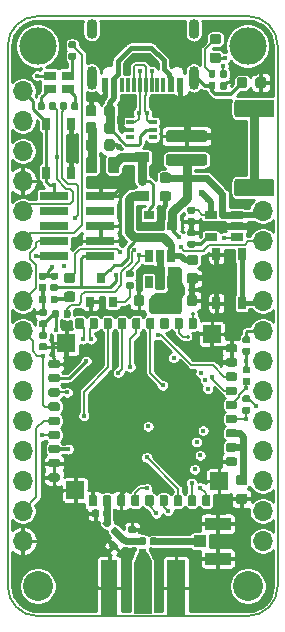
<source format=gtl>
G04 #@! TF.GenerationSoftware,KiCad,Pcbnew,(5.1.5)-2*
G04 #@! TF.CreationDate,2019-12-17T00:31:01+01:00*
G04 #@! TF.ProjectId,Penguino-Feather-4260-v1,50656e67-7569-46e6-9f2d-466561746865,1.1*
G04 #@! TF.SameCoordinates,Original*
G04 #@! TF.FileFunction,Copper,L1,Top*
G04 #@! TF.FilePolarity,Positive*
%FSLAX46Y46*%
G04 Gerber Fmt 4.6, Leading zero omitted, Abs format (unit mm)*
G04 Created by KiCad (PCBNEW (5.1.5)-2) date 2019-12-17 00:31:01*
%MOMM*%
%LPD*%
G04 APERTURE LIST*
%ADD10C,0.150000*%
%ADD11C,0.100000*%
%ADD12R,1.200000X0.900000*%
%ADD13R,2.200000X1.050000*%
%ADD14R,1.050000X1.000000*%
%ADD15R,1.000000X0.800000*%
%ADD16R,2.400000X0.740000*%
%ADD17R,1.350000X4.700000*%
%ADD18R,1.500000X4.700000*%
%ADD19R,1.500000X4.400000*%
%ADD20R,1.060000X0.650000*%
%ADD21R,0.650000X0.400000*%
%ADD22R,0.800000X0.900000*%
%ADD23R,0.650000X1.060000*%
%ADD24C,3.175000*%
%ADD25C,2.540000*%
%ADD26O,1.700000X1.700000*%
%ADD27O,0.900000X2.000000*%
%ADD28O,0.900000X1.700000*%
%ADD29R,0.300000X1.160000*%
%ADD30R,0.600000X1.160000*%
%ADD31R,0.660000X1.050000*%
%ADD32R,0.900000X0.800000*%
%ADD33R,1.500000X1.500000*%
%ADD34C,0.600000*%
%ADD35C,0.450000*%
%ADD36C,0.550000*%
%ADD37C,0.350000*%
%ADD38C,0.600000*%
%ADD39C,0.800000*%
%ADD40C,0.400000*%
%ADD41C,0.300000*%
%ADD42C,0.350000*%
%ADD43C,0.500000*%
%ADD44C,0.250000*%
%ADD45C,0.200000*%
%ADD46C,0.180000*%
%ADD47C,0.609600*%
%ADD48C,0.254000*%
G04 APERTURE END LIST*
D10*
X127000000Y-119380000D02*
G75*
G02X124460000Y-116840000I0J2540000D01*
G01*
X147320000Y-116840000D02*
G75*
G02X144780000Y-119380000I-2540000J0D01*
G01*
X144780000Y-68580000D02*
G75*
G02X147320000Y-71120000I0J-2540000D01*
G01*
X124460000Y-71120000D02*
G75*
G02X127000000Y-68580000I2540000J0D01*
G01*
X124460000Y-116840000D02*
X124460000Y-71120000D01*
X144780000Y-119380000D02*
X127000000Y-119380000D01*
X147320000Y-71120000D02*
X147320000Y-116840000D01*
X127000000Y-68580000D02*
X144780000Y-68580000D01*
G04 #@! TA.AperFunction,SMDPad,CuDef*
D11*
G36*
X127636958Y-93385710D02*
G01*
X127651276Y-93387834D01*
X127665317Y-93391351D01*
X127678946Y-93396228D01*
X127692031Y-93402417D01*
X127704447Y-93409858D01*
X127716073Y-93418481D01*
X127726798Y-93428202D01*
X127736519Y-93438927D01*
X127745142Y-93450553D01*
X127752583Y-93462969D01*
X127758772Y-93476054D01*
X127763649Y-93489683D01*
X127767166Y-93503724D01*
X127769290Y-93518042D01*
X127770000Y-93532500D01*
X127770000Y-93827500D01*
X127769290Y-93841958D01*
X127767166Y-93856276D01*
X127763649Y-93870317D01*
X127758772Y-93883946D01*
X127752583Y-93897031D01*
X127745142Y-93909447D01*
X127736519Y-93921073D01*
X127726798Y-93931798D01*
X127716073Y-93941519D01*
X127704447Y-93950142D01*
X127692031Y-93957583D01*
X127678946Y-93963772D01*
X127665317Y-93968649D01*
X127651276Y-93972166D01*
X127636958Y-93974290D01*
X127622500Y-93975000D01*
X127277500Y-93975000D01*
X127263042Y-93974290D01*
X127248724Y-93972166D01*
X127234683Y-93968649D01*
X127221054Y-93963772D01*
X127207969Y-93957583D01*
X127195553Y-93950142D01*
X127183927Y-93941519D01*
X127173202Y-93931798D01*
X127163481Y-93921073D01*
X127154858Y-93909447D01*
X127147417Y-93897031D01*
X127141228Y-93883946D01*
X127136351Y-93870317D01*
X127132834Y-93856276D01*
X127130710Y-93841958D01*
X127130000Y-93827500D01*
X127130000Y-93532500D01*
X127130710Y-93518042D01*
X127132834Y-93503724D01*
X127136351Y-93489683D01*
X127141228Y-93476054D01*
X127147417Y-93462969D01*
X127154858Y-93450553D01*
X127163481Y-93438927D01*
X127173202Y-93428202D01*
X127183927Y-93418481D01*
X127195553Y-93409858D01*
X127207969Y-93402417D01*
X127221054Y-93396228D01*
X127234683Y-93391351D01*
X127248724Y-93387834D01*
X127263042Y-93385710D01*
X127277500Y-93385000D01*
X127622500Y-93385000D01*
X127636958Y-93385710D01*
G37*
G04 #@! TD.AperFunction*
G04 #@! TA.AperFunction,SMDPad,CuDef*
G36*
X127636958Y-94355710D02*
G01*
X127651276Y-94357834D01*
X127665317Y-94361351D01*
X127678946Y-94366228D01*
X127692031Y-94372417D01*
X127704447Y-94379858D01*
X127716073Y-94388481D01*
X127726798Y-94398202D01*
X127736519Y-94408927D01*
X127745142Y-94420553D01*
X127752583Y-94432969D01*
X127758772Y-94446054D01*
X127763649Y-94459683D01*
X127767166Y-94473724D01*
X127769290Y-94488042D01*
X127770000Y-94502500D01*
X127770000Y-94797500D01*
X127769290Y-94811958D01*
X127767166Y-94826276D01*
X127763649Y-94840317D01*
X127758772Y-94853946D01*
X127752583Y-94867031D01*
X127745142Y-94879447D01*
X127736519Y-94891073D01*
X127726798Y-94901798D01*
X127716073Y-94911519D01*
X127704447Y-94920142D01*
X127692031Y-94927583D01*
X127678946Y-94933772D01*
X127665317Y-94938649D01*
X127651276Y-94942166D01*
X127636958Y-94944290D01*
X127622500Y-94945000D01*
X127277500Y-94945000D01*
X127263042Y-94944290D01*
X127248724Y-94942166D01*
X127234683Y-94938649D01*
X127221054Y-94933772D01*
X127207969Y-94927583D01*
X127195553Y-94920142D01*
X127183927Y-94911519D01*
X127173202Y-94901798D01*
X127163481Y-94891073D01*
X127154858Y-94879447D01*
X127147417Y-94867031D01*
X127141228Y-94853946D01*
X127136351Y-94840317D01*
X127132834Y-94826276D01*
X127130710Y-94811958D01*
X127130000Y-94797500D01*
X127130000Y-94502500D01*
X127130710Y-94488042D01*
X127132834Y-94473724D01*
X127136351Y-94459683D01*
X127141228Y-94446054D01*
X127147417Y-94432969D01*
X127154858Y-94420553D01*
X127163481Y-94408927D01*
X127173202Y-94398202D01*
X127183927Y-94388481D01*
X127195553Y-94379858D01*
X127207969Y-94372417D01*
X127221054Y-94366228D01*
X127234683Y-94361351D01*
X127248724Y-94357834D01*
X127263042Y-94355710D01*
X127277500Y-94355000D01*
X127622500Y-94355000D01*
X127636958Y-94355710D01*
G37*
G04 #@! TD.AperFunction*
D12*
X135800000Y-83850000D03*
X135800000Y-80550000D03*
D13*
X142235000Y-114515000D03*
D14*
X140710000Y-113040000D03*
D13*
X142235000Y-111565000D03*
G04 #@! TA.AperFunction,SMDPad,CuDef*
D11*
G36*
X141124504Y-80251204D02*
G01*
X141148773Y-80254804D01*
X141172571Y-80260765D01*
X141195671Y-80269030D01*
X141217849Y-80279520D01*
X141238893Y-80292133D01*
X141258598Y-80306747D01*
X141276777Y-80323223D01*
X141293253Y-80341402D01*
X141307867Y-80361107D01*
X141320480Y-80382151D01*
X141330970Y-80404329D01*
X141339235Y-80427429D01*
X141345196Y-80451227D01*
X141348796Y-80475496D01*
X141350000Y-80500000D01*
X141350000Y-81000000D01*
X141348796Y-81024504D01*
X141345196Y-81048773D01*
X141339235Y-81072571D01*
X141330970Y-81095671D01*
X141320480Y-81117849D01*
X141307867Y-81138893D01*
X141293253Y-81158598D01*
X141276777Y-81176777D01*
X141258598Y-81193253D01*
X141238893Y-81207867D01*
X141217849Y-81220480D01*
X141195671Y-81230970D01*
X141172571Y-81239235D01*
X141148773Y-81245196D01*
X141124504Y-81248796D01*
X141100000Y-81250000D01*
X138100000Y-81250000D01*
X138075496Y-81248796D01*
X138051227Y-81245196D01*
X138027429Y-81239235D01*
X138004329Y-81230970D01*
X137982151Y-81220480D01*
X137961107Y-81207867D01*
X137941402Y-81193253D01*
X137923223Y-81176777D01*
X137906747Y-81158598D01*
X137892133Y-81138893D01*
X137879520Y-81117849D01*
X137869030Y-81095671D01*
X137860765Y-81072571D01*
X137854804Y-81048773D01*
X137851204Y-81024504D01*
X137850000Y-81000000D01*
X137850000Y-80500000D01*
X137851204Y-80475496D01*
X137854804Y-80451227D01*
X137860765Y-80427429D01*
X137869030Y-80404329D01*
X137879520Y-80382151D01*
X137892133Y-80361107D01*
X137906747Y-80341402D01*
X137923223Y-80323223D01*
X137941402Y-80306747D01*
X137961107Y-80292133D01*
X137982151Y-80279520D01*
X138004329Y-80269030D01*
X138027429Y-80260765D01*
X138051227Y-80254804D01*
X138075496Y-80251204D01*
X138100000Y-80250000D01*
X141100000Y-80250000D01*
X141124504Y-80251204D01*
G37*
G04 #@! TD.AperFunction*
G04 #@! TA.AperFunction,SMDPad,CuDef*
G36*
X141124504Y-78251204D02*
G01*
X141148773Y-78254804D01*
X141172571Y-78260765D01*
X141195671Y-78269030D01*
X141217849Y-78279520D01*
X141238893Y-78292133D01*
X141258598Y-78306747D01*
X141276777Y-78323223D01*
X141293253Y-78341402D01*
X141307867Y-78361107D01*
X141320480Y-78382151D01*
X141330970Y-78404329D01*
X141339235Y-78427429D01*
X141345196Y-78451227D01*
X141348796Y-78475496D01*
X141350000Y-78500000D01*
X141350000Y-79000000D01*
X141348796Y-79024504D01*
X141345196Y-79048773D01*
X141339235Y-79072571D01*
X141330970Y-79095671D01*
X141320480Y-79117849D01*
X141307867Y-79138893D01*
X141293253Y-79158598D01*
X141276777Y-79176777D01*
X141258598Y-79193253D01*
X141238893Y-79207867D01*
X141217849Y-79220480D01*
X141195671Y-79230970D01*
X141172571Y-79239235D01*
X141148773Y-79245196D01*
X141124504Y-79248796D01*
X141100000Y-79250000D01*
X138100000Y-79250000D01*
X138075496Y-79248796D01*
X138051227Y-79245196D01*
X138027429Y-79239235D01*
X138004329Y-79230970D01*
X137982151Y-79220480D01*
X137961107Y-79207867D01*
X137941402Y-79193253D01*
X137923223Y-79176777D01*
X137906747Y-79158598D01*
X137892133Y-79138893D01*
X137879520Y-79117849D01*
X137869030Y-79095671D01*
X137860765Y-79072571D01*
X137854804Y-79048773D01*
X137851204Y-79024504D01*
X137850000Y-79000000D01*
X137850000Y-78500000D01*
X137851204Y-78475496D01*
X137854804Y-78451227D01*
X137860765Y-78427429D01*
X137869030Y-78404329D01*
X137879520Y-78382151D01*
X137892133Y-78361107D01*
X137906747Y-78341402D01*
X137923223Y-78323223D01*
X137941402Y-78306747D01*
X137961107Y-78292133D01*
X137982151Y-78279520D01*
X138004329Y-78269030D01*
X138027429Y-78260765D01*
X138051227Y-78254804D01*
X138075496Y-78251204D01*
X138100000Y-78250000D01*
X141100000Y-78250000D01*
X141124504Y-78251204D01*
G37*
G04 #@! TD.AperFunction*
G04 #@! TA.AperFunction,SMDPad,CuDef*
G36*
X146824504Y-82351204D02*
G01*
X146848773Y-82354804D01*
X146872571Y-82360765D01*
X146895671Y-82369030D01*
X146917849Y-82379520D01*
X146938893Y-82392133D01*
X146958598Y-82406747D01*
X146976777Y-82423223D01*
X146993253Y-82441402D01*
X147007867Y-82461107D01*
X147020480Y-82482151D01*
X147030970Y-82504329D01*
X147039235Y-82527429D01*
X147045196Y-82551227D01*
X147048796Y-82575496D01*
X147050000Y-82600000D01*
X147050000Y-83600000D01*
X147048796Y-83624504D01*
X147045196Y-83648773D01*
X147039235Y-83672571D01*
X147030970Y-83695671D01*
X147020480Y-83717849D01*
X147007867Y-83738893D01*
X146993253Y-83758598D01*
X146976777Y-83776777D01*
X146958598Y-83793253D01*
X146938893Y-83807867D01*
X146917849Y-83820480D01*
X146895671Y-83830970D01*
X146872571Y-83839235D01*
X146848773Y-83845196D01*
X146824504Y-83848796D01*
X146800000Y-83850000D01*
X143900000Y-83850000D01*
X143875496Y-83848796D01*
X143851227Y-83845196D01*
X143827429Y-83839235D01*
X143804329Y-83830970D01*
X143782151Y-83820480D01*
X143761107Y-83807867D01*
X143741402Y-83793253D01*
X143723223Y-83776777D01*
X143706747Y-83758598D01*
X143692133Y-83738893D01*
X143679520Y-83717849D01*
X143669030Y-83695671D01*
X143660765Y-83672571D01*
X143654804Y-83648773D01*
X143651204Y-83624504D01*
X143650000Y-83600000D01*
X143650000Y-82600000D01*
X143651204Y-82575496D01*
X143654804Y-82551227D01*
X143660765Y-82527429D01*
X143669030Y-82504329D01*
X143679520Y-82482151D01*
X143692133Y-82461107D01*
X143706747Y-82441402D01*
X143723223Y-82423223D01*
X143741402Y-82406747D01*
X143761107Y-82392133D01*
X143782151Y-82379520D01*
X143804329Y-82369030D01*
X143827429Y-82360765D01*
X143851227Y-82354804D01*
X143875496Y-82351204D01*
X143900000Y-82350000D01*
X146800000Y-82350000D01*
X146824504Y-82351204D01*
G37*
G04 #@! TD.AperFunction*
G04 #@! TA.AperFunction,SMDPad,CuDef*
G36*
X146824504Y-75651204D02*
G01*
X146848773Y-75654804D01*
X146872571Y-75660765D01*
X146895671Y-75669030D01*
X146917849Y-75679520D01*
X146938893Y-75692133D01*
X146958598Y-75706747D01*
X146976777Y-75723223D01*
X146993253Y-75741402D01*
X147007867Y-75761107D01*
X147020480Y-75782151D01*
X147030970Y-75804329D01*
X147039235Y-75827429D01*
X147045196Y-75851227D01*
X147048796Y-75875496D01*
X147050000Y-75900000D01*
X147050000Y-76900000D01*
X147048796Y-76924504D01*
X147045196Y-76948773D01*
X147039235Y-76972571D01*
X147030970Y-76995671D01*
X147020480Y-77017849D01*
X147007867Y-77038893D01*
X146993253Y-77058598D01*
X146976777Y-77076777D01*
X146958598Y-77093253D01*
X146938893Y-77107867D01*
X146917849Y-77120480D01*
X146895671Y-77130970D01*
X146872571Y-77139235D01*
X146848773Y-77145196D01*
X146824504Y-77148796D01*
X146800000Y-77150000D01*
X143900000Y-77150000D01*
X143875496Y-77148796D01*
X143851227Y-77145196D01*
X143827429Y-77139235D01*
X143804329Y-77130970D01*
X143782151Y-77120480D01*
X143761107Y-77107867D01*
X143741402Y-77093253D01*
X143723223Y-77076777D01*
X143706747Y-77058598D01*
X143692133Y-77038893D01*
X143679520Y-77017849D01*
X143669030Y-76995671D01*
X143660765Y-76972571D01*
X143654804Y-76948773D01*
X143651204Y-76924504D01*
X143650000Y-76900000D01*
X143650000Y-75900000D01*
X143651204Y-75875496D01*
X143654804Y-75851227D01*
X143660765Y-75827429D01*
X143669030Y-75804329D01*
X143679520Y-75782151D01*
X143692133Y-75761107D01*
X143706747Y-75741402D01*
X143723223Y-75723223D01*
X143741402Y-75706747D01*
X143761107Y-75692133D01*
X143782151Y-75679520D01*
X143804329Y-75669030D01*
X143827429Y-75660765D01*
X143851227Y-75654804D01*
X143875496Y-75651204D01*
X143900000Y-75650000D01*
X146800000Y-75650000D01*
X146824504Y-75651204D01*
G37*
G04 #@! TD.AperFunction*
G04 #@! TA.AperFunction,SMDPad,CuDef*
G36*
X146117691Y-73736053D02*
G01*
X146138926Y-73739203D01*
X146159750Y-73744419D01*
X146179962Y-73751651D01*
X146199368Y-73760830D01*
X146217781Y-73771866D01*
X146235024Y-73784654D01*
X146250930Y-73799070D01*
X146265346Y-73814976D01*
X146278134Y-73832219D01*
X146289170Y-73850632D01*
X146298349Y-73870038D01*
X146305581Y-73890250D01*
X146310797Y-73911074D01*
X146313947Y-73932309D01*
X146315000Y-73953750D01*
X146315000Y-74466250D01*
X146313947Y-74487691D01*
X146310797Y-74508926D01*
X146305581Y-74529750D01*
X146298349Y-74549962D01*
X146289170Y-74569368D01*
X146278134Y-74587781D01*
X146265346Y-74605024D01*
X146250930Y-74620930D01*
X146235024Y-74635346D01*
X146217781Y-74648134D01*
X146199368Y-74659170D01*
X146179962Y-74668349D01*
X146159750Y-74675581D01*
X146138926Y-74680797D01*
X146117691Y-74683947D01*
X146096250Y-74685000D01*
X145658750Y-74685000D01*
X145637309Y-74683947D01*
X145616074Y-74680797D01*
X145595250Y-74675581D01*
X145575038Y-74668349D01*
X145555632Y-74659170D01*
X145537219Y-74648134D01*
X145519976Y-74635346D01*
X145504070Y-74620930D01*
X145489654Y-74605024D01*
X145476866Y-74587781D01*
X145465830Y-74569368D01*
X145456651Y-74549962D01*
X145449419Y-74529750D01*
X145444203Y-74508926D01*
X145441053Y-74487691D01*
X145440000Y-74466250D01*
X145440000Y-73953750D01*
X145441053Y-73932309D01*
X145444203Y-73911074D01*
X145449419Y-73890250D01*
X145456651Y-73870038D01*
X145465830Y-73850632D01*
X145476866Y-73832219D01*
X145489654Y-73814976D01*
X145504070Y-73799070D01*
X145519976Y-73784654D01*
X145537219Y-73771866D01*
X145555632Y-73760830D01*
X145575038Y-73751651D01*
X145595250Y-73744419D01*
X145616074Y-73739203D01*
X145637309Y-73736053D01*
X145658750Y-73735000D01*
X146096250Y-73735000D01*
X146117691Y-73736053D01*
G37*
G04 #@! TD.AperFunction*
G04 #@! TA.AperFunction,SMDPad,CuDef*
G36*
X144542691Y-73736053D02*
G01*
X144563926Y-73739203D01*
X144584750Y-73744419D01*
X144604962Y-73751651D01*
X144624368Y-73760830D01*
X144642781Y-73771866D01*
X144660024Y-73784654D01*
X144675930Y-73799070D01*
X144690346Y-73814976D01*
X144703134Y-73832219D01*
X144714170Y-73850632D01*
X144723349Y-73870038D01*
X144730581Y-73890250D01*
X144735797Y-73911074D01*
X144738947Y-73932309D01*
X144740000Y-73953750D01*
X144740000Y-74466250D01*
X144738947Y-74487691D01*
X144735797Y-74508926D01*
X144730581Y-74529750D01*
X144723349Y-74549962D01*
X144714170Y-74569368D01*
X144703134Y-74587781D01*
X144690346Y-74605024D01*
X144675930Y-74620930D01*
X144660024Y-74635346D01*
X144642781Y-74648134D01*
X144624368Y-74659170D01*
X144604962Y-74668349D01*
X144584750Y-74675581D01*
X144563926Y-74680797D01*
X144542691Y-74683947D01*
X144521250Y-74685000D01*
X144083750Y-74685000D01*
X144062309Y-74683947D01*
X144041074Y-74680797D01*
X144020250Y-74675581D01*
X144000038Y-74668349D01*
X143980632Y-74659170D01*
X143962219Y-74648134D01*
X143944976Y-74635346D01*
X143929070Y-74620930D01*
X143914654Y-74605024D01*
X143901866Y-74587781D01*
X143890830Y-74569368D01*
X143881651Y-74549962D01*
X143874419Y-74529750D01*
X143869203Y-74508926D01*
X143866053Y-74487691D01*
X143865000Y-74466250D01*
X143865000Y-73953750D01*
X143866053Y-73932309D01*
X143869203Y-73911074D01*
X143874419Y-73890250D01*
X143881651Y-73870038D01*
X143890830Y-73850632D01*
X143901866Y-73832219D01*
X143914654Y-73814976D01*
X143929070Y-73799070D01*
X143944976Y-73784654D01*
X143962219Y-73771866D01*
X143980632Y-73760830D01*
X144000038Y-73751651D01*
X144020250Y-73744419D01*
X144041074Y-73739203D01*
X144062309Y-73736053D01*
X144083750Y-73735000D01*
X144521250Y-73735000D01*
X144542691Y-73736053D01*
G37*
G04 #@! TD.AperFunction*
G04 #@! TA.AperFunction,SMDPad,CuDef*
G36*
X133327691Y-76126053D02*
G01*
X133348926Y-76129203D01*
X133369750Y-76134419D01*
X133389962Y-76141651D01*
X133409368Y-76150830D01*
X133427781Y-76161866D01*
X133445024Y-76174654D01*
X133460930Y-76189070D01*
X133475346Y-76204976D01*
X133488134Y-76222219D01*
X133499170Y-76240632D01*
X133508349Y-76260038D01*
X133515581Y-76280250D01*
X133520797Y-76301074D01*
X133523947Y-76322309D01*
X133525000Y-76343750D01*
X133525000Y-76856250D01*
X133523947Y-76877691D01*
X133520797Y-76898926D01*
X133515581Y-76919750D01*
X133508349Y-76939962D01*
X133499170Y-76959368D01*
X133488134Y-76977781D01*
X133475346Y-76995024D01*
X133460930Y-77010930D01*
X133445024Y-77025346D01*
X133427781Y-77038134D01*
X133409368Y-77049170D01*
X133389962Y-77058349D01*
X133369750Y-77065581D01*
X133348926Y-77070797D01*
X133327691Y-77073947D01*
X133306250Y-77075000D01*
X132868750Y-77075000D01*
X132847309Y-77073947D01*
X132826074Y-77070797D01*
X132805250Y-77065581D01*
X132785038Y-77058349D01*
X132765632Y-77049170D01*
X132747219Y-77038134D01*
X132729976Y-77025346D01*
X132714070Y-77010930D01*
X132699654Y-76995024D01*
X132686866Y-76977781D01*
X132675830Y-76959368D01*
X132666651Y-76939962D01*
X132659419Y-76919750D01*
X132654203Y-76898926D01*
X132651053Y-76877691D01*
X132650000Y-76856250D01*
X132650000Y-76343750D01*
X132651053Y-76322309D01*
X132654203Y-76301074D01*
X132659419Y-76280250D01*
X132666651Y-76260038D01*
X132675830Y-76240632D01*
X132686866Y-76222219D01*
X132699654Y-76204976D01*
X132714070Y-76189070D01*
X132729976Y-76174654D01*
X132747219Y-76161866D01*
X132765632Y-76150830D01*
X132785038Y-76141651D01*
X132805250Y-76134419D01*
X132826074Y-76129203D01*
X132847309Y-76126053D01*
X132868750Y-76125000D01*
X133306250Y-76125000D01*
X133327691Y-76126053D01*
G37*
G04 #@! TD.AperFunction*
G04 #@! TA.AperFunction,SMDPad,CuDef*
G36*
X131752691Y-76126053D02*
G01*
X131773926Y-76129203D01*
X131794750Y-76134419D01*
X131814962Y-76141651D01*
X131834368Y-76150830D01*
X131852781Y-76161866D01*
X131870024Y-76174654D01*
X131885930Y-76189070D01*
X131900346Y-76204976D01*
X131913134Y-76222219D01*
X131924170Y-76240632D01*
X131933349Y-76260038D01*
X131940581Y-76280250D01*
X131945797Y-76301074D01*
X131948947Y-76322309D01*
X131950000Y-76343750D01*
X131950000Y-76856250D01*
X131948947Y-76877691D01*
X131945797Y-76898926D01*
X131940581Y-76919750D01*
X131933349Y-76939962D01*
X131924170Y-76959368D01*
X131913134Y-76977781D01*
X131900346Y-76995024D01*
X131885930Y-77010930D01*
X131870024Y-77025346D01*
X131852781Y-77038134D01*
X131834368Y-77049170D01*
X131814962Y-77058349D01*
X131794750Y-77065581D01*
X131773926Y-77070797D01*
X131752691Y-77073947D01*
X131731250Y-77075000D01*
X131293750Y-77075000D01*
X131272309Y-77073947D01*
X131251074Y-77070797D01*
X131230250Y-77065581D01*
X131210038Y-77058349D01*
X131190632Y-77049170D01*
X131172219Y-77038134D01*
X131154976Y-77025346D01*
X131139070Y-77010930D01*
X131124654Y-76995024D01*
X131111866Y-76977781D01*
X131100830Y-76959368D01*
X131091651Y-76939962D01*
X131084419Y-76919750D01*
X131079203Y-76898926D01*
X131076053Y-76877691D01*
X131075000Y-76856250D01*
X131075000Y-76343750D01*
X131076053Y-76322309D01*
X131079203Y-76301074D01*
X131084419Y-76280250D01*
X131091651Y-76260038D01*
X131100830Y-76240632D01*
X131111866Y-76222219D01*
X131124654Y-76204976D01*
X131139070Y-76189070D01*
X131154976Y-76174654D01*
X131172219Y-76161866D01*
X131190632Y-76150830D01*
X131210038Y-76141651D01*
X131230250Y-76134419D01*
X131251074Y-76129203D01*
X131272309Y-76126053D01*
X131293750Y-76125000D01*
X131731250Y-76125000D01*
X131752691Y-76126053D01*
G37*
G04 #@! TD.AperFunction*
G04 #@! TA.AperFunction,SMDPad,CuDef*
G36*
X133327691Y-79026053D02*
G01*
X133348926Y-79029203D01*
X133369750Y-79034419D01*
X133389962Y-79041651D01*
X133409368Y-79050830D01*
X133427781Y-79061866D01*
X133445024Y-79074654D01*
X133460930Y-79089070D01*
X133475346Y-79104976D01*
X133488134Y-79122219D01*
X133499170Y-79140632D01*
X133508349Y-79160038D01*
X133515581Y-79180250D01*
X133520797Y-79201074D01*
X133523947Y-79222309D01*
X133525000Y-79243750D01*
X133525000Y-79756250D01*
X133523947Y-79777691D01*
X133520797Y-79798926D01*
X133515581Y-79819750D01*
X133508349Y-79839962D01*
X133499170Y-79859368D01*
X133488134Y-79877781D01*
X133475346Y-79895024D01*
X133460930Y-79910930D01*
X133445024Y-79925346D01*
X133427781Y-79938134D01*
X133409368Y-79949170D01*
X133389962Y-79958349D01*
X133369750Y-79965581D01*
X133348926Y-79970797D01*
X133327691Y-79973947D01*
X133306250Y-79975000D01*
X132868750Y-79975000D01*
X132847309Y-79973947D01*
X132826074Y-79970797D01*
X132805250Y-79965581D01*
X132785038Y-79958349D01*
X132765632Y-79949170D01*
X132747219Y-79938134D01*
X132729976Y-79925346D01*
X132714070Y-79910930D01*
X132699654Y-79895024D01*
X132686866Y-79877781D01*
X132675830Y-79859368D01*
X132666651Y-79839962D01*
X132659419Y-79819750D01*
X132654203Y-79798926D01*
X132651053Y-79777691D01*
X132650000Y-79756250D01*
X132650000Y-79243750D01*
X132651053Y-79222309D01*
X132654203Y-79201074D01*
X132659419Y-79180250D01*
X132666651Y-79160038D01*
X132675830Y-79140632D01*
X132686866Y-79122219D01*
X132699654Y-79104976D01*
X132714070Y-79089070D01*
X132729976Y-79074654D01*
X132747219Y-79061866D01*
X132765632Y-79050830D01*
X132785038Y-79041651D01*
X132805250Y-79034419D01*
X132826074Y-79029203D01*
X132847309Y-79026053D01*
X132868750Y-79025000D01*
X133306250Y-79025000D01*
X133327691Y-79026053D01*
G37*
G04 #@! TD.AperFunction*
G04 #@! TA.AperFunction,SMDPad,CuDef*
G36*
X131752691Y-79026053D02*
G01*
X131773926Y-79029203D01*
X131794750Y-79034419D01*
X131814962Y-79041651D01*
X131834368Y-79050830D01*
X131852781Y-79061866D01*
X131870024Y-79074654D01*
X131885930Y-79089070D01*
X131900346Y-79104976D01*
X131913134Y-79122219D01*
X131924170Y-79140632D01*
X131933349Y-79160038D01*
X131940581Y-79180250D01*
X131945797Y-79201074D01*
X131948947Y-79222309D01*
X131950000Y-79243750D01*
X131950000Y-79756250D01*
X131948947Y-79777691D01*
X131945797Y-79798926D01*
X131940581Y-79819750D01*
X131933349Y-79839962D01*
X131924170Y-79859368D01*
X131913134Y-79877781D01*
X131900346Y-79895024D01*
X131885930Y-79910930D01*
X131870024Y-79925346D01*
X131852781Y-79938134D01*
X131834368Y-79949170D01*
X131814962Y-79958349D01*
X131794750Y-79965581D01*
X131773926Y-79970797D01*
X131752691Y-79973947D01*
X131731250Y-79975000D01*
X131293750Y-79975000D01*
X131272309Y-79973947D01*
X131251074Y-79970797D01*
X131230250Y-79965581D01*
X131210038Y-79958349D01*
X131190632Y-79949170D01*
X131172219Y-79938134D01*
X131154976Y-79925346D01*
X131139070Y-79910930D01*
X131124654Y-79895024D01*
X131111866Y-79877781D01*
X131100830Y-79859368D01*
X131091651Y-79839962D01*
X131084419Y-79819750D01*
X131079203Y-79798926D01*
X131076053Y-79777691D01*
X131075000Y-79756250D01*
X131075000Y-79243750D01*
X131076053Y-79222309D01*
X131079203Y-79201074D01*
X131084419Y-79180250D01*
X131091651Y-79160038D01*
X131100830Y-79140632D01*
X131111866Y-79122219D01*
X131124654Y-79104976D01*
X131139070Y-79089070D01*
X131154976Y-79074654D01*
X131172219Y-79061866D01*
X131190632Y-79050830D01*
X131210038Y-79041651D01*
X131230250Y-79034419D01*
X131251074Y-79029203D01*
X131272309Y-79026053D01*
X131293750Y-79025000D01*
X131731250Y-79025000D01*
X131752691Y-79026053D01*
G37*
G04 #@! TD.AperFunction*
G04 #@! TA.AperFunction,SMDPad,CuDef*
G36*
X140377691Y-90351053D02*
G01*
X140398926Y-90354203D01*
X140419750Y-90359419D01*
X140439962Y-90366651D01*
X140459368Y-90375830D01*
X140477781Y-90386866D01*
X140495024Y-90399654D01*
X140510930Y-90414070D01*
X140525346Y-90429976D01*
X140538134Y-90447219D01*
X140549170Y-90465632D01*
X140558349Y-90485038D01*
X140565581Y-90505250D01*
X140570797Y-90526074D01*
X140573947Y-90547309D01*
X140575000Y-90568750D01*
X140575000Y-91006250D01*
X140573947Y-91027691D01*
X140570797Y-91048926D01*
X140565581Y-91069750D01*
X140558349Y-91089962D01*
X140549170Y-91109368D01*
X140538134Y-91127781D01*
X140525346Y-91145024D01*
X140510930Y-91160930D01*
X140495024Y-91175346D01*
X140477781Y-91188134D01*
X140459368Y-91199170D01*
X140439962Y-91208349D01*
X140419750Y-91215581D01*
X140398926Y-91220797D01*
X140377691Y-91223947D01*
X140356250Y-91225000D01*
X139843750Y-91225000D01*
X139822309Y-91223947D01*
X139801074Y-91220797D01*
X139780250Y-91215581D01*
X139760038Y-91208349D01*
X139740632Y-91199170D01*
X139722219Y-91188134D01*
X139704976Y-91175346D01*
X139689070Y-91160930D01*
X139674654Y-91145024D01*
X139661866Y-91127781D01*
X139650830Y-91109368D01*
X139641651Y-91089962D01*
X139634419Y-91069750D01*
X139629203Y-91048926D01*
X139626053Y-91027691D01*
X139625000Y-91006250D01*
X139625000Y-90568750D01*
X139626053Y-90547309D01*
X139629203Y-90526074D01*
X139634419Y-90505250D01*
X139641651Y-90485038D01*
X139650830Y-90465632D01*
X139661866Y-90447219D01*
X139674654Y-90429976D01*
X139689070Y-90414070D01*
X139704976Y-90399654D01*
X139722219Y-90386866D01*
X139740632Y-90375830D01*
X139760038Y-90366651D01*
X139780250Y-90359419D01*
X139801074Y-90354203D01*
X139822309Y-90351053D01*
X139843750Y-90350000D01*
X140356250Y-90350000D01*
X140377691Y-90351053D01*
G37*
G04 #@! TD.AperFunction*
G04 #@! TA.AperFunction,SMDPad,CuDef*
G36*
X140377691Y-88776053D02*
G01*
X140398926Y-88779203D01*
X140419750Y-88784419D01*
X140439962Y-88791651D01*
X140459368Y-88800830D01*
X140477781Y-88811866D01*
X140495024Y-88824654D01*
X140510930Y-88839070D01*
X140525346Y-88854976D01*
X140538134Y-88872219D01*
X140549170Y-88890632D01*
X140558349Y-88910038D01*
X140565581Y-88930250D01*
X140570797Y-88951074D01*
X140573947Y-88972309D01*
X140575000Y-88993750D01*
X140575000Y-89431250D01*
X140573947Y-89452691D01*
X140570797Y-89473926D01*
X140565581Y-89494750D01*
X140558349Y-89514962D01*
X140549170Y-89534368D01*
X140538134Y-89552781D01*
X140525346Y-89570024D01*
X140510930Y-89585930D01*
X140495024Y-89600346D01*
X140477781Y-89613134D01*
X140459368Y-89624170D01*
X140439962Y-89633349D01*
X140419750Y-89640581D01*
X140398926Y-89645797D01*
X140377691Y-89648947D01*
X140356250Y-89650000D01*
X139843750Y-89650000D01*
X139822309Y-89648947D01*
X139801074Y-89645797D01*
X139780250Y-89640581D01*
X139760038Y-89633349D01*
X139740632Y-89624170D01*
X139722219Y-89613134D01*
X139704976Y-89600346D01*
X139689070Y-89585930D01*
X139674654Y-89570024D01*
X139661866Y-89552781D01*
X139650830Y-89534368D01*
X139641651Y-89514962D01*
X139634419Y-89494750D01*
X139629203Y-89473926D01*
X139626053Y-89452691D01*
X139625000Y-89431250D01*
X139625000Y-88993750D01*
X139626053Y-88972309D01*
X139629203Y-88951074D01*
X139634419Y-88930250D01*
X139641651Y-88910038D01*
X139650830Y-88890632D01*
X139661866Y-88872219D01*
X139674654Y-88854976D01*
X139689070Y-88839070D01*
X139704976Y-88824654D01*
X139722219Y-88811866D01*
X139740632Y-88800830D01*
X139760038Y-88791651D01*
X139780250Y-88784419D01*
X139801074Y-88779203D01*
X139822309Y-88776053D01*
X139843750Y-88775000D01*
X140356250Y-88775000D01*
X140377691Y-88776053D01*
G37*
G04 #@! TD.AperFunction*
G04 #@! TA.AperFunction,SMDPad,CuDef*
G36*
X144549691Y-109012253D02*
G01*
X144570926Y-109015403D01*
X144591750Y-109020619D01*
X144611962Y-109027851D01*
X144631368Y-109037030D01*
X144649781Y-109048066D01*
X144667024Y-109060854D01*
X144682930Y-109075270D01*
X144697346Y-109091176D01*
X144710134Y-109108419D01*
X144721170Y-109126832D01*
X144730349Y-109146238D01*
X144737581Y-109166450D01*
X144742797Y-109187274D01*
X144745947Y-109208509D01*
X144747000Y-109229950D01*
X144747000Y-109667450D01*
X144745947Y-109688891D01*
X144742797Y-109710126D01*
X144737581Y-109730950D01*
X144730349Y-109751162D01*
X144721170Y-109770568D01*
X144710134Y-109788981D01*
X144697346Y-109806224D01*
X144682930Y-109822130D01*
X144667024Y-109836546D01*
X144649781Y-109849334D01*
X144631368Y-109860370D01*
X144611962Y-109869549D01*
X144591750Y-109876781D01*
X144570926Y-109881997D01*
X144549691Y-109885147D01*
X144528250Y-109886200D01*
X144015750Y-109886200D01*
X143994309Y-109885147D01*
X143973074Y-109881997D01*
X143952250Y-109876781D01*
X143932038Y-109869549D01*
X143912632Y-109860370D01*
X143894219Y-109849334D01*
X143876976Y-109836546D01*
X143861070Y-109822130D01*
X143846654Y-109806224D01*
X143833866Y-109788981D01*
X143822830Y-109770568D01*
X143813651Y-109751162D01*
X143806419Y-109730950D01*
X143801203Y-109710126D01*
X143798053Y-109688891D01*
X143797000Y-109667450D01*
X143797000Y-109229950D01*
X143798053Y-109208509D01*
X143801203Y-109187274D01*
X143806419Y-109166450D01*
X143813651Y-109146238D01*
X143822830Y-109126832D01*
X143833866Y-109108419D01*
X143846654Y-109091176D01*
X143861070Y-109075270D01*
X143876976Y-109060854D01*
X143894219Y-109048066D01*
X143912632Y-109037030D01*
X143932038Y-109027851D01*
X143952250Y-109020619D01*
X143973074Y-109015403D01*
X143994309Y-109012253D01*
X144015750Y-109011200D01*
X144528250Y-109011200D01*
X144549691Y-109012253D01*
G37*
G04 #@! TD.AperFunction*
G04 #@! TA.AperFunction,SMDPad,CuDef*
G36*
X144549691Y-107437253D02*
G01*
X144570926Y-107440403D01*
X144591750Y-107445619D01*
X144611962Y-107452851D01*
X144631368Y-107462030D01*
X144649781Y-107473066D01*
X144667024Y-107485854D01*
X144682930Y-107500270D01*
X144697346Y-107516176D01*
X144710134Y-107533419D01*
X144721170Y-107551832D01*
X144730349Y-107571238D01*
X144737581Y-107591450D01*
X144742797Y-107612274D01*
X144745947Y-107633509D01*
X144747000Y-107654950D01*
X144747000Y-108092450D01*
X144745947Y-108113891D01*
X144742797Y-108135126D01*
X144737581Y-108155950D01*
X144730349Y-108176162D01*
X144721170Y-108195568D01*
X144710134Y-108213981D01*
X144697346Y-108231224D01*
X144682930Y-108247130D01*
X144667024Y-108261546D01*
X144649781Y-108274334D01*
X144631368Y-108285370D01*
X144611962Y-108294549D01*
X144591750Y-108301781D01*
X144570926Y-108306997D01*
X144549691Y-108310147D01*
X144528250Y-108311200D01*
X144015750Y-108311200D01*
X143994309Y-108310147D01*
X143973074Y-108306997D01*
X143952250Y-108301781D01*
X143932038Y-108294549D01*
X143912632Y-108285370D01*
X143894219Y-108274334D01*
X143876976Y-108261546D01*
X143861070Y-108247130D01*
X143846654Y-108231224D01*
X143833866Y-108213981D01*
X143822830Y-108195568D01*
X143813651Y-108176162D01*
X143806419Y-108155950D01*
X143801203Y-108135126D01*
X143798053Y-108113891D01*
X143797000Y-108092450D01*
X143797000Y-107654950D01*
X143798053Y-107633509D01*
X143801203Y-107612274D01*
X143806419Y-107591450D01*
X143813651Y-107571238D01*
X143822830Y-107551832D01*
X143833866Y-107533419D01*
X143846654Y-107516176D01*
X143861070Y-107500270D01*
X143876976Y-107485854D01*
X143894219Y-107473066D01*
X143912632Y-107462030D01*
X143932038Y-107452851D01*
X143952250Y-107445619D01*
X143973074Y-107440403D01*
X143994309Y-107437253D01*
X144015750Y-107436200D01*
X144528250Y-107436200D01*
X144549691Y-107437253D01*
G37*
G04 #@! TD.AperFunction*
G04 #@! TA.AperFunction,SMDPad,CuDef*
G36*
X140327691Y-92176053D02*
G01*
X140348926Y-92179203D01*
X140369750Y-92184419D01*
X140389962Y-92191651D01*
X140409368Y-92200830D01*
X140427781Y-92211866D01*
X140445024Y-92224654D01*
X140460930Y-92239070D01*
X140475346Y-92254976D01*
X140488134Y-92272219D01*
X140499170Y-92290632D01*
X140508349Y-92310038D01*
X140515581Y-92330250D01*
X140520797Y-92351074D01*
X140523947Y-92372309D01*
X140525000Y-92393750D01*
X140525000Y-92906250D01*
X140523947Y-92927691D01*
X140520797Y-92948926D01*
X140515581Y-92969750D01*
X140508349Y-92989962D01*
X140499170Y-93009368D01*
X140488134Y-93027781D01*
X140475346Y-93045024D01*
X140460930Y-93060930D01*
X140445024Y-93075346D01*
X140427781Y-93088134D01*
X140409368Y-93099170D01*
X140389962Y-93108349D01*
X140369750Y-93115581D01*
X140348926Y-93120797D01*
X140327691Y-93123947D01*
X140306250Y-93125000D01*
X139868750Y-93125000D01*
X139847309Y-93123947D01*
X139826074Y-93120797D01*
X139805250Y-93115581D01*
X139785038Y-93108349D01*
X139765632Y-93099170D01*
X139747219Y-93088134D01*
X139729976Y-93075346D01*
X139714070Y-93060930D01*
X139699654Y-93045024D01*
X139686866Y-93027781D01*
X139675830Y-93009368D01*
X139666651Y-92989962D01*
X139659419Y-92969750D01*
X139654203Y-92948926D01*
X139651053Y-92927691D01*
X139650000Y-92906250D01*
X139650000Y-92393750D01*
X139651053Y-92372309D01*
X139654203Y-92351074D01*
X139659419Y-92330250D01*
X139666651Y-92310038D01*
X139675830Y-92290632D01*
X139686866Y-92272219D01*
X139699654Y-92254976D01*
X139714070Y-92239070D01*
X139729976Y-92224654D01*
X139747219Y-92211866D01*
X139765632Y-92200830D01*
X139785038Y-92191651D01*
X139805250Y-92184419D01*
X139826074Y-92179203D01*
X139847309Y-92176053D01*
X139868750Y-92175000D01*
X140306250Y-92175000D01*
X140327691Y-92176053D01*
G37*
G04 #@! TD.AperFunction*
G04 #@! TA.AperFunction,SMDPad,CuDef*
G36*
X138752691Y-92176053D02*
G01*
X138773926Y-92179203D01*
X138794750Y-92184419D01*
X138814962Y-92191651D01*
X138834368Y-92200830D01*
X138852781Y-92211866D01*
X138870024Y-92224654D01*
X138885930Y-92239070D01*
X138900346Y-92254976D01*
X138913134Y-92272219D01*
X138924170Y-92290632D01*
X138933349Y-92310038D01*
X138940581Y-92330250D01*
X138945797Y-92351074D01*
X138948947Y-92372309D01*
X138950000Y-92393750D01*
X138950000Y-92906250D01*
X138948947Y-92927691D01*
X138945797Y-92948926D01*
X138940581Y-92969750D01*
X138933349Y-92989962D01*
X138924170Y-93009368D01*
X138913134Y-93027781D01*
X138900346Y-93045024D01*
X138885930Y-93060930D01*
X138870024Y-93075346D01*
X138852781Y-93088134D01*
X138834368Y-93099170D01*
X138814962Y-93108349D01*
X138794750Y-93115581D01*
X138773926Y-93120797D01*
X138752691Y-93123947D01*
X138731250Y-93125000D01*
X138293750Y-93125000D01*
X138272309Y-93123947D01*
X138251074Y-93120797D01*
X138230250Y-93115581D01*
X138210038Y-93108349D01*
X138190632Y-93099170D01*
X138172219Y-93088134D01*
X138154976Y-93075346D01*
X138139070Y-93060930D01*
X138124654Y-93045024D01*
X138111866Y-93027781D01*
X138100830Y-93009368D01*
X138091651Y-92989962D01*
X138084419Y-92969750D01*
X138079203Y-92948926D01*
X138076053Y-92927691D01*
X138075000Y-92906250D01*
X138075000Y-92393750D01*
X138076053Y-92372309D01*
X138079203Y-92351074D01*
X138084419Y-92330250D01*
X138091651Y-92310038D01*
X138100830Y-92290632D01*
X138111866Y-92272219D01*
X138124654Y-92254976D01*
X138139070Y-92239070D01*
X138154976Y-92224654D01*
X138172219Y-92211866D01*
X138190632Y-92200830D01*
X138210038Y-92191651D01*
X138230250Y-92184419D01*
X138251074Y-92179203D01*
X138272309Y-92176053D01*
X138293750Y-92175000D01*
X138731250Y-92175000D01*
X138752691Y-92176053D01*
G37*
G04 #@! TD.AperFunction*
G04 #@! TA.AperFunction,SMDPad,CuDef*
G36*
X134114727Y-112378989D02*
G01*
X134129045Y-112381113D01*
X134143086Y-112384630D01*
X134156715Y-112389507D01*
X134169800Y-112395696D01*
X134182216Y-112403137D01*
X134193842Y-112411760D01*
X134204567Y-112421481D01*
X134448519Y-112665433D01*
X134458240Y-112676158D01*
X134466863Y-112687784D01*
X134474304Y-112700200D01*
X134480493Y-112713285D01*
X134485370Y-112726914D01*
X134488887Y-112740955D01*
X134491011Y-112755273D01*
X134491721Y-112769731D01*
X134491011Y-112784189D01*
X134488887Y-112798507D01*
X134485370Y-112812548D01*
X134480493Y-112826177D01*
X134474304Y-112839262D01*
X134466863Y-112851678D01*
X134458240Y-112863304D01*
X134448519Y-112874029D01*
X134239923Y-113082625D01*
X134229198Y-113092346D01*
X134217572Y-113100969D01*
X134205156Y-113108410D01*
X134192071Y-113114599D01*
X134178442Y-113119476D01*
X134164401Y-113122993D01*
X134150083Y-113125117D01*
X134135625Y-113125827D01*
X134121167Y-113125117D01*
X134106849Y-113122993D01*
X134092808Y-113119476D01*
X134079179Y-113114599D01*
X134066094Y-113108410D01*
X134053678Y-113100969D01*
X134042052Y-113092346D01*
X134031327Y-113082625D01*
X133787375Y-112838673D01*
X133777654Y-112827948D01*
X133769031Y-112816322D01*
X133761590Y-112803906D01*
X133755401Y-112790821D01*
X133750524Y-112777192D01*
X133747007Y-112763151D01*
X133744883Y-112748833D01*
X133744173Y-112734375D01*
X133744883Y-112719917D01*
X133747007Y-112705599D01*
X133750524Y-112691558D01*
X133755401Y-112677929D01*
X133761590Y-112664844D01*
X133769031Y-112652428D01*
X133777654Y-112640802D01*
X133787375Y-112630077D01*
X133995971Y-112421481D01*
X134006696Y-112411760D01*
X134018322Y-112403137D01*
X134030738Y-112395696D01*
X134043823Y-112389507D01*
X134057452Y-112384630D01*
X134071493Y-112381113D01*
X134085811Y-112378989D01*
X134100269Y-112378279D01*
X134114727Y-112378989D01*
G37*
G04 #@! TD.AperFunction*
G04 #@! TA.AperFunction,SMDPad,CuDef*
G36*
X133428833Y-113064883D02*
G01*
X133443151Y-113067007D01*
X133457192Y-113070524D01*
X133470821Y-113075401D01*
X133483906Y-113081590D01*
X133496322Y-113089031D01*
X133507948Y-113097654D01*
X133518673Y-113107375D01*
X133762625Y-113351327D01*
X133772346Y-113362052D01*
X133780969Y-113373678D01*
X133788410Y-113386094D01*
X133794599Y-113399179D01*
X133799476Y-113412808D01*
X133802993Y-113426849D01*
X133805117Y-113441167D01*
X133805827Y-113455625D01*
X133805117Y-113470083D01*
X133802993Y-113484401D01*
X133799476Y-113498442D01*
X133794599Y-113512071D01*
X133788410Y-113525156D01*
X133780969Y-113537572D01*
X133772346Y-113549198D01*
X133762625Y-113559923D01*
X133554029Y-113768519D01*
X133543304Y-113778240D01*
X133531678Y-113786863D01*
X133519262Y-113794304D01*
X133506177Y-113800493D01*
X133492548Y-113805370D01*
X133478507Y-113808887D01*
X133464189Y-113811011D01*
X133449731Y-113811721D01*
X133435273Y-113811011D01*
X133420955Y-113808887D01*
X133406914Y-113805370D01*
X133393285Y-113800493D01*
X133380200Y-113794304D01*
X133367784Y-113786863D01*
X133356158Y-113778240D01*
X133345433Y-113768519D01*
X133101481Y-113524567D01*
X133091760Y-113513842D01*
X133083137Y-113502216D01*
X133075696Y-113489800D01*
X133069507Y-113476715D01*
X133064630Y-113463086D01*
X133061113Y-113449045D01*
X133058989Y-113434727D01*
X133058279Y-113420269D01*
X133058989Y-113405811D01*
X133061113Y-113391493D01*
X133064630Y-113377452D01*
X133069507Y-113363823D01*
X133075696Y-113350738D01*
X133083137Y-113338322D01*
X133091760Y-113326696D01*
X133101481Y-113315971D01*
X133310077Y-113107375D01*
X133320802Y-113097654D01*
X133332428Y-113089031D01*
X133344844Y-113081590D01*
X133357929Y-113075401D01*
X133371558Y-113070524D01*
X133385599Y-113067007D01*
X133399917Y-113064883D01*
X133414375Y-113064173D01*
X133428833Y-113064883D01*
G37*
G04 #@! TD.AperFunction*
G04 #@! TA.AperFunction,SMDPad,CuDef*
G36*
X132889189Y-111128989D02*
G01*
X132903507Y-111131113D01*
X132917548Y-111134630D01*
X132931177Y-111139507D01*
X132944262Y-111145696D01*
X132956678Y-111153137D01*
X132968304Y-111161760D01*
X132979029Y-111171481D01*
X133187625Y-111380077D01*
X133197346Y-111390802D01*
X133205969Y-111402428D01*
X133213410Y-111414844D01*
X133219599Y-111427929D01*
X133224476Y-111441558D01*
X133227993Y-111455599D01*
X133230117Y-111469917D01*
X133230827Y-111484375D01*
X133230117Y-111498833D01*
X133227993Y-111513151D01*
X133224476Y-111527192D01*
X133219599Y-111540821D01*
X133213410Y-111553906D01*
X133205969Y-111566322D01*
X133197346Y-111577948D01*
X133187625Y-111588673D01*
X132943673Y-111832625D01*
X132932948Y-111842346D01*
X132921322Y-111850969D01*
X132908906Y-111858410D01*
X132895821Y-111864599D01*
X132882192Y-111869476D01*
X132868151Y-111872993D01*
X132853833Y-111875117D01*
X132839375Y-111875827D01*
X132824917Y-111875117D01*
X132810599Y-111872993D01*
X132796558Y-111869476D01*
X132782929Y-111864599D01*
X132769844Y-111858410D01*
X132757428Y-111850969D01*
X132745802Y-111842346D01*
X132735077Y-111832625D01*
X132526481Y-111624029D01*
X132516760Y-111613304D01*
X132508137Y-111601678D01*
X132500696Y-111589262D01*
X132494507Y-111576177D01*
X132489630Y-111562548D01*
X132486113Y-111548507D01*
X132483989Y-111534189D01*
X132483279Y-111519731D01*
X132483989Y-111505273D01*
X132486113Y-111490955D01*
X132489630Y-111476914D01*
X132494507Y-111463285D01*
X132500696Y-111450200D01*
X132508137Y-111437784D01*
X132516760Y-111426158D01*
X132526481Y-111415433D01*
X132770433Y-111171481D01*
X132781158Y-111161760D01*
X132792784Y-111153137D01*
X132805200Y-111145696D01*
X132818285Y-111139507D01*
X132831914Y-111134630D01*
X132845955Y-111131113D01*
X132860273Y-111128989D01*
X132874731Y-111128279D01*
X132889189Y-111128989D01*
G37*
G04 #@! TD.AperFunction*
G04 #@! TA.AperFunction,SMDPad,CuDef*
G36*
X133575083Y-111814883D02*
G01*
X133589401Y-111817007D01*
X133603442Y-111820524D01*
X133617071Y-111825401D01*
X133630156Y-111831590D01*
X133642572Y-111839031D01*
X133654198Y-111847654D01*
X133664923Y-111857375D01*
X133873519Y-112065971D01*
X133883240Y-112076696D01*
X133891863Y-112088322D01*
X133899304Y-112100738D01*
X133905493Y-112113823D01*
X133910370Y-112127452D01*
X133913887Y-112141493D01*
X133916011Y-112155811D01*
X133916721Y-112170269D01*
X133916011Y-112184727D01*
X133913887Y-112199045D01*
X133910370Y-112213086D01*
X133905493Y-112226715D01*
X133899304Y-112239800D01*
X133891863Y-112252216D01*
X133883240Y-112263842D01*
X133873519Y-112274567D01*
X133629567Y-112518519D01*
X133618842Y-112528240D01*
X133607216Y-112536863D01*
X133594800Y-112544304D01*
X133581715Y-112550493D01*
X133568086Y-112555370D01*
X133554045Y-112558887D01*
X133539727Y-112561011D01*
X133525269Y-112561721D01*
X133510811Y-112561011D01*
X133496493Y-112558887D01*
X133482452Y-112555370D01*
X133468823Y-112550493D01*
X133455738Y-112544304D01*
X133443322Y-112536863D01*
X133431696Y-112528240D01*
X133420971Y-112518519D01*
X133212375Y-112309923D01*
X133202654Y-112299198D01*
X133194031Y-112287572D01*
X133186590Y-112275156D01*
X133180401Y-112262071D01*
X133175524Y-112248442D01*
X133172007Y-112234401D01*
X133169883Y-112220083D01*
X133169173Y-112205625D01*
X133169883Y-112191167D01*
X133172007Y-112176849D01*
X133175524Y-112162808D01*
X133180401Y-112149179D01*
X133186590Y-112136094D01*
X133194031Y-112123678D01*
X133202654Y-112112052D01*
X133212375Y-112101327D01*
X133456327Y-111857375D01*
X133467052Y-111847654D01*
X133478678Y-111839031D01*
X133491094Y-111831590D01*
X133504179Y-111825401D01*
X133517808Y-111820524D01*
X133531849Y-111817007D01*
X133546167Y-111814883D01*
X133560625Y-111814173D01*
X133575083Y-111814883D01*
G37*
G04 #@! TD.AperFunction*
G04 #@! TA.AperFunction,SMDPad,CuDef*
G36*
X132051958Y-110355710D02*
G01*
X132066276Y-110357834D01*
X132080317Y-110361351D01*
X132093946Y-110366228D01*
X132107031Y-110372417D01*
X132119447Y-110379858D01*
X132131073Y-110388481D01*
X132141798Y-110398202D01*
X132151519Y-110408927D01*
X132160142Y-110420553D01*
X132167583Y-110432969D01*
X132173772Y-110446054D01*
X132178649Y-110459683D01*
X132182166Y-110473724D01*
X132184290Y-110488042D01*
X132185000Y-110502500D01*
X132185000Y-110847500D01*
X132184290Y-110861958D01*
X132182166Y-110876276D01*
X132178649Y-110890317D01*
X132173772Y-110903946D01*
X132167583Y-110917031D01*
X132160142Y-110929447D01*
X132151519Y-110941073D01*
X132141798Y-110951798D01*
X132131073Y-110961519D01*
X132119447Y-110970142D01*
X132107031Y-110977583D01*
X132093946Y-110983772D01*
X132080317Y-110988649D01*
X132066276Y-110992166D01*
X132051958Y-110994290D01*
X132037500Y-110995000D01*
X131742500Y-110995000D01*
X131728042Y-110994290D01*
X131713724Y-110992166D01*
X131699683Y-110988649D01*
X131686054Y-110983772D01*
X131672969Y-110977583D01*
X131660553Y-110970142D01*
X131648927Y-110961519D01*
X131638202Y-110951798D01*
X131628481Y-110941073D01*
X131619858Y-110929447D01*
X131612417Y-110917031D01*
X131606228Y-110903946D01*
X131601351Y-110890317D01*
X131597834Y-110876276D01*
X131595710Y-110861958D01*
X131595000Y-110847500D01*
X131595000Y-110502500D01*
X131595710Y-110488042D01*
X131597834Y-110473724D01*
X131601351Y-110459683D01*
X131606228Y-110446054D01*
X131612417Y-110432969D01*
X131619858Y-110420553D01*
X131628481Y-110408927D01*
X131638202Y-110398202D01*
X131648927Y-110388481D01*
X131660553Y-110379858D01*
X131672969Y-110372417D01*
X131686054Y-110366228D01*
X131699683Y-110361351D01*
X131713724Y-110357834D01*
X131728042Y-110355710D01*
X131742500Y-110355000D01*
X132037500Y-110355000D01*
X132051958Y-110355710D01*
G37*
G04 #@! TD.AperFunction*
G04 #@! TA.AperFunction,SMDPad,CuDef*
G36*
X133021958Y-110355710D02*
G01*
X133036276Y-110357834D01*
X133050317Y-110361351D01*
X133063946Y-110366228D01*
X133077031Y-110372417D01*
X133089447Y-110379858D01*
X133101073Y-110388481D01*
X133111798Y-110398202D01*
X133121519Y-110408927D01*
X133130142Y-110420553D01*
X133137583Y-110432969D01*
X133143772Y-110446054D01*
X133148649Y-110459683D01*
X133152166Y-110473724D01*
X133154290Y-110488042D01*
X133155000Y-110502500D01*
X133155000Y-110847500D01*
X133154290Y-110861958D01*
X133152166Y-110876276D01*
X133148649Y-110890317D01*
X133143772Y-110903946D01*
X133137583Y-110917031D01*
X133130142Y-110929447D01*
X133121519Y-110941073D01*
X133111798Y-110951798D01*
X133101073Y-110961519D01*
X133089447Y-110970142D01*
X133077031Y-110977583D01*
X133063946Y-110983772D01*
X133050317Y-110988649D01*
X133036276Y-110992166D01*
X133021958Y-110994290D01*
X133007500Y-110995000D01*
X132712500Y-110995000D01*
X132698042Y-110994290D01*
X132683724Y-110992166D01*
X132669683Y-110988649D01*
X132656054Y-110983772D01*
X132642969Y-110977583D01*
X132630553Y-110970142D01*
X132618927Y-110961519D01*
X132608202Y-110951798D01*
X132598481Y-110941073D01*
X132589858Y-110929447D01*
X132582417Y-110917031D01*
X132576228Y-110903946D01*
X132571351Y-110890317D01*
X132567834Y-110876276D01*
X132565710Y-110861958D01*
X132565000Y-110847500D01*
X132565000Y-110502500D01*
X132565710Y-110488042D01*
X132567834Y-110473724D01*
X132571351Y-110459683D01*
X132576228Y-110446054D01*
X132582417Y-110432969D01*
X132589858Y-110420553D01*
X132598481Y-110408927D01*
X132608202Y-110398202D01*
X132618927Y-110388481D01*
X132630553Y-110379858D01*
X132642969Y-110372417D01*
X132656054Y-110366228D01*
X132669683Y-110361351D01*
X132683724Y-110357834D01*
X132698042Y-110355710D01*
X132712500Y-110355000D01*
X133007500Y-110355000D01*
X133021958Y-110355710D01*
G37*
G04 #@! TD.AperFunction*
G04 #@! TA.AperFunction,SMDPad,CuDef*
G36*
X137377691Y-92176053D02*
G01*
X137398926Y-92179203D01*
X137419750Y-92184419D01*
X137439962Y-92191651D01*
X137459368Y-92200830D01*
X137477781Y-92211866D01*
X137495024Y-92224654D01*
X137510930Y-92239070D01*
X137525346Y-92254976D01*
X137538134Y-92272219D01*
X137549170Y-92290632D01*
X137558349Y-92310038D01*
X137565581Y-92330250D01*
X137570797Y-92351074D01*
X137573947Y-92372309D01*
X137575000Y-92393750D01*
X137575000Y-92906250D01*
X137573947Y-92927691D01*
X137570797Y-92948926D01*
X137565581Y-92969750D01*
X137558349Y-92989962D01*
X137549170Y-93009368D01*
X137538134Y-93027781D01*
X137525346Y-93045024D01*
X137510930Y-93060930D01*
X137495024Y-93075346D01*
X137477781Y-93088134D01*
X137459368Y-93099170D01*
X137439962Y-93108349D01*
X137419750Y-93115581D01*
X137398926Y-93120797D01*
X137377691Y-93123947D01*
X137356250Y-93125000D01*
X136918750Y-93125000D01*
X136897309Y-93123947D01*
X136876074Y-93120797D01*
X136855250Y-93115581D01*
X136835038Y-93108349D01*
X136815632Y-93099170D01*
X136797219Y-93088134D01*
X136779976Y-93075346D01*
X136764070Y-93060930D01*
X136749654Y-93045024D01*
X136736866Y-93027781D01*
X136725830Y-93009368D01*
X136716651Y-92989962D01*
X136709419Y-92969750D01*
X136704203Y-92948926D01*
X136701053Y-92927691D01*
X136700000Y-92906250D01*
X136700000Y-92393750D01*
X136701053Y-92372309D01*
X136704203Y-92351074D01*
X136709419Y-92330250D01*
X136716651Y-92310038D01*
X136725830Y-92290632D01*
X136736866Y-92272219D01*
X136749654Y-92254976D01*
X136764070Y-92239070D01*
X136779976Y-92224654D01*
X136797219Y-92211866D01*
X136815632Y-92200830D01*
X136835038Y-92191651D01*
X136855250Y-92184419D01*
X136876074Y-92179203D01*
X136897309Y-92176053D01*
X136918750Y-92175000D01*
X137356250Y-92175000D01*
X137377691Y-92176053D01*
G37*
G04 #@! TD.AperFunction*
G04 #@! TA.AperFunction,SMDPad,CuDef*
G36*
X135802691Y-92176053D02*
G01*
X135823926Y-92179203D01*
X135844750Y-92184419D01*
X135864962Y-92191651D01*
X135884368Y-92200830D01*
X135902781Y-92211866D01*
X135920024Y-92224654D01*
X135935930Y-92239070D01*
X135950346Y-92254976D01*
X135963134Y-92272219D01*
X135974170Y-92290632D01*
X135983349Y-92310038D01*
X135990581Y-92330250D01*
X135995797Y-92351074D01*
X135998947Y-92372309D01*
X136000000Y-92393750D01*
X136000000Y-92906250D01*
X135998947Y-92927691D01*
X135995797Y-92948926D01*
X135990581Y-92969750D01*
X135983349Y-92989962D01*
X135974170Y-93009368D01*
X135963134Y-93027781D01*
X135950346Y-93045024D01*
X135935930Y-93060930D01*
X135920024Y-93075346D01*
X135902781Y-93088134D01*
X135884368Y-93099170D01*
X135864962Y-93108349D01*
X135844750Y-93115581D01*
X135823926Y-93120797D01*
X135802691Y-93123947D01*
X135781250Y-93125000D01*
X135343750Y-93125000D01*
X135322309Y-93123947D01*
X135301074Y-93120797D01*
X135280250Y-93115581D01*
X135260038Y-93108349D01*
X135240632Y-93099170D01*
X135222219Y-93088134D01*
X135204976Y-93075346D01*
X135189070Y-93060930D01*
X135174654Y-93045024D01*
X135161866Y-93027781D01*
X135150830Y-93009368D01*
X135141651Y-92989962D01*
X135134419Y-92969750D01*
X135129203Y-92948926D01*
X135126053Y-92927691D01*
X135125000Y-92906250D01*
X135125000Y-92393750D01*
X135126053Y-92372309D01*
X135129203Y-92351074D01*
X135134419Y-92330250D01*
X135141651Y-92310038D01*
X135150830Y-92290632D01*
X135161866Y-92272219D01*
X135174654Y-92254976D01*
X135189070Y-92239070D01*
X135204976Y-92224654D01*
X135222219Y-92211866D01*
X135240632Y-92200830D01*
X135260038Y-92191651D01*
X135280250Y-92184419D01*
X135301074Y-92179203D01*
X135322309Y-92176053D01*
X135343750Y-92175000D01*
X135781250Y-92175000D01*
X135802691Y-92176053D01*
G37*
G04 #@! TD.AperFunction*
G04 #@! TA.AperFunction,SMDPad,CuDef*
G36*
X142314491Y-71674253D02*
G01*
X142335726Y-71677403D01*
X142356550Y-71682619D01*
X142376762Y-71689851D01*
X142396168Y-71699030D01*
X142414581Y-71710066D01*
X142431824Y-71722854D01*
X142447730Y-71737270D01*
X142462146Y-71753176D01*
X142474934Y-71770419D01*
X142485970Y-71788832D01*
X142495149Y-71808238D01*
X142502381Y-71828450D01*
X142507597Y-71849274D01*
X142510747Y-71870509D01*
X142511800Y-71891950D01*
X142511800Y-72329450D01*
X142510747Y-72350891D01*
X142507597Y-72372126D01*
X142502381Y-72392950D01*
X142495149Y-72413162D01*
X142485970Y-72432568D01*
X142474934Y-72450981D01*
X142462146Y-72468224D01*
X142447730Y-72484130D01*
X142431824Y-72498546D01*
X142414581Y-72511334D01*
X142396168Y-72522370D01*
X142376762Y-72531549D01*
X142356550Y-72538781D01*
X142335726Y-72543997D01*
X142314491Y-72547147D01*
X142293050Y-72548200D01*
X141780550Y-72548200D01*
X141759109Y-72547147D01*
X141737874Y-72543997D01*
X141717050Y-72538781D01*
X141696838Y-72531549D01*
X141677432Y-72522370D01*
X141659019Y-72511334D01*
X141641776Y-72498546D01*
X141625870Y-72484130D01*
X141611454Y-72468224D01*
X141598666Y-72450981D01*
X141587630Y-72432568D01*
X141578451Y-72413162D01*
X141571219Y-72392950D01*
X141566003Y-72372126D01*
X141562853Y-72350891D01*
X141561800Y-72329450D01*
X141561800Y-71891950D01*
X141562853Y-71870509D01*
X141566003Y-71849274D01*
X141571219Y-71828450D01*
X141578451Y-71808238D01*
X141587630Y-71788832D01*
X141598666Y-71770419D01*
X141611454Y-71753176D01*
X141625870Y-71737270D01*
X141641776Y-71722854D01*
X141659019Y-71710066D01*
X141677432Y-71699030D01*
X141696838Y-71689851D01*
X141717050Y-71682619D01*
X141737874Y-71677403D01*
X141759109Y-71674253D01*
X141780550Y-71673200D01*
X142293050Y-71673200D01*
X142314491Y-71674253D01*
G37*
G04 #@! TD.AperFunction*
G04 #@! TA.AperFunction,SMDPad,CuDef*
G36*
X142314491Y-70099253D02*
G01*
X142335726Y-70102403D01*
X142356550Y-70107619D01*
X142376762Y-70114851D01*
X142396168Y-70124030D01*
X142414581Y-70135066D01*
X142431824Y-70147854D01*
X142447730Y-70162270D01*
X142462146Y-70178176D01*
X142474934Y-70195419D01*
X142485970Y-70213832D01*
X142495149Y-70233238D01*
X142502381Y-70253450D01*
X142507597Y-70274274D01*
X142510747Y-70295509D01*
X142511800Y-70316950D01*
X142511800Y-70754450D01*
X142510747Y-70775891D01*
X142507597Y-70797126D01*
X142502381Y-70817950D01*
X142495149Y-70838162D01*
X142485970Y-70857568D01*
X142474934Y-70875981D01*
X142462146Y-70893224D01*
X142447730Y-70909130D01*
X142431824Y-70923546D01*
X142414581Y-70936334D01*
X142396168Y-70947370D01*
X142376762Y-70956549D01*
X142356550Y-70963781D01*
X142335726Y-70968997D01*
X142314491Y-70972147D01*
X142293050Y-70973200D01*
X141780550Y-70973200D01*
X141759109Y-70972147D01*
X141737874Y-70968997D01*
X141717050Y-70963781D01*
X141696838Y-70956549D01*
X141677432Y-70947370D01*
X141659019Y-70936334D01*
X141641776Y-70923546D01*
X141625870Y-70909130D01*
X141611454Y-70893224D01*
X141598666Y-70875981D01*
X141587630Y-70857568D01*
X141578451Y-70838162D01*
X141571219Y-70817950D01*
X141566003Y-70797126D01*
X141562853Y-70775891D01*
X141561800Y-70754450D01*
X141561800Y-70316950D01*
X141562853Y-70295509D01*
X141566003Y-70274274D01*
X141571219Y-70253450D01*
X141578451Y-70233238D01*
X141587630Y-70213832D01*
X141598666Y-70195419D01*
X141611454Y-70178176D01*
X141625870Y-70162270D01*
X141641776Y-70147854D01*
X141659019Y-70135066D01*
X141677432Y-70124030D01*
X141696838Y-70114851D01*
X141717050Y-70107619D01*
X141737874Y-70102403D01*
X141759109Y-70099253D01*
X141780550Y-70098200D01*
X142293050Y-70098200D01*
X142314491Y-70099253D01*
G37*
G04 #@! TD.AperFunction*
D15*
X129528000Y-74718000D03*
X128028000Y-74718000D03*
X128028000Y-73618000D03*
X129528000Y-73618000D03*
G04 #@! TA.AperFunction,SMDPad,CuDef*
D11*
G36*
X129977691Y-90326053D02*
G01*
X129998926Y-90329203D01*
X130019750Y-90334419D01*
X130039962Y-90341651D01*
X130059368Y-90350830D01*
X130077781Y-90361866D01*
X130095024Y-90374654D01*
X130110930Y-90389070D01*
X130125346Y-90404976D01*
X130138134Y-90422219D01*
X130149170Y-90440632D01*
X130158349Y-90460038D01*
X130165581Y-90480250D01*
X130170797Y-90501074D01*
X130173947Y-90522309D01*
X130175000Y-90543750D01*
X130175000Y-90981250D01*
X130173947Y-91002691D01*
X130170797Y-91023926D01*
X130165581Y-91044750D01*
X130158349Y-91064962D01*
X130149170Y-91084368D01*
X130138134Y-91102781D01*
X130125346Y-91120024D01*
X130110930Y-91135930D01*
X130095024Y-91150346D01*
X130077781Y-91163134D01*
X130059368Y-91174170D01*
X130039962Y-91183349D01*
X130019750Y-91190581D01*
X129998926Y-91195797D01*
X129977691Y-91198947D01*
X129956250Y-91200000D01*
X129443750Y-91200000D01*
X129422309Y-91198947D01*
X129401074Y-91195797D01*
X129380250Y-91190581D01*
X129360038Y-91183349D01*
X129340632Y-91174170D01*
X129322219Y-91163134D01*
X129304976Y-91150346D01*
X129289070Y-91135930D01*
X129274654Y-91120024D01*
X129261866Y-91102781D01*
X129250830Y-91084368D01*
X129241651Y-91064962D01*
X129234419Y-91044750D01*
X129229203Y-91023926D01*
X129226053Y-91002691D01*
X129225000Y-90981250D01*
X129225000Y-90543750D01*
X129226053Y-90522309D01*
X129229203Y-90501074D01*
X129234419Y-90480250D01*
X129241651Y-90460038D01*
X129250830Y-90440632D01*
X129261866Y-90422219D01*
X129274654Y-90404976D01*
X129289070Y-90389070D01*
X129304976Y-90374654D01*
X129322219Y-90361866D01*
X129340632Y-90350830D01*
X129360038Y-90341651D01*
X129380250Y-90334419D01*
X129401074Y-90329203D01*
X129422309Y-90326053D01*
X129443750Y-90325000D01*
X129956250Y-90325000D01*
X129977691Y-90326053D01*
G37*
G04 #@! TD.AperFunction*
G04 #@! TA.AperFunction,SMDPad,CuDef*
G36*
X129977691Y-91901053D02*
G01*
X129998926Y-91904203D01*
X130019750Y-91909419D01*
X130039962Y-91916651D01*
X130059368Y-91925830D01*
X130077781Y-91936866D01*
X130095024Y-91949654D01*
X130110930Y-91964070D01*
X130125346Y-91979976D01*
X130138134Y-91997219D01*
X130149170Y-92015632D01*
X130158349Y-92035038D01*
X130165581Y-92055250D01*
X130170797Y-92076074D01*
X130173947Y-92097309D01*
X130175000Y-92118750D01*
X130175000Y-92556250D01*
X130173947Y-92577691D01*
X130170797Y-92598926D01*
X130165581Y-92619750D01*
X130158349Y-92639962D01*
X130149170Y-92659368D01*
X130138134Y-92677781D01*
X130125346Y-92695024D01*
X130110930Y-92710930D01*
X130095024Y-92725346D01*
X130077781Y-92738134D01*
X130059368Y-92749170D01*
X130039962Y-92758349D01*
X130019750Y-92765581D01*
X129998926Y-92770797D01*
X129977691Y-92773947D01*
X129956250Y-92775000D01*
X129443750Y-92775000D01*
X129422309Y-92773947D01*
X129401074Y-92770797D01*
X129380250Y-92765581D01*
X129360038Y-92758349D01*
X129340632Y-92749170D01*
X129322219Y-92738134D01*
X129304976Y-92725346D01*
X129289070Y-92710930D01*
X129274654Y-92695024D01*
X129261866Y-92677781D01*
X129250830Y-92659368D01*
X129241651Y-92639962D01*
X129234419Y-92619750D01*
X129229203Y-92598926D01*
X129226053Y-92577691D01*
X129225000Y-92556250D01*
X129225000Y-92118750D01*
X129226053Y-92097309D01*
X129229203Y-92076074D01*
X129234419Y-92055250D01*
X129241651Y-92035038D01*
X129250830Y-92015632D01*
X129261866Y-91997219D01*
X129274654Y-91979976D01*
X129289070Y-91964070D01*
X129304976Y-91949654D01*
X129322219Y-91936866D01*
X129340632Y-91925830D01*
X129360038Y-91916651D01*
X129380250Y-91909419D01*
X129401074Y-91904203D01*
X129422309Y-91901053D01*
X129443750Y-91900000D01*
X129956250Y-91900000D01*
X129977691Y-91901053D01*
G37*
G04 #@! TD.AperFunction*
G04 #@! TA.AperFunction,SMDPad,CuDef*
G36*
X131830142Y-80501174D02*
G01*
X131853803Y-80504684D01*
X131877007Y-80510496D01*
X131899529Y-80518554D01*
X131921153Y-80528782D01*
X131941670Y-80541079D01*
X131960883Y-80555329D01*
X131978607Y-80571393D01*
X131994671Y-80589117D01*
X132008921Y-80608330D01*
X132021218Y-80628847D01*
X132031446Y-80650471D01*
X132039504Y-80672993D01*
X132045316Y-80696197D01*
X132048826Y-80719858D01*
X132050000Y-80743750D01*
X132050000Y-81656250D01*
X132048826Y-81680142D01*
X132045316Y-81703803D01*
X132039504Y-81727007D01*
X132031446Y-81749529D01*
X132021218Y-81771153D01*
X132008921Y-81791670D01*
X131994671Y-81810883D01*
X131978607Y-81828607D01*
X131960883Y-81844671D01*
X131941670Y-81858921D01*
X131921153Y-81871218D01*
X131899529Y-81881446D01*
X131877007Y-81889504D01*
X131853803Y-81895316D01*
X131830142Y-81898826D01*
X131806250Y-81900000D01*
X131318750Y-81900000D01*
X131294858Y-81898826D01*
X131271197Y-81895316D01*
X131247993Y-81889504D01*
X131225471Y-81881446D01*
X131203847Y-81871218D01*
X131183330Y-81858921D01*
X131164117Y-81844671D01*
X131146393Y-81828607D01*
X131130329Y-81810883D01*
X131116079Y-81791670D01*
X131103782Y-81771153D01*
X131093554Y-81749529D01*
X131085496Y-81727007D01*
X131079684Y-81703803D01*
X131076174Y-81680142D01*
X131075000Y-81656250D01*
X131075000Y-80743750D01*
X131076174Y-80719858D01*
X131079684Y-80696197D01*
X131085496Y-80672993D01*
X131093554Y-80650471D01*
X131103782Y-80628847D01*
X131116079Y-80608330D01*
X131130329Y-80589117D01*
X131146393Y-80571393D01*
X131164117Y-80555329D01*
X131183330Y-80541079D01*
X131203847Y-80528782D01*
X131225471Y-80518554D01*
X131247993Y-80510496D01*
X131271197Y-80504684D01*
X131294858Y-80501174D01*
X131318750Y-80500000D01*
X131806250Y-80500000D01*
X131830142Y-80501174D01*
G37*
G04 #@! TD.AperFunction*
G04 #@! TA.AperFunction,SMDPad,CuDef*
G36*
X133705142Y-80501174D02*
G01*
X133728803Y-80504684D01*
X133752007Y-80510496D01*
X133774529Y-80518554D01*
X133796153Y-80528782D01*
X133816670Y-80541079D01*
X133835883Y-80555329D01*
X133853607Y-80571393D01*
X133869671Y-80589117D01*
X133883921Y-80608330D01*
X133896218Y-80628847D01*
X133906446Y-80650471D01*
X133914504Y-80672993D01*
X133920316Y-80696197D01*
X133923826Y-80719858D01*
X133925000Y-80743750D01*
X133925000Y-81656250D01*
X133923826Y-81680142D01*
X133920316Y-81703803D01*
X133914504Y-81727007D01*
X133906446Y-81749529D01*
X133896218Y-81771153D01*
X133883921Y-81791670D01*
X133869671Y-81810883D01*
X133853607Y-81828607D01*
X133835883Y-81844671D01*
X133816670Y-81858921D01*
X133796153Y-81871218D01*
X133774529Y-81881446D01*
X133752007Y-81889504D01*
X133728803Y-81895316D01*
X133705142Y-81898826D01*
X133681250Y-81900000D01*
X133193750Y-81900000D01*
X133169858Y-81898826D01*
X133146197Y-81895316D01*
X133122993Y-81889504D01*
X133100471Y-81881446D01*
X133078847Y-81871218D01*
X133058330Y-81858921D01*
X133039117Y-81844671D01*
X133021393Y-81828607D01*
X133005329Y-81810883D01*
X132991079Y-81791670D01*
X132978782Y-81771153D01*
X132968554Y-81749529D01*
X132960496Y-81727007D01*
X132954684Y-81703803D01*
X132951174Y-81680142D01*
X132950000Y-81656250D01*
X132950000Y-80743750D01*
X132951174Y-80719858D01*
X132954684Y-80696197D01*
X132960496Y-80672993D01*
X132968554Y-80650471D01*
X132978782Y-80628847D01*
X132991079Y-80608330D01*
X133005329Y-80589117D01*
X133021393Y-80571393D01*
X133039117Y-80555329D01*
X133058330Y-80541079D01*
X133078847Y-80528782D01*
X133100471Y-80518554D01*
X133122993Y-80510496D01*
X133146197Y-80504684D01*
X133169858Y-80501174D01*
X133193750Y-80500000D01*
X133681250Y-80500000D01*
X133705142Y-80501174D01*
G37*
G04 #@! TD.AperFunction*
G04 #@! TA.AperFunction,SMDPad,CuDef*
G36*
X133327691Y-77576053D02*
G01*
X133348926Y-77579203D01*
X133369750Y-77584419D01*
X133389962Y-77591651D01*
X133409368Y-77600830D01*
X133427781Y-77611866D01*
X133445024Y-77624654D01*
X133460930Y-77639070D01*
X133475346Y-77654976D01*
X133488134Y-77672219D01*
X133499170Y-77690632D01*
X133508349Y-77710038D01*
X133515581Y-77730250D01*
X133520797Y-77751074D01*
X133523947Y-77772309D01*
X133525000Y-77793750D01*
X133525000Y-78306250D01*
X133523947Y-78327691D01*
X133520797Y-78348926D01*
X133515581Y-78369750D01*
X133508349Y-78389962D01*
X133499170Y-78409368D01*
X133488134Y-78427781D01*
X133475346Y-78445024D01*
X133460930Y-78460930D01*
X133445024Y-78475346D01*
X133427781Y-78488134D01*
X133409368Y-78499170D01*
X133389962Y-78508349D01*
X133369750Y-78515581D01*
X133348926Y-78520797D01*
X133327691Y-78523947D01*
X133306250Y-78525000D01*
X132868750Y-78525000D01*
X132847309Y-78523947D01*
X132826074Y-78520797D01*
X132805250Y-78515581D01*
X132785038Y-78508349D01*
X132765632Y-78499170D01*
X132747219Y-78488134D01*
X132729976Y-78475346D01*
X132714070Y-78460930D01*
X132699654Y-78445024D01*
X132686866Y-78427781D01*
X132675830Y-78409368D01*
X132666651Y-78389962D01*
X132659419Y-78369750D01*
X132654203Y-78348926D01*
X132651053Y-78327691D01*
X132650000Y-78306250D01*
X132650000Y-77793750D01*
X132651053Y-77772309D01*
X132654203Y-77751074D01*
X132659419Y-77730250D01*
X132666651Y-77710038D01*
X132675830Y-77690632D01*
X132686866Y-77672219D01*
X132699654Y-77654976D01*
X132714070Y-77639070D01*
X132729976Y-77624654D01*
X132747219Y-77611866D01*
X132765632Y-77600830D01*
X132785038Y-77591651D01*
X132805250Y-77584419D01*
X132826074Y-77579203D01*
X132847309Y-77576053D01*
X132868750Y-77575000D01*
X133306250Y-77575000D01*
X133327691Y-77576053D01*
G37*
G04 #@! TD.AperFunction*
G04 #@! TA.AperFunction,SMDPad,CuDef*
G36*
X131752691Y-77576053D02*
G01*
X131773926Y-77579203D01*
X131794750Y-77584419D01*
X131814962Y-77591651D01*
X131834368Y-77600830D01*
X131852781Y-77611866D01*
X131870024Y-77624654D01*
X131885930Y-77639070D01*
X131900346Y-77654976D01*
X131913134Y-77672219D01*
X131924170Y-77690632D01*
X131933349Y-77710038D01*
X131940581Y-77730250D01*
X131945797Y-77751074D01*
X131948947Y-77772309D01*
X131950000Y-77793750D01*
X131950000Y-78306250D01*
X131948947Y-78327691D01*
X131945797Y-78348926D01*
X131940581Y-78369750D01*
X131933349Y-78389962D01*
X131924170Y-78409368D01*
X131913134Y-78427781D01*
X131900346Y-78445024D01*
X131885930Y-78460930D01*
X131870024Y-78475346D01*
X131852781Y-78488134D01*
X131834368Y-78499170D01*
X131814962Y-78508349D01*
X131794750Y-78515581D01*
X131773926Y-78520797D01*
X131752691Y-78523947D01*
X131731250Y-78525000D01*
X131293750Y-78525000D01*
X131272309Y-78523947D01*
X131251074Y-78520797D01*
X131230250Y-78515581D01*
X131210038Y-78508349D01*
X131190632Y-78499170D01*
X131172219Y-78488134D01*
X131154976Y-78475346D01*
X131139070Y-78460930D01*
X131124654Y-78445024D01*
X131111866Y-78427781D01*
X131100830Y-78409368D01*
X131091651Y-78389962D01*
X131084419Y-78369750D01*
X131079203Y-78348926D01*
X131076053Y-78327691D01*
X131075000Y-78306250D01*
X131075000Y-77793750D01*
X131076053Y-77772309D01*
X131079203Y-77751074D01*
X131084419Y-77730250D01*
X131091651Y-77710038D01*
X131100830Y-77690632D01*
X131111866Y-77672219D01*
X131124654Y-77654976D01*
X131139070Y-77639070D01*
X131154976Y-77624654D01*
X131172219Y-77611866D01*
X131190632Y-77600830D01*
X131210038Y-77591651D01*
X131230250Y-77584419D01*
X131251074Y-77579203D01*
X131272309Y-77576053D01*
X131293750Y-77575000D01*
X131731250Y-77575000D01*
X131752691Y-77576053D01*
G37*
G04 #@! TD.AperFunction*
D16*
X132300000Y-88890000D03*
X128400000Y-88890000D03*
X132300000Y-87620000D03*
X128400000Y-87620000D03*
X132300000Y-86350000D03*
X128400000Y-86350000D03*
X132300000Y-85080000D03*
X128400000Y-85080000D03*
X132300000Y-83810000D03*
X128400000Y-83810000D03*
D17*
X133065000Y-116990000D03*
D18*
X138715000Y-116990000D03*
D19*
X135890000Y-116967000D03*
G04 #@! TA.AperFunction,SMDPad,CuDef*
D11*
G36*
X141919358Y-74163510D02*
G01*
X141933676Y-74165634D01*
X141947717Y-74169151D01*
X141961346Y-74174028D01*
X141974431Y-74180217D01*
X141986847Y-74187658D01*
X141998473Y-74196281D01*
X142009198Y-74206002D01*
X142018919Y-74216727D01*
X142027542Y-74228353D01*
X142034983Y-74240769D01*
X142041172Y-74253854D01*
X142046049Y-74267483D01*
X142049566Y-74281524D01*
X142051690Y-74295842D01*
X142052400Y-74310300D01*
X142052400Y-74655300D01*
X142051690Y-74669758D01*
X142049566Y-74684076D01*
X142046049Y-74698117D01*
X142041172Y-74711746D01*
X142034983Y-74724831D01*
X142027542Y-74737247D01*
X142018919Y-74748873D01*
X142009198Y-74759598D01*
X141998473Y-74769319D01*
X141986847Y-74777942D01*
X141974431Y-74785383D01*
X141961346Y-74791572D01*
X141947717Y-74796449D01*
X141933676Y-74799966D01*
X141919358Y-74802090D01*
X141904900Y-74802800D01*
X141609900Y-74802800D01*
X141595442Y-74802090D01*
X141581124Y-74799966D01*
X141567083Y-74796449D01*
X141553454Y-74791572D01*
X141540369Y-74785383D01*
X141527953Y-74777942D01*
X141516327Y-74769319D01*
X141505602Y-74759598D01*
X141495881Y-74748873D01*
X141487258Y-74737247D01*
X141479817Y-74724831D01*
X141473628Y-74711746D01*
X141468751Y-74698117D01*
X141465234Y-74684076D01*
X141463110Y-74669758D01*
X141462400Y-74655300D01*
X141462400Y-74310300D01*
X141463110Y-74295842D01*
X141465234Y-74281524D01*
X141468751Y-74267483D01*
X141473628Y-74253854D01*
X141479817Y-74240769D01*
X141487258Y-74228353D01*
X141495881Y-74216727D01*
X141505602Y-74206002D01*
X141516327Y-74196281D01*
X141527953Y-74187658D01*
X141540369Y-74180217D01*
X141553454Y-74174028D01*
X141567083Y-74169151D01*
X141581124Y-74165634D01*
X141595442Y-74163510D01*
X141609900Y-74162800D01*
X141904900Y-74162800D01*
X141919358Y-74163510D01*
G37*
G04 #@! TD.AperFunction*
G04 #@! TA.AperFunction,SMDPad,CuDef*
G36*
X142889358Y-74163510D02*
G01*
X142903676Y-74165634D01*
X142917717Y-74169151D01*
X142931346Y-74174028D01*
X142944431Y-74180217D01*
X142956847Y-74187658D01*
X142968473Y-74196281D01*
X142979198Y-74206002D01*
X142988919Y-74216727D01*
X142997542Y-74228353D01*
X143004983Y-74240769D01*
X143011172Y-74253854D01*
X143016049Y-74267483D01*
X143019566Y-74281524D01*
X143021690Y-74295842D01*
X143022400Y-74310300D01*
X143022400Y-74655300D01*
X143021690Y-74669758D01*
X143019566Y-74684076D01*
X143016049Y-74698117D01*
X143011172Y-74711746D01*
X143004983Y-74724831D01*
X142997542Y-74737247D01*
X142988919Y-74748873D01*
X142979198Y-74759598D01*
X142968473Y-74769319D01*
X142956847Y-74777942D01*
X142944431Y-74785383D01*
X142931346Y-74791572D01*
X142917717Y-74796449D01*
X142903676Y-74799966D01*
X142889358Y-74802090D01*
X142874900Y-74802800D01*
X142579900Y-74802800D01*
X142565442Y-74802090D01*
X142551124Y-74799966D01*
X142537083Y-74796449D01*
X142523454Y-74791572D01*
X142510369Y-74785383D01*
X142497953Y-74777942D01*
X142486327Y-74769319D01*
X142475602Y-74759598D01*
X142465881Y-74748873D01*
X142457258Y-74737247D01*
X142449817Y-74724831D01*
X142443628Y-74711746D01*
X142438751Y-74698117D01*
X142435234Y-74684076D01*
X142433110Y-74669758D01*
X142432400Y-74655300D01*
X142432400Y-74310300D01*
X142433110Y-74295842D01*
X142435234Y-74281524D01*
X142438751Y-74267483D01*
X142443628Y-74253854D01*
X142449817Y-74240769D01*
X142457258Y-74228353D01*
X142465881Y-74216727D01*
X142475602Y-74206002D01*
X142486327Y-74196281D01*
X142497953Y-74187658D01*
X142510369Y-74180217D01*
X142523454Y-74174028D01*
X142537083Y-74169151D01*
X142551124Y-74165634D01*
X142565442Y-74163510D01*
X142579900Y-74162800D01*
X142874900Y-74162800D01*
X142889358Y-74163510D01*
G37*
G04 #@! TD.AperFunction*
G04 #@! TA.AperFunction,SMDPad,CuDef*
G36*
X140186958Y-87590710D02*
G01*
X140201276Y-87592834D01*
X140215317Y-87596351D01*
X140228946Y-87601228D01*
X140242031Y-87607417D01*
X140254447Y-87614858D01*
X140266073Y-87623481D01*
X140276798Y-87633202D01*
X140286519Y-87643927D01*
X140295142Y-87655553D01*
X140302583Y-87667969D01*
X140308772Y-87681054D01*
X140313649Y-87694683D01*
X140317166Y-87708724D01*
X140319290Y-87723042D01*
X140320000Y-87737500D01*
X140320000Y-88032500D01*
X140319290Y-88046958D01*
X140317166Y-88061276D01*
X140313649Y-88075317D01*
X140308772Y-88088946D01*
X140302583Y-88102031D01*
X140295142Y-88114447D01*
X140286519Y-88126073D01*
X140276798Y-88136798D01*
X140266073Y-88146519D01*
X140254447Y-88155142D01*
X140242031Y-88162583D01*
X140228946Y-88168772D01*
X140215317Y-88173649D01*
X140201276Y-88177166D01*
X140186958Y-88179290D01*
X140172500Y-88180000D01*
X139827500Y-88180000D01*
X139813042Y-88179290D01*
X139798724Y-88177166D01*
X139784683Y-88173649D01*
X139771054Y-88168772D01*
X139757969Y-88162583D01*
X139745553Y-88155142D01*
X139733927Y-88146519D01*
X139723202Y-88136798D01*
X139713481Y-88126073D01*
X139704858Y-88114447D01*
X139697417Y-88102031D01*
X139691228Y-88088946D01*
X139686351Y-88075317D01*
X139682834Y-88061276D01*
X139680710Y-88046958D01*
X139680000Y-88032500D01*
X139680000Y-87737500D01*
X139680710Y-87723042D01*
X139682834Y-87708724D01*
X139686351Y-87694683D01*
X139691228Y-87681054D01*
X139697417Y-87667969D01*
X139704858Y-87655553D01*
X139713481Y-87643927D01*
X139723202Y-87633202D01*
X139733927Y-87623481D01*
X139745553Y-87614858D01*
X139757969Y-87607417D01*
X139771054Y-87601228D01*
X139784683Y-87596351D01*
X139798724Y-87592834D01*
X139813042Y-87590710D01*
X139827500Y-87590000D01*
X140172500Y-87590000D01*
X140186958Y-87590710D01*
G37*
G04 #@! TD.AperFunction*
G04 #@! TA.AperFunction,SMDPad,CuDef*
G36*
X140186958Y-86620710D02*
G01*
X140201276Y-86622834D01*
X140215317Y-86626351D01*
X140228946Y-86631228D01*
X140242031Y-86637417D01*
X140254447Y-86644858D01*
X140266073Y-86653481D01*
X140276798Y-86663202D01*
X140286519Y-86673927D01*
X140295142Y-86685553D01*
X140302583Y-86697969D01*
X140308772Y-86711054D01*
X140313649Y-86724683D01*
X140317166Y-86738724D01*
X140319290Y-86753042D01*
X140320000Y-86767500D01*
X140320000Y-87062500D01*
X140319290Y-87076958D01*
X140317166Y-87091276D01*
X140313649Y-87105317D01*
X140308772Y-87118946D01*
X140302583Y-87132031D01*
X140295142Y-87144447D01*
X140286519Y-87156073D01*
X140276798Y-87166798D01*
X140266073Y-87176519D01*
X140254447Y-87185142D01*
X140242031Y-87192583D01*
X140228946Y-87198772D01*
X140215317Y-87203649D01*
X140201276Y-87207166D01*
X140186958Y-87209290D01*
X140172500Y-87210000D01*
X139827500Y-87210000D01*
X139813042Y-87209290D01*
X139798724Y-87207166D01*
X139784683Y-87203649D01*
X139771054Y-87198772D01*
X139757969Y-87192583D01*
X139745553Y-87185142D01*
X139733927Y-87176519D01*
X139723202Y-87166798D01*
X139713481Y-87156073D01*
X139704858Y-87144447D01*
X139697417Y-87132031D01*
X139691228Y-87118946D01*
X139686351Y-87105317D01*
X139682834Y-87091276D01*
X139680710Y-87076958D01*
X139680000Y-87062500D01*
X139680000Y-86767500D01*
X139680710Y-86753042D01*
X139682834Y-86738724D01*
X139686351Y-86724683D01*
X139691228Y-86711054D01*
X139697417Y-86697969D01*
X139704858Y-86685553D01*
X139713481Y-86673927D01*
X139723202Y-86663202D01*
X139733927Y-86653481D01*
X139745553Y-86644858D01*
X139757969Y-86637417D01*
X139771054Y-86631228D01*
X139784683Y-86626351D01*
X139798724Y-86622834D01*
X139813042Y-86620710D01*
X139827500Y-86620000D01*
X140172500Y-86620000D01*
X140186958Y-86620710D01*
G37*
G04 #@! TD.AperFunction*
G04 #@! TA.AperFunction,SMDPad,CuDef*
G36*
X141919358Y-73147510D02*
G01*
X141933676Y-73149634D01*
X141947717Y-73153151D01*
X141961346Y-73158028D01*
X141974431Y-73164217D01*
X141986847Y-73171658D01*
X141998473Y-73180281D01*
X142009198Y-73190002D01*
X142018919Y-73200727D01*
X142027542Y-73212353D01*
X142034983Y-73224769D01*
X142041172Y-73237854D01*
X142046049Y-73251483D01*
X142049566Y-73265524D01*
X142051690Y-73279842D01*
X142052400Y-73294300D01*
X142052400Y-73639300D01*
X142051690Y-73653758D01*
X142049566Y-73668076D01*
X142046049Y-73682117D01*
X142041172Y-73695746D01*
X142034983Y-73708831D01*
X142027542Y-73721247D01*
X142018919Y-73732873D01*
X142009198Y-73743598D01*
X141998473Y-73753319D01*
X141986847Y-73761942D01*
X141974431Y-73769383D01*
X141961346Y-73775572D01*
X141947717Y-73780449D01*
X141933676Y-73783966D01*
X141919358Y-73786090D01*
X141904900Y-73786800D01*
X141609900Y-73786800D01*
X141595442Y-73786090D01*
X141581124Y-73783966D01*
X141567083Y-73780449D01*
X141553454Y-73775572D01*
X141540369Y-73769383D01*
X141527953Y-73761942D01*
X141516327Y-73753319D01*
X141505602Y-73743598D01*
X141495881Y-73732873D01*
X141487258Y-73721247D01*
X141479817Y-73708831D01*
X141473628Y-73695746D01*
X141468751Y-73682117D01*
X141465234Y-73668076D01*
X141463110Y-73653758D01*
X141462400Y-73639300D01*
X141462400Y-73294300D01*
X141463110Y-73279842D01*
X141465234Y-73265524D01*
X141468751Y-73251483D01*
X141473628Y-73237854D01*
X141479817Y-73224769D01*
X141487258Y-73212353D01*
X141495881Y-73200727D01*
X141505602Y-73190002D01*
X141516327Y-73180281D01*
X141527953Y-73171658D01*
X141540369Y-73164217D01*
X141553454Y-73158028D01*
X141567083Y-73153151D01*
X141581124Y-73149634D01*
X141595442Y-73147510D01*
X141609900Y-73146800D01*
X141904900Y-73146800D01*
X141919358Y-73147510D01*
G37*
G04 #@! TD.AperFunction*
G04 #@! TA.AperFunction,SMDPad,CuDef*
G36*
X142889358Y-73147510D02*
G01*
X142903676Y-73149634D01*
X142917717Y-73153151D01*
X142931346Y-73158028D01*
X142944431Y-73164217D01*
X142956847Y-73171658D01*
X142968473Y-73180281D01*
X142979198Y-73190002D01*
X142988919Y-73200727D01*
X142997542Y-73212353D01*
X143004983Y-73224769D01*
X143011172Y-73237854D01*
X143016049Y-73251483D01*
X143019566Y-73265524D01*
X143021690Y-73279842D01*
X143022400Y-73294300D01*
X143022400Y-73639300D01*
X143021690Y-73653758D01*
X143019566Y-73668076D01*
X143016049Y-73682117D01*
X143011172Y-73695746D01*
X143004983Y-73708831D01*
X142997542Y-73721247D01*
X142988919Y-73732873D01*
X142979198Y-73743598D01*
X142968473Y-73753319D01*
X142956847Y-73761942D01*
X142944431Y-73769383D01*
X142931346Y-73775572D01*
X142917717Y-73780449D01*
X142903676Y-73783966D01*
X142889358Y-73786090D01*
X142874900Y-73786800D01*
X142579900Y-73786800D01*
X142565442Y-73786090D01*
X142551124Y-73783966D01*
X142537083Y-73780449D01*
X142523454Y-73775572D01*
X142510369Y-73769383D01*
X142497953Y-73761942D01*
X142486327Y-73753319D01*
X142475602Y-73743598D01*
X142465881Y-73732873D01*
X142457258Y-73721247D01*
X142449817Y-73708831D01*
X142443628Y-73695746D01*
X142438751Y-73682117D01*
X142435234Y-73668076D01*
X142433110Y-73653758D01*
X142432400Y-73639300D01*
X142432400Y-73294300D01*
X142433110Y-73279842D01*
X142435234Y-73265524D01*
X142438751Y-73251483D01*
X142443628Y-73237854D01*
X142449817Y-73224769D01*
X142457258Y-73212353D01*
X142465881Y-73200727D01*
X142475602Y-73190002D01*
X142486327Y-73180281D01*
X142497953Y-73171658D01*
X142510369Y-73164217D01*
X142523454Y-73158028D01*
X142537083Y-73153151D01*
X142551124Y-73149634D01*
X142565442Y-73147510D01*
X142579900Y-73146800D01*
X142874900Y-73146800D01*
X142889358Y-73147510D01*
G37*
G04 #@! TD.AperFunction*
G04 #@! TA.AperFunction,SMDPad,CuDef*
G36*
X129343958Y-75880710D02*
G01*
X129358276Y-75882834D01*
X129372317Y-75886351D01*
X129385946Y-75891228D01*
X129399031Y-75897417D01*
X129411447Y-75904858D01*
X129423073Y-75913481D01*
X129433798Y-75923202D01*
X129443519Y-75933927D01*
X129452142Y-75945553D01*
X129459583Y-75957969D01*
X129465772Y-75971054D01*
X129470649Y-75984683D01*
X129474166Y-75998724D01*
X129476290Y-76013042D01*
X129477000Y-76027500D01*
X129477000Y-76372500D01*
X129476290Y-76386958D01*
X129474166Y-76401276D01*
X129470649Y-76415317D01*
X129465772Y-76428946D01*
X129459583Y-76442031D01*
X129452142Y-76454447D01*
X129443519Y-76466073D01*
X129433798Y-76476798D01*
X129423073Y-76486519D01*
X129411447Y-76495142D01*
X129399031Y-76502583D01*
X129385946Y-76508772D01*
X129372317Y-76513649D01*
X129358276Y-76517166D01*
X129343958Y-76519290D01*
X129329500Y-76520000D01*
X129034500Y-76520000D01*
X129020042Y-76519290D01*
X129005724Y-76517166D01*
X128991683Y-76513649D01*
X128978054Y-76508772D01*
X128964969Y-76502583D01*
X128952553Y-76495142D01*
X128940927Y-76486519D01*
X128930202Y-76476798D01*
X128920481Y-76466073D01*
X128911858Y-76454447D01*
X128904417Y-76442031D01*
X128898228Y-76428946D01*
X128893351Y-76415317D01*
X128889834Y-76401276D01*
X128887710Y-76386958D01*
X128887000Y-76372500D01*
X128887000Y-76027500D01*
X128887710Y-76013042D01*
X128889834Y-75998724D01*
X128893351Y-75984683D01*
X128898228Y-75971054D01*
X128904417Y-75957969D01*
X128911858Y-75945553D01*
X128920481Y-75933927D01*
X128930202Y-75923202D01*
X128940927Y-75913481D01*
X128952553Y-75904858D01*
X128964969Y-75897417D01*
X128978054Y-75891228D01*
X128991683Y-75886351D01*
X129005724Y-75882834D01*
X129020042Y-75880710D01*
X129034500Y-75880000D01*
X129329500Y-75880000D01*
X129343958Y-75880710D01*
G37*
G04 #@! TD.AperFunction*
G04 #@! TA.AperFunction,SMDPad,CuDef*
G36*
X130313958Y-75880710D02*
G01*
X130328276Y-75882834D01*
X130342317Y-75886351D01*
X130355946Y-75891228D01*
X130369031Y-75897417D01*
X130381447Y-75904858D01*
X130393073Y-75913481D01*
X130403798Y-75923202D01*
X130413519Y-75933927D01*
X130422142Y-75945553D01*
X130429583Y-75957969D01*
X130435772Y-75971054D01*
X130440649Y-75984683D01*
X130444166Y-75998724D01*
X130446290Y-76013042D01*
X130447000Y-76027500D01*
X130447000Y-76372500D01*
X130446290Y-76386958D01*
X130444166Y-76401276D01*
X130440649Y-76415317D01*
X130435772Y-76428946D01*
X130429583Y-76442031D01*
X130422142Y-76454447D01*
X130413519Y-76466073D01*
X130403798Y-76476798D01*
X130393073Y-76486519D01*
X130381447Y-76495142D01*
X130369031Y-76502583D01*
X130355946Y-76508772D01*
X130342317Y-76513649D01*
X130328276Y-76517166D01*
X130313958Y-76519290D01*
X130299500Y-76520000D01*
X130004500Y-76520000D01*
X129990042Y-76519290D01*
X129975724Y-76517166D01*
X129961683Y-76513649D01*
X129948054Y-76508772D01*
X129934969Y-76502583D01*
X129922553Y-76495142D01*
X129910927Y-76486519D01*
X129900202Y-76476798D01*
X129890481Y-76466073D01*
X129881858Y-76454447D01*
X129874417Y-76442031D01*
X129868228Y-76428946D01*
X129863351Y-76415317D01*
X129859834Y-76401276D01*
X129857710Y-76386958D01*
X129857000Y-76372500D01*
X129857000Y-76027500D01*
X129857710Y-76013042D01*
X129859834Y-75998724D01*
X129863351Y-75984683D01*
X129868228Y-75971054D01*
X129874417Y-75957969D01*
X129881858Y-75945553D01*
X129890481Y-75933927D01*
X129900202Y-75923202D01*
X129910927Y-75913481D01*
X129922553Y-75904858D01*
X129934969Y-75897417D01*
X129948054Y-75891228D01*
X129961683Y-75886351D01*
X129975724Y-75882834D01*
X129990042Y-75880710D01*
X130004500Y-75880000D01*
X130299500Y-75880000D01*
X130313958Y-75880710D01*
G37*
G04 #@! TD.AperFunction*
G04 #@! TA.AperFunction,SMDPad,CuDef*
G36*
X144856958Y-98250710D02*
G01*
X144871276Y-98252834D01*
X144885317Y-98256351D01*
X144898946Y-98261228D01*
X144912031Y-98267417D01*
X144924447Y-98274858D01*
X144936073Y-98283481D01*
X144946798Y-98293202D01*
X144956519Y-98303927D01*
X144965142Y-98315553D01*
X144972583Y-98327969D01*
X144978772Y-98341054D01*
X144983649Y-98354683D01*
X144987166Y-98368724D01*
X144989290Y-98383042D01*
X144990000Y-98397500D01*
X144990000Y-98692500D01*
X144989290Y-98706958D01*
X144987166Y-98721276D01*
X144983649Y-98735317D01*
X144978772Y-98748946D01*
X144972583Y-98762031D01*
X144965142Y-98774447D01*
X144956519Y-98786073D01*
X144946798Y-98796798D01*
X144936073Y-98806519D01*
X144924447Y-98815142D01*
X144912031Y-98822583D01*
X144898946Y-98828772D01*
X144885317Y-98833649D01*
X144871276Y-98837166D01*
X144856958Y-98839290D01*
X144842500Y-98840000D01*
X144497500Y-98840000D01*
X144483042Y-98839290D01*
X144468724Y-98837166D01*
X144454683Y-98833649D01*
X144441054Y-98828772D01*
X144427969Y-98822583D01*
X144415553Y-98815142D01*
X144403927Y-98806519D01*
X144393202Y-98796798D01*
X144383481Y-98786073D01*
X144374858Y-98774447D01*
X144367417Y-98762031D01*
X144361228Y-98748946D01*
X144356351Y-98735317D01*
X144352834Y-98721276D01*
X144350710Y-98706958D01*
X144350000Y-98692500D01*
X144350000Y-98397500D01*
X144350710Y-98383042D01*
X144352834Y-98368724D01*
X144356351Y-98354683D01*
X144361228Y-98341054D01*
X144367417Y-98327969D01*
X144374858Y-98315553D01*
X144383481Y-98303927D01*
X144393202Y-98293202D01*
X144403927Y-98283481D01*
X144415553Y-98274858D01*
X144427969Y-98267417D01*
X144441054Y-98261228D01*
X144454683Y-98256351D01*
X144468724Y-98252834D01*
X144483042Y-98250710D01*
X144497500Y-98250000D01*
X144842500Y-98250000D01*
X144856958Y-98250710D01*
G37*
G04 #@! TD.AperFunction*
G04 #@! TA.AperFunction,SMDPad,CuDef*
G36*
X144856958Y-99220710D02*
G01*
X144871276Y-99222834D01*
X144885317Y-99226351D01*
X144898946Y-99231228D01*
X144912031Y-99237417D01*
X144924447Y-99244858D01*
X144936073Y-99253481D01*
X144946798Y-99263202D01*
X144956519Y-99273927D01*
X144965142Y-99285553D01*
X144972583Y-99297969D01*
X144978772Y-99311054D01*
X144983649Y-99324683D01*
X144987166Y-99338724D01*
X144989290Y-99353042D01*
X144990000Y-99367500D01*
X144990000Y-99662500D01*
X144989290Y-99676958D01*
X144987166Y-99691276D01*
X144983649Y-99705317D01*
X144978772Y-99718946D01*
X144972583Y-99732031D01*
X144965142Y-99744447D01*
X144956519Y-99756073D01*
X144946798Y-99766798D01*
X144936073Y-99776519D01*
X144924447Y-99785142D01*
X144912031Y-99792583D01*
X144898946Y-99798772D01*
X144885317Y-99803649D01*
X144871276Y-99807166D01*
X144856958Y-99809290D01*
X144842500Y-99810000D01*
X144497500Y-99810000D01*
X144483042Y-99809290D01*
X144468724Y-99807166D01*
X144454683Y-99803649D01*
X144441054Y-99798772D01*
X144427969Y-99792583D01*
X144415553Y-99785142D01*
X144403927Y-99776519D01*
X144393202Y-99766798D01*
X144383481Y-99756073D01*
X144374858Y-99744447D01*
X144367417Y-99732031D01*
X144361228Y-99718946D01*
X144356351Y-99705317D01*
X144352834Y-99691276D01*
X144350710Y-99676958D01*
X144350000Y-99662500D01*
X144350000Y-99367500D01*
X144350710Y-99353042D01*
X144352834Y-99338724D01*
X144356351Y-99324683D01*
X144361228Y-99311054D01*
X144367417Y-99297969D01*
X144374858Y-99285553D01*
X144383481Y-99273927D01*
X144393202Y-99263202D01*
X144403927Y-99253481D01*
X144415553Y-99244858D01*
X144427969Y-99237417D01*
X144441054Y-99231228D01*
X144454683Y-99226351D01*
X144468724Y-99222834D01*
X144483042Y-99220710D01*
X144497500Y-99220000D01*
X144842500Y-99220000D01*
X144856958Y-99220710D01*
G37*
G04 #@! TD.AperFunction*
G04 #@! TA.AperFunction,SMDPad,CuDef*
G36*
X130107958Y-71691710D02*
G01*
X130122276Y-71693834D01*
X130136317Y-71697351D01*
X130149946Y-71702228D01*
X130163031Y-71708417D01*
X130175447Y-71715858D01*
X130187073Y-71724481D01*
X130197798Y-71734202D01*
X130207519Y-71744927D01*
X130216142Y-71756553D01*
X130223583Y-71768969D01*
X130229772Y-71782054D01*
X130234649Y-71795683D01*
X130238166Y-71809724D01*
X130240290Y-71824042D01*
X130241000Y-71838500D01*
X130241000Y-72133500D01*
X130240290Y-72147958D01*
X130238166Y-72162276D01*
X130234649Y-72176317D01*
X130229772Y-72189946D01*
X130223583Y-72203031D01*
X130216142Y-72215447D01*
X130207519Y-72227073D01*
X130197798Y-72237798D01*
X130187073Y-72247519D01*
X130175447Y-72256142D01*
X130163031Y-72263583D01*
X130149946Y-72269772D01*
X130136317Y-72274649D01*
X130122276Y-72278166D01*
X130107958Y-72280290D01*
X130093500Y-72281000D01*
X129748500Y-72281000D01*
X129734042Y-72280290D01*
X129719724Y-72278166D01*
X129705683Y-72274649D01*
X129692054Y-72269772D01*
X129678969Y-72263583D01*
X129666553Y-72256142D01*
X129654927Y-72247519D01*
X129644202Y-72237798D01*
X129634481Y-72227073D01*
X129625858Y-72215447D01*
X129618417Y-72203031D01*
X129612228Y-72189946D01*
X129607351Y-72176317D01*
X129603834Y-72162276D01*
X129601710Y-72147958D01*
X129601000Y-72133500D01*
X129601000Y-71838500D01*
X129601710Y-71824042D01*
X129603834Y-71809724D01*
X129607351Y-71795683D01*
X129612228Y-71782054D01*
X129618417Y-71768969D01*
X129625858Y-71756553D01*
X129634481Y-71744927D01*
X129644202Y-71734202D01*
X129654927Y-71724481D01*
X129666553Y-71715858D01*
X129678969Y-71708417D01*
X129692054Y-71702228D01*
X129705683Y-71697351D01*
X129719724Y-71693834D01*
X129734042Y-71691710D01*
X129748500Y-71691000D01*
X130093500Y-71691000D01*
X130107958Y-71691710D01*
G37*
G04 #@! TD.AperFunction*
G04 #@! TA.AperFunction,SMDPad,CuDef*
G36*
X130107958Y-70721710D02*
G01*
X130122276Y-70723834D01*
X130136317Y-70727351D01*
X130149946Y-70732228D01*
X130163031Y-70738417D01*
X130175447Y-70745858D01*
X130187073Y-70754481D01*
X130197798Y-70764202D01*
X130207519Y-70774927D01*
X130216142Y-70786553D01*
X130223583Y-70798969D01*
X130229772Y-70812054D01*
X130234649Y-70825683D01*
X130238166Y-70839724D01*
X130240290Y-70854042D01*
X130241000Y-70868500D01*
X130241000Y-71163500D01*
X130240290Y-71177958D01*
X130238166Y-71192276D01*
X130234649Y-71206317D01*
X130229772Y-71219946D01*
X130223583Y-71233031D01*
X130216142Y-71245447D01*
X130207519Y-71257073D01*
X130197798Y-71267798D01*
X130187073Y-71277519D01*
X130175447Y-71286142D01*
X130163031Y-71293583D01*
X130149946Y-71299772D01*
X130136317Y-71304649D01*
X130122276Y-71308166D01*
X130107958Y-71310290D01*
X130093500Y-71311000D01*
X129748500Y-71311000D01*
X129734042Y-71310290D01*
X129719724Y-71308166D01*
X129705683Y-71304649D01*
X129692054Y-71299772D01*
X129678969Y-71293583D01*
X129666553Y-71286142D01*
X129654927Y-71277519D01*
X129644202Y-71267798D01*
X129634481Y-71257073D01*
X129625858Y-71245447D01*
X129618417Y-71233031D01*
X129612228Y-71219946D01*
X129607351Y-71206317D01*
X129603834Y-71192276D01*
X129601710Y-71177958D01*
X129601000Y-71163500D01*
X129601000Y-70868500D01*
X129601710Y-70854042D01*
X129603834Y-70839724D01*
X129607351Y-70825683D01*
X129612228Y-70812054D01*
X129618417Y-70798969D01*
X129625858Y-70786553D01*
X129634481Y-70774927D01*
X129644202Y-70764202D01*
X129654927Y-70754481D01*
X129666553Y-70745858D01*
X129678969Y-70738417D01*
X129692054Y-70732228D01*
X129705683Y-70727351D01*
X129719724Y-70723834D01*
X129734042Y-70721710D01*
X129748500Y-70721000D01*
X130093500Y-70721000D01*
X130107958Y-70721710D01*
G37*
G04 #@! TD.AperFunction*
G04 #@! TA.AperFunction,SMDPad,CuDef*
G36*
X144836958Y-100695710D02*
G01*
X144851276Y-100697834D01*
X144865317Y-100701351D01*
X144878946Y-100706228D01*
X144892031Y-100712417D01*
X144904447Y-100719858D01*
X144916073Y-100728481D01*
X144926798Y-100738202D01*
X144936519Y-100748927D01*
X144945142Y-100760553D01*
X144952583Y-100772969D01*
X144958772Y-100786054D01*
X144963649Y-100799683D01*
X144967166Y-100813724D01*
X144969290Y-100828042D01*
X144970000Y-100842500D01*
X144970000Y-101137500D01*
X144969290Y-101151958D01*
X144967166Y-101166276D01*
X144963649Y-101180317D01*
X144958772Y-101193946D01*
X144952583Y-101207031D01*
X144945142Y-101219447D01*
X144936519Y-101231073D01*
X144926798Y-101241798D01*
X144916073Y-101251519D01*
X144904447Y-101260142D01*
X144892031Y-101267583D01*
X144878946Y-101273772D01*
X144865317Y-101278649D01*
X144851276Y-101282166D01*
X144836958Y-101284290D01*
X144822500Y-101285000D01*
X144477500Y-101285000D01*
X144463042Y-101284290D01*
X144448724Y-101282166D01*
X144434683Y-101278649D01*
X144421054Y-101273772D01*
X144407969Y-101267583D01*
X144395553Y-101260142D01*
X144383927Y-101251519D01*
X144373202Y-101241798D01*
X144363481Y-101231073D01*
X144354858Y-101219447D01*
X144347417Y-101207031D01*
X144341228Y-101193946D01*
X144336351Y-101180317D01*
X144332834Y-101166276D01*
X144330710Y-101151958D01*
X144330000Y-101137500D01*
X144330000Y-100842500D01*
X144330710Y-100828042D01*
X144332834Y-100813724D01*
X144336351Y-100799683D01*
X144341228Y-100786054D01*
X144347417Y-100772969D01*
X144354858Y-100760553D01*
X144363481Y-100748927D01*
X144373202Y-100738202D01*
X144383927Y-100728481D01*
X144395553Y-100719858D01*
X144407969Y-100712417D01*
X144421054Y-100706228D01*
X144434683Y-100701351D01*
X144448724Y-100697834D01*
X144463042Y-100695710D01*
X144477500Y-100695000D01*
X144822500Y-100695000D01*
X144836958Y-100695710D01*
G37*
G04 #@! TD.AperFunction*
G04 #@! TA.AperFunction,SMDPad,CuDef*
G36*
X144836958Y-101665710D02*
G01*
X144851276Y-101667834D01*
X144865317Y-101671351D01*
X144878946Y-101676228D01*
X144892031Y-101682417D01*
X144904447Y-101689858D01*
X144916073Y-101698481D01*
X144926798Y-101708202D01*
X144936519Y-101718927D01*
X144945142Y-101730553D01*
X144952583Y-101742969D01*
X144958772Y-101756054D01*
X144963649Y-101769683D01*
X144967166Y-101783724D01*
X144969290Y-101798042D01*
X144970000Y-101812500D01*
X144970000Y-102107500D01*
X144969290Y-102121958D01*
X144967166Y-102136276D01*
X144963649Y-102150317D01*
X144958772Y-102163946D01*
X144952583Y-102177031D01*
X144945142Y-102189447D01*
X144936519Y-102201073D01*
X144926798Y-102211798D01*
X144916073Y-102221519D01*
X144904447Y-102230142D01*
X144892031Y-102237583D01*
X144878946Y-102243772D01*
X144865317Y-102248649D01*
X144851276Y-102252166D01*
X144836958Y-102254290D01*
X144822500Y-102255000D01*
X144477500Y-102255000D01*
X144463042Y-102254290D01*
X144448724Y-102252166D01*
X144434683Y-102248649D01*
X144421054Y-102243772D01*
X144407969Y-102237583D01*
X144395553Y-102230142D01*
X144383927Y-102221519D01*
X144373202Y-102211798D01*
X144363481Y-102201073D01*
X144354858Y-102189447D01*
X144347417Y-102177031D01*
X144341228Y-102163946D01*
X144336351Y-102150317D01*
X144332834Y-102136276D01*
X144330710Y-102121958D01*
X144330000Y-102107500D01*
X144330000Y-101812500D01*
X144330710Y-101798042D01*
X144332834Y-101783724D01*
X144336351Y-101769683D01*
X144341228Y-101756054D01*
X144347417Y-101742969D01*
X144354858Y-101730553D01*
X144363481Y-101718927D01*
X144373202Y-101708202D01*
X144383927Y-101698481D01*
X144395553Y-101689858D01*
X144407969Y-101682417D01*
X144421054Y-101676228D01*
X144434683Y-101671351D01*
X144448724Y-101667834D01*
X144463042Y-101665710D01*
X144477500Y-101665000D01*
X144822500Y-101665000D01*
X144836958Y-101665710D01*
G37*
G04 #@! TD.AperFunction*
G04 #@! TA.AperFunction,SMDPad,CuDef*
G36*
X128421958Y-75880710D02*
G01*
X128436276Y-75882834D01*
X128450317Y-75886351D01*
X128463946Y-75891228D01*
X128477031Y-75897417D01*
X128489447Y-75904858D01*
X128501073Y-75913481D01*
X128511798Y-75923202D01*
X128521519Y-75933927D01*
X128530142Y-75945553D01*
X128537583Y-75957969D01*
X128543772Y-75971054D01*
X128548649Y-75984683D01*
X128552166Y-75998724D01*
X128554290Y-76013042D01*
X128555000Y-76027500D01*
X128555000Y-76372500D01*
X128554290Y-76386958D01*
X128552166Y-76401276D01*
X128548649Y-76415317D01*
X128543772Y-76428946D01*
X128537583Y-76442031D01*
X128530142Y-76454447D01*
X128521519Y-76466073D01*
X128511798Y-76476798D01*
X128501073Y-76486519D01*
X128489447Y-76495142D01*
X128477031Y-76502583D01*
X128463946Y-76508772D01*
X128450317Y-76513649D01*
X128436276Y-76517166D01*
X128421958Y-76519290D01*
X128407500Y-76520000D01*
X128112500Y-76520000D01*
X128098042Y-76519290D01*
X128083724Y-76517166D01*
X128069683Y-76513649D01*
X128056054Y-76508772D01*
X128042969Y-76502583D01*
X128030553Y-76495142D01*
X128018927Y-76486519D01*
X128008202Y-76476798D01*
X127998481Y-76466073D01*
X127989858Y-76454447D01*
X127982417Y-76442031D01*
X127976228Y-76428946D01*
X127971351Y-76415317D01*
X127967834Y-76401276D01*
X127965710Y-76386958D01*
X127965000Y-76372500D01*
X127965000Y-76027500D01*
X127965710Y-76013042D01*
X127967834Y-75998724D01*
X127971351Y-75984683D01*
X127976228Y-75971054D01*
X127982417Y-75957969D01*
X127989858Y-75945553D01*
X127998481Y-75933927D01*
X128008202Y-75923202D01*
X128018927Y-75913481D01*
X128030553Y-75904858D01*
X128042969Y-75897417D01*
X128056054Y-75891228D01*
X128069683Y-75886351D01*
X128083724Y-75882834D01*
X128098042Y-75880710D01*
X128112500Y-75880000D01*
X128407500Y-75880000D01*
X128421958Y-75880710D01*
G37*
G04 #@! TD.AperFunction*
G04 #@! TA.AperFunction,SMDPad,CuDef*
G36*
X127451958Y-75880710D02*
G01*
X127466276Y-75882834D01*
X127480317Y-75886351D01*
X127493946Y-75891228D01*
X127507031Y-75897417D01*
X127519447Y-75904858D01*
X127531073Y-75913481D01*
X127541798Y-75923202D01*
X127551519Y-75933927D01*
X127560142Y-75945553D01*
X127567583Y-75957969D01*
X127573772Y-75971054D01*
X127578649Y-75984683D01*
X127582166Y-75998724D01*
X127584290Y-76013042D01*
X127585000Y-76027500D01*
X127585000Y-76372500D01*
X127584290Y-76386958D01*
X127582166Y-76401276D01*
X127578649Y-76415317D01*
X127573772Y-76428946D01*
X127567583Y-76442031D01*
X127560142Y-76454447D01*
X127551519Y-76466073D01*
X127541798Y-76476798D01*
X127531073Y-76486519D01*
X127519447Y-76495142D01*
X127507031Y-76502583D01*
X127493946Y-76508772D01*
X127480317Y-76513649D01*
X127466276Y-76517166D01*
X127451958Y-76519290D01*
X127437500Y-76520000D01*
X127142500Y-76520000D01*
X127128042Y-76519290D01*
X127113724Y-76517166D01*
X127099683Y-76513649D01*
X127086054Y-76508772D01*
X127072969Y-76502583D01*
X127060553Y-76495142D01*
X127048927Y-76486519D01*
X127038202Y-76476798D01*
X127028481Y-76466073D01*
X127019858Y-76454447D01*
X127012417Y-76442031D01*
X127006228Y-76428946D01*
X127001351Y-76415317D01*
X126997834Y-76401276D01*
X126995710Y-76386958D01*
X126995000Y-76372500D01*
X126995000Y-76027500D01*
X126995710Y-76013042D01*
X126997834Y-75998724D01*
X127001351Y-75984683D01*
X127006228Y-75971054D01*
X127012417Y-75957969D01*
X127019858Y-75945553D01*
X127028481Y-75933927D01*
X127038202Y-75923202D01*
X127048927Y-75913481D01*
X127060553Y-75904858D01*
X127072969Y-75897417D01*
X127086054Y-75891228D01*
X127099683Y-75886351D01*
X127113724Y-75882834D01*
X127128042Y-75880710D01*
X127142500Y-75880000D01*
X127437500Y-75880000D01*
X127451958Y-75880710D01*
G37*
G04 #@! TD.AperFunction*
G04 #@! TA.AperFunction,SMDPad,CuDef*
G36*
X128586958Y-90295710D02*
G01*
X128601276Y-90297834D01*
X128615317Y-90301351D01*
X128628946Y-90306228D01*
X128642031Y-90312417D01*
X128654447Y-90319858D01*
X128666073Y-90328481D01*
X128676798Y-90338202D01*
X128686519Y-90348927D01*
X128695142Y-90360553D01*
X128702583Y-90372969D01*
X128708772Y-90386054D01*
X128713649Y-90399683D01*
X128717166Y-90413724D01*
X128719290Y-90428042D01*
X128720000Y-90442500D01*
X128720000Y-90737500D01*
X128719290Y-90751958D01*
X128717166Y-90766276D01*
X128713649Y-90780317D01*
X128708772Y-90793946D01*
X128702583Y-90807031D01*
X128695142Y-90819447D01*
X128686519Y-90831073D01*
X128676798Y-90841798D01*
X128666073Y-90851519D01*
X128654447Y-90860142D01*
X128642031Y-90867583D01*
X128628946Y-90873772D01*
X128615317Y-90878649D01*
X128601276Y-90882166D01*
X128586958Y-90884290D01*
X128572500Y-90885000D01*
X128227500Y-90885000D01*
X128213042Y-90884290D01*
X128198724Y-90882166D01*
X128184683Y-90878649D01*
X128171054Y-90873772D01*
X128157969Y-90867583D01*
X128145553Y-90860142D01*
X128133927Y-90851519D01*
X128123202Y-90841798D01*
X128113481Y-90831073D01*
X128104858Y-90819447D01*
X128097417Y-90807031D01*
X128091228Y-90793946D01*
X128086351Y-90780317D01*
X128082834Y-90766276D01*
X128080710Y-90751958D01*
X128080000Y-90737500D01*
X128080000Y-90442500D01*
X128080710Y-90428042D01*
X128082834Y-90413724D01*
X128086351Y-90399683D01*
X128091228Y-90386054D01*
X128097417Y-90372969D01*
X128104858Y-90360553D01*
X128113481Y-90348927D01*
X128123202Y-90338202D01*
X128133927Y-90328481D01*
X128145553Y-90319858D01*
X128157969Y-90312417D01*
X128171054Y-90306228D01*
X128184683Y-90301351D01*
X128198724Y-90297834D01*
X128213042Y-90295710D01*
X128227500Y-90295000D01*
X128572500Y-90295000D01*
X128586958Y-90295710D01*
G37*
G04 #@! TD.AperFunction*
G04 #@! TA.AperFunction,SMDPad,CuDef*
G36*
X128586958Y-91265710D02*
G01*
X128601276Y-91267834D01*
X128615317Y-91271351D01*
X128628946Y-91276228D01*
X128642031Y-91282417D01*
X128654447Y-91289858D01*
X128666073Y-91298481D01*
X128676798Y-91308202D01*
X128686519Y-91318927D01*
X128695142Y-91330553D01*
X128702583Y-91342969D01*
X128708772Y-91356054D01*
X128713649Y-91369683D01*
X128717166Y-91383724D01*
X128719290Y-91398042D01*
X128720000Y-91412500D01*
X128720000Y-91707500D01*
X128719290Y-91721958D01*
X128717166Y-91736276D01*
X128713649Y-91750317D01*
X128708772Y-91763946D01*
X128702583Y-91777031D01*
X128695142Y-91789447D01*
X128686519Y-91801073D01*
X128676798Y-91811798D01*
X128666073Y-91821519D01*
X128654447Y-91830142D01*
X128642031Y-91837583D01*
X128628946Y-91843772D01*
X128615317Y-91848649D01*
X128601276Y-91852166D01*
X128586958Y-91854290D01*
X128572500Y-91855000D01*
X128227500Y-91855000D01*
X128213042Y-91854290D01*
X128198724Y-91852166D01*
X128184683Y-91848649D01*
X128171054Y-91843772D01*
X128157969Y-91837583D01*
X128145553Y-91830142D01*
X128133927Y-91821519D01*
X128123202Y-91811798D01*
X128113481Y-91801073D01*
X128104858Y-91789447D01*
X128097417Y-91777031D01*
X128091228Y-91763946D01*
X128086351Y-91750317D01*
X128082834Y-91736276D01*
X128080710Y-91721958D01*
X128080000Y-91707500D01*
X128080000Y-91412500D01*
X128080710Y-91398042D01*
X128082834Y-91383724D01*
X128086351Y-91369683D01*
X128091228Y-91356054D01*
X128097417Y-91342969D01*
X128104858Y-91330553D01*
X128113481Y-91318927D01*
X128123202Y-91308202D01*
X128133927Y-91298481D01*
X128145553Y-91289858D01*
X128157969Y-91282417D01*
X128171054Y-91276228D01*
X128184683Y-91271351D01*
X128198724Y-91267834D01*
X128213042Y-91265710D01*
X128227500Y-91265000D01*
X128572500Y-91265000D01*
X128586958Y-91265710D01*
G37*
G04 #@! TD.AperFunction*
G04 #@! TA.AperFunction,SMDPad,CuDef*
G36*
X129646958Y-93480710D02*
G01*
X129661276Y-93482834D01*
X129675317Y-93486351D01*
X129688946Y-93491228D01*
X129702031Y-93497417D01*
X129714447Y-93504858D01*
X129726073Y-93513481D01*
X129736798Y-93523202D01*
X129746519Y-93533927D01*
X129755142Y-93545553D01*
X129762583Y-93557969D01*
X129768772Y-93571054D01*
X129773649Y-93584683D01*
X129777166Y-93598724D01*
X129779290Y-93613042D01*
X129780000Y-93627500D01*
X129780000Y-93972500D01*
X129779290Y-93986958D01*
X129777166Y-94001276D01*
X129773649Y-94015317D01*
X129768772Y-94028946D01*
X129762583Y-94042031D01*
X129755142Y-94054447D01*
X129746519Y-94066073D01*
X129736798Y-94076798D01*
X129726073Y-94086519D01*
X129714447Y-94095142D01*
X129702031Y-94102583D01*
X129688946Y-94108772D01*
X129675317Y-94113649D01*
X129661276Y-94117166D01*
X129646958Y-94119290D01*
X129632500Y-94120000D01*
X129337500Y-94120000D01*
X129323042Y-94119290D01*
X129308724Y-94117166D01*
X129294683Y-94113649D01*
X129281054Y-94108772D01*
X129267969Y-94102583D01*
X129255553Y-94095142D01*
X129243927Y-94086519D01*
X129233202Y-94076798D01*
X129223481Y-94066073D01*
X129214858Y-94054447D01*
X129207417Y-94042031D01*
X129201228Y-94028946D01*
X129196351Y-94015317D01*
X129192834Y-94001276D01*
X129190710Y-93986958D01*
X129190000Y-93972500D01*
X129190000Y-93627500D01*
X129190710Y-93613042D01*
X129192834Y-93598724D01*
X129196351Y-93584683D01*
X129201228Y-93571054D01*
X129207417Y-93557969D01*
X129214858Y-93545553D01*
X129223481Y-93533927D01*
X129233202Y-93523202D01*
X129243927Y-93513481D01*
X129255553Y-93504858D01*
X129267969Y-93497417D01*
X129281054Y-93491228D01*
X129294683Y-93486351D01*
X129308724Y-93482834D01*
X129323042Y-93480710D01*
X129337500Y-93480000D01*
X129632500Y-93480000D01*
X129646958Y-93480710D01*
G37*
G04 #@! TD.AperFunction*
G04 #@! TA.AperFunction,SMDPad,CuDef*
G36*
X128676958Y-93480710D02*
G01*
X128691276Y-93482834D01*
X128705317Y-93486351D01*
X128718946Y-93491228D01*
X128732031Y-93497417D01*
X128744447Y-93504858D01*
X128756073Y-93513481D01*
X128766798Y-93523202D01*
X128776519Y-93533927D01*
X128785142Y-93545553D01*
X128792583Y-93557969D01*
X128798772Y-93571054D01*
X128803649Y-93584683D01*
X128807166Y-93598724D01*
X128809290Y-93613042D01*
X128810000Y-93627500D01*
X128810000Y-93972500D01*
X128809290Y-93986958D01*
X128807166Y-94001276D01*
X128803649Y-94015317D01*
X128798772Y-94028946D01*
X128792583Y-94042031D01*
X128785142Y-94054447D01*
X128776519Y-94066073D01*
X128766798Y-94076798D01*
X128756073Y-94086519D01*
X128744447Y-94095142D01*
X128732031Y-94102583D01*
X128718946Y-94108772D01*
X128705317Y-94113649D01*
X128691276Y-94117166D01*
X128676958Y-94119290D01*
X128662500Y-94120000D01*
X128367500Y-94120000D01*
X128353042Y-94119290D01*
X128338724Y-94117166D01*
X128324683Y-94113649D01*
X128311054Y-94108772D01*
X128297969Y-94102583D01*
X128285553Y-94095142D01*
X128273927Y-94086519D01*
X128263202Y-94076798D01*
X128253481Y-94066073D01*
X128244858Y-94054447D01*
X128237417Y-94042031D01*
X128231228Y-94028946D01*
X128226351Y-94015317D01*
X128222834Y-94001276D01*
X128220710Y-93986958D01*
X128220000Y-93972500D01*
X128220000Y-93627500D01*
X128220710Y-93613042D01*
X128222834Y-93598724D01*
X128226351Y-93584683D01*
X128231228Y-93571054D01*
X128237417Y-93557969D01*
X128244858Y-93545553D01*
X128253481Y-93533927D01*
X128263202Y-93523202D01*
X128273927Y-93513481D01*
X128285553Y-93504858D01*
X128297969Y-93497417D01*
X128311054Y-93491228D01*
X128324683Y-93486351D01*
X128338724Y-93482834D01*
X128353042Y-93480710D01*
X128367500Y-93480000D01*
X128662500Y-93480000D01*
X128676958Y-93480710D01*
G37*
G04 #@! TD.AperFunction*
G04 #@! TA.AperFunction,SMDPad,CuDef*
G36*
X127636958Y-96290710D02*
G01*
X127651276Y-96292834D01*
X127665317Y-96296351D01*
X127678946Y-96301228D01*
X127692031Y-96307417D01*
X127704447Y-96314858D01*
X127716073Y-96323481D01*
X127726798Y-96333202D01*
X127736519Y-96343927D01*
X127745142Y-96355553D01*
X127752583Y-96367969D01*
X127758772Y-96381054D01*
X127763649Y-96394683D01*
X127767166Y-96408724D01*
X127769290Y-96423042D01*
X127770000Y-96437500D01*
X127770000Y-96732500D01*
X127769290Y-96746958D01*
X127767166Y-96761276D01*
X127763649Y-96775317D01*
X127758772Y-96788946D01*
X127752583Y-96802031D01*
X127745142Y-96814447D01*
X127736519Y-96826073D01*
X127726798Y-96836798D01*
X127716073Y-96846519D01*
X127704447Y-96855142D01*
X127692031Y-96862583D01*
X127678946Y-96868772D01*
X127665317Y-96873649D01*
X127651276Y-96877166D01*
X127636958Y-96879290D01*
X127622500Y-96880000D01*
X127277500Y-96880000D01*
X127263042Y-96879290D01*
X127248724Y-96877166D01*
X127234683Y-96873649D01*
X127221054Y-96868772D01*
X127207969Y-96862583D01*
X127195553Y-96855142D01*
X127183927Y-96846519D01*
X127173202Y-96836798D01*
X127163481Y-96826073D01*
X127154858Y-96814447D01*
X127147417Y-96802031D01*
X127141228Y-96788946D01*
X127136351Y-96775317D01*
X127132834Y-96761276D01*
X127130710Y-96746958D01*
X127130000Y-96732500D01*
X127130000Y-96437500D01*
X127130710Y-96423042D01*
X127132834Y-96408724D01*
X127136351Y-96394683D01*
X127141228Y-96381054D01*
X127147417Y-96367969D01*
X127154858Y-96355553D01*
X127163481Y-96343927D01*
X127173202Y-96333202D01*
X127183927Y-96323481D01*
X127195553Y-96314858D01*
X127207969Y-96307417D01*
X127221054Y-96301228D01*
X127234683Y-96296351D01*
X127248724Y-96292834D01*
X127263042Y-96290710D01*
X127277500Y-96290000D01*
X127622500Y-96290000D01*
X127636958Y-96290710D01*
G37*
G04 #@! TD.AperFunction*
G04 #@! TA.AperFunction,SMDPad,CuDef*
G36*
X127636958Y-95320710D02*
G01*
X127651276Y-95322834D01*
X127665317Y-95326351D01*
X127678946Y-95331228D01*
X127692031Y-95337417D01*
X127704447Y-95344858D01*
X127716073Y-95353481D01*
X127726798Y-95363202D01*
X127736519Y-95373927D01*
X127745142Y-95385553D01*
X127752583Y-95397969D01*
X127758772Y-95411054D01*
X127763649Y-95424683D01*
X127767166Y-95438724D01*
X127769290Y-95453042D01*
X127770000Y-95467500D01*
X127770000Y-95762500D01*
X127769290Y-95776958D01*
X127767166Y-95791276D01*
X127763649Y-95805317D01*
X127758772Y-95818946D01*
X127752583Y-95832031D01*
X127745142Y-95844447D01*
X127736519Y-95856073D01*
X127726798Y-95866798D01*
X127716073Y-95876519D01*
X127704447Y-95885142D01*
X127692031Y-95892583D01*
X127678946Y-95898772D01*
X127665317Y-95903649D01*
X127651276Y-95907166D01*
X127636958Y-95909290D01*
X127622500Y-95910000D01*
X127277500Y-95910000D01*
X127263042Y-95909290D01*
X127248724Y-95907166D01*
X127234683Y-95903649D01*
X127221054Y-95898772D01*
X127207969Y-95892583D01*
X127195553Y-95885142D01*
X127183927Y-95876519D01*
X127173202Y-95866798D01*
X127163481Y-95856073D01*
X127154858Y-95844447D01*
X127147417Y-95832031D01*
X127141228Y-95818946D01*
X127136351Y-95805317D01*
X127132834Y-95791276D01*
X127130710Y-95776958D01*
X127130000Y-95762500D01*
X127130000Y-95467500D01*
X127130710Y-95453042D01*
X127132834Y-95438724D01*
X127136351Y-95424683D01*
X127141228Y-95411054D01*
X127147417Y-95397969D01*
X127154858Y-95385553D01*
X127163481Y-95373927D01*
X127173202Y-95363202D01*
X127183927Y-95353481D01*
X127195553Y-95344858D01*
X127207969Y-95337417D01*
X127221054Y-95331228D01*
X127234683Y-95326351D01*
X127248724Y-95322834D01*
X127263042Y-95320710D01*
X127277500Y-95320000D01*
X127622500Y-95320000D01*
X127636958Y-95320710D01*
G37*
G04 #@! TD.AperFunction*
G04 #@! TA.AperFunction,SMDPad,CuDef*
G36*
X128546958Y-92255710D02*
G01*
X128561276Y-92257834D01*
X128575317Y-92261351D01*
X128588946Y-92266228D01*
X128602031Y-92272417D01*
X128614447Y-92279858D01*
X128626073Y-92288481D01*
X128636798Y-92298202D01*
X128646519Y-92308927D01*
X128655142Y-92320553D01*
X128662583Y-92332969D01*
X128668772Y-92346054D01*
X128673649Y-92359683D01*
X128677166Y-92373724D01*
X128679290Y-92388042D01*
X128680000Y-92402500D01*
X128680000Y-92747500D01*
X128679290Y-92761958D01*
X128677166Y-92776276D01*
X128673649Y-92790317D01*
X128668772Y-92803946D01*
X128662583Y-92817031D01*
X128655142Y-92829447D01*
X128646519Y-92841073D01*
X128636798Y-92851798D01*
X128626073Y-92861519D01*
X128614447Y-92870142D01*
X128602031Y-92877583D01*
X128588946Y-92883772D01*
X128575317Y-92888649D01*
X128561276Y-92892166D01*
X128546958Y-92894290D01*
X128532500Y-92895000D01*
X128237500Y-92895000D01*
X128223042Y-92894290D01*
X128208724Y-92892166D01*
X128194683Y-92888649D01*
X128181054Y-92883772D01*
X128167969Y-92877583D01*
X128155553Y-92870142D01*
X128143927Y-92861519D01*
X128133202Y-92851798D01*
X128123481Y-92841073D01*
X128114858Y-92829447D01*
X128107417Y-92817031D01*
X128101228Y-92803946D01*
X128096351Y-92790317D01*
X128092834Y-92776276D01*
X128090710Y-92761958D01*
X128090000Y-92747500D01*
X128090000Y-92402500D01*
X128090710Y-92388042D01*
X128092834Y-92373724D01*
X128096351Y-92359683D01*
X128101228Y-92346054D01*
X128107417Y-92332969D01*
X128114858Y-92320553D01*
X128123481Y-92308927D01*
X128133202Y-92298202D01*
X128143927Y-92288481D01*
X128155553Y-92279858D01*
X128167969Y-92272417D01*
X128181054Y-92266228D01*
X128194683Y-92261351D01*
X128208724Y-92257834D01*
X128223042Y-92255710D01*
X128237500Y-92255000D01*
X128532500Y-92255000D01*
X128546958Y-92255710D01*
G37*
G04 #@! TD.AperFunction*
G04 #@! TA.AperFunction,SMDPad,CuDef*
G36*
X127576958Y-92255710D02*
G01*
X127591276Y-92257834D01*
X127605317Y-92261351D01*
X127618946Y-92266228D01*
X127632031Y-92272417D01*
X127644447Y-92279858D01*
X127656073Y-92288481D01*
X127666798Y-92298202D01*
X127676519Y-92308927D01*
X127685142Y-92320553D01*
X127692583Y-92332969D01*
X127698772Y-92346054D01*
X127703649Y-92359683D01*
X127707166Y-92373724D01*
X127709290Y-92388042D01*
X127710000Y-92402500D01*
X127710000Y-92747500D01*
X127709290Y-92761958D01*
X127707166Y-92776276D01*
X127703649Y-92790317D01*
X127698772Y-92803946D01*
X127692583Y-92817031D01*
X127685142Y-92829447D01*
X127676519Y-92841073D01*
X127666798Y-92851798D01*
X127656073Y-92861519D01*
X127644447Y-92870142D01*
X127632031Y-92877583D01*
X127618946Y-92883772D01*
X127605317Y-92888649D01*
X127591276Y-92892166D01*
X127576958Y-92894290D01*
X127562500Y-92895000D01*
X127267500Y-92895000D01*
X127253042Y-92894290D01*
X127238724Y-92892166D01*
X127224683Y-92888649D01*
X127211054Y-92883772D01*
X127197969Y-92877583D01*
X127185553Y-92870142D01*
X127173927Y-92861519D01*
X127163202Y-92851798D01*
X127153481Y-92841073D01*
X127144858Y-92829447D01*
X127137417Y-92817031D01*
X127131228Y-92803946D01*
X127126351Y-92790317D01*
X127122834Y-92776276D01*
X127120710Y-92761958D01*
X127120000Y-92747500D01*
X127120000Y-92402500D01*
X127120710Y-92388042D01*
X127122834Y-92373724D01*
X127126351Y-92359683D01*
X127131228Y-92346054D01*
X127137417Y-92332969D01*
X127144858Y-92320553D01*
X127153481Y-92308927D01*
X127163202Y-92298202D01*
X127173927Y-92288481D01*
X127185553Y-92279858D01*
X127197969Y-92272417D01*
X127211054Y-92266228D01*
X127224683Y-92261351D01*
X127238724Y-92257834D01*
X127253042Y-92255710D01*
X127267500Y-92255000D01*
X127562500Y-92255000D01*
X127576958Y-92255710D01*
G37*
G04 #@! TD.AperFunction*
G04 #@! TA.AperFunction,SMDPad,CuDef*
G36*
X136961742Y-112724860D02*
G01*
X136976060Y-112726984D01*
X136990101Y-112730501D01*
X137003730Y-112735378D01*
X137016815Y-112741567D01*
X137029231Y-112749008D01*
X137040857Y-112757631D01*
X137051582Y-112767352D01*
X137061303Y-112778077D01*
X137069926Y-112789703D01*
X137077367Y-112802119D01*
X137083556Y-112815204D01*
X137088433Y-112828833D01*
X137091950Y-112842874D01*
X137094074Y-112857192D01*
X137094784Y-112871650D01*
X137094784Y-113216650D01*
X137094074Y-113231108D01*
X137091950Y-113245426D01*
X137088433Y-113259467D01*
X137083556Y-113273096D01*
X137077367Y-113286181D01*
X137069926Y-113298597D01*
X137061303Y-113310223D01*
X137051582Y-113320948D01*
X137040857Y-113330669D01*
X137029231Y-113339292D01*
X137016815Y-113346733D01*
X137003730Y-113352922D01*
X136990101Y-113357799D01*
X136976060Y-113361316D01*
X136961742Y-113363440D01*
X136947284Y-113364150D01*
X136652284Y-113364150D01*
X136637826Y-113363440D01*
X136623508Y-113361316D01*
X136609467Y-113357799D01*
X136595838Y-113352922D01*
X136582753Y-113346733D01*
X136570337Y-113339292D01*
X136558711Y-113330669D01*
X136547986Y-113320948D01*
X136538265Y-113310223D01*
X136529642Y-113298597D01*
X136522201Y-113286181D01*
X136516012Y-113273096D01*
X136511135Y-113259467D01*
X136507618Y-113245426D01*
X136505494Y-113231108D01*
X136504784Y-113216650D01*
X136504784Y-112871650D01*
X136505494Y-112857192D01*
X136507618Y-112842874D01*
X136511135Y-112828833D01*
X136516012Y-112815204D01*
X136522201Y-112802119D01*
X136529642Y-112789703D01*
X136538265Y-112778077D01*
X136547986Y-112767352D01*
X136558711Y-112757631D01*
X136570337Y-112749008D01*
X136582753Y-112741567D01*
X136595838Y-112735378D01*
X136609467Y-112730501D01*
X136623508Y-112726984D01*
X136637826Y-112724860D01*
X136652284Y-112724150D01*
X136947284Y-112724150D01*
X136961742Y-112724860D01*
G37*
G04 #@! TD.AperFunction*
G04 #@! TA.AperFunction,SMDPad,CuDef*
G36*
X135991742Y-112724860D02*
G01*
X136006060Y-112726984D01*
X136020101Y-112730501D01*
X136033730Y-112735378D01*
X136046815Y-112741567D01*
X136059231Y-112749008D01*
X136070857Y-112757631D01*
X136081582Y-112767352D01*
X136091303Y-112778077D01*
X136099926Y-112789703D01*
X136107367Y-112802119D01*
X136113556Y-112815204D01*
X136118433Y-112828833D01*
X136121950Y-112842874D01*
X136124074Y-112857192D01*
X136124784Y-112871650D01*
X136124784Y-113216650D01*
X136124074Y-113231108D01*
X136121950Y-113245426D01*
X136118433Y-113259467D01*
X136113556Y-113273096D01*
X136107367Y-113286181D01*
X136099926Y-113298597D01*
X136091303Y-113310223D01*
X136081582Y-113320948D01*
X136070857Y-113330669D01*
X136059231Y-113339292D01*
X136046815Y-113346733D01*
X136033730Y-113352922D01*
X136020101Y-113357799D01*
X136006060Y-113361316D01*
X135991742Y-113363440D01*
X135977284Y-113364150D01*
X135682284Y-113364150D01*
X135667826Y-113363440D01*
X135653508Y-113361316D01*
X135639467Y-113357799D01*
X135625838Y-113352922D01*
X135612753Y-113346733D01*
X135600337Y-113339292D01*
X135588711Y-113330669D01*
X135577986Y-113320948D01*
X135568265Y-113310223D01*
X135559642Y-113298597D01*
X135552201Y-113286181D01*
X135546012Y-113273096D01*
X135541135Y-113259467D01*
X135537618Y-113245426D01*
X135535494Y-113231108D01*
X135534784Y-113216650D01*
X135534784Y-112871650D01*
X135535494Y-112857192D01*
X135537618Y-112842874D01*
X135541135Y-112828833D01*
X135546012Y-112815204D01*
X135552201Y-112802119D01*
X135559642Y-112789703D01*
X135568265Y-112778077D01*
X135577986Y-112767352D01*
X135588711Y-112757631D01*
X135600337Y-112749008D01*
X135612753Y-112741567D01*
X135625838Y-112735378D01*
X135639467Y-112730501D01*
X135653508Y-112726984D01*
X135667826Y-112724860D01*
X135682284Y-112724150D01*
X135977284Y-112724150D01*
X135991742Y-112724860D01*
G37*
G04 #@! TD.AperFunction*
G04 #@! TA.AperFunction,SMDPad,CuDef*
G36*
X136049826Y-113686776D02*
G01*
X136064144Y-113688900D01*
X136078185Y-113692417D01*
X136091814Y-113697294D01*
X136104899Y-113703483D01*
X136117315Y-113710924D01*
X136128941Y-113719547D01*
X136139666Y-113729268D01*
X136149387Y-113739993D01*
X136158010Y-113751619D01*
X136165451Y-113764035D01*
X136171640Y-113777120D01*
X136176517Y-113790749D01*
X136180034Y-113804790D01*
X136182158Y-113819108D01*
X136182868Y-113833566D01*
X136182868Y-114128566D01*
X136182158Y-114143024D01*
X136180034Y-114157342D01*
X136176517Y-114171383D01*
X136171640Y-114185012D01*
X136165451Y-114198097D01*
X136158010Y-114210513D01*
X136149387Y-114222139D01*
X136139666Y-114232864D01*
X136128941Y-114242585D01*
X136117315Y-114251208D01*
X136104899Y-114258649D01*
X136091814Y-114264838D01*
X136078185Y-114269715D01*
X136064144Y-114273232D01*
X136049826Y-114275356D01*
X136035368Y-114276066D01*
X135690368Y-114276066D01*
X135675910Y-114275356D01*
X135661592Y-114273232D01*
X135647551Y-114269715D01*
X135633922Y-114264838D01*
X135620837Y-114258649D01*
X135608421Y-114251208D01*
X135596795Y-114242585D01*
X135586070Y-114232864D01*
X135576349Y-114222139D01*
X135567726Y-114210513D01*
X135560285Y-114198097D01*
X135554096Y-114185012D01*
X135549219Y-114171383D01*
X135545702Y-114157342D01*
X135543578Y-114143024D01*
X135542868Y-114128566D01*
X135542868Y-113833566D01*
X135543578Y-113819108D01*
X135545702Y-113804790D01*
X135549219Y-113790749D01*
X135554096Y-113777120D01*
X135560285Y-113764035D01*
X135567726Y-113751619D01*
X135576349Y-113739993D01*
X135586070Y-113729268D01*
X135596795Y-113719547D01*
X135608421Y-113710924D01*
X135620837Y-113703483D01*
X135633922Y-113697294D01*
X135647551Y-113692417D01*
X135661592Y-113688900D01*
X135675910Y-113686776D01*
X135690368Y-113686066D01*
X136035368Y-113686066D01*
X136049826Y-113686776D01*
G37*
G04 #@! TD.AperFunction*
G04 #@! TA.AperFunction,SMDPad,CuDef*
G36*
X136049826Y-112716776D02*
G01*
X136064144Y-112718900D01*
X136078185Y-112722417D01*
X136091814Y-112727294D01*
X136104899Y-112733483D01*
X136117315Y-112740924D01*
X136128941Y-112749547D01*
X136139666Y-112759268D01*
X136149387Y-112769993D01*
X136158010Y-112781619D01*
X136165451Y-112794035D01*
X136171640Y-112807120D01*
X136176517Y-112820749D01*
X136180034Y-112834790D01*
X136182158Y-112849108D01*
X136182868Y-112863566D01*
X136182868Y-113158566D01*
X136182158Y-113173024D01*
X136180034Y-113187342D01*
X136176517Y-113201383D01*
X136171640Y-113215012D01*
X136165451Y-113228097D01*
X136158010Y-113240513D01*
X136149387Y-113252139D01*
X136139666Y-113262864D01*
X136128941Y-113272585D01*
X136117315Y-113281208D01*
X136104899Y-113288649D01*
X136091814Y-113294838D01*
X136078185Y-113299715D01*
X136064144Y-113303232D01*
X136049826Y-113305356D01*
X136035368Y-113306066D01*
X135690368Y-113306066D01*
X135675910Y-113305356D01*
X135661592Y-113303232D01*
X135647551Y-113299715D01*
X135633922Y-113294838D01*
X135620837Y-113288649D01*
X135608421Y-113281208D01*
X135596795Y-113272585D01*
X135586070Y-113262864D01*
X135576349Y-113252139D01*
X135567726Y-113240513D01*
X135560285Y-113228097D01*
X135554096Y-113215012D01*
X135549219Y-113201383D01*
X135545702Y-113187342D01*
X135543578Y-113173024D01*
X135542868Y-113158566D01*
X135542868Y-112863566D01*
X135543578Y-112849108D01*
X135545702Y-112834790D01*
X135549219Y-112820749D01*
X135554096Y-112807120D01*
X135560285Y-112794035D01*
X135567726Y-112781619D01*
X135576349Y-112769993D01*
X135586070Y-112759268D01*
X135596795Y-112749547D01*
X135608421Y-112740924D01*
X135620837Y-112733483D01*
X135633922Y-112727294D01*
X135647551Y-112722417D01*
X135661592Y-112718900D01*
X135675910Y-112716776D01*
X135690368Y-112716066D01*
X136035368Y-112716066D01*
X136049826Y-112716776D01*
G37*
G04 #@! TD.AperFunction*
D20*
X143850000Y-87300000D03*
X143850000Y-86350000D03*
X143850000Y-85400000D03*
X141650000Y-85400000D03*
X141650000Y-87300000D03*
D21*
X134850000Y-77550000D03*
X134850000Y-78850000D03*
X136750000Y-78200000D03*
X134850000Y-78200000D03*
X136750000Y-78850000D03*
X136750000Y-77550000D03*
D22*
X131450000Y-92750000D03*
X133350000Y-92750000D03*
X132400000Y-90750000D03*
D23*
X138300000Y-91100000D03*
X136400000Y-91100000D03*
X136400000Y-88900000D03*
X137350000Y-88900000D03*
X138300000Y-88900000D03*
D24*
X127000000Y-71120000D03*
X144780000Y-71120000D03*
D25*
X144780000Y-116840000D03*
X127000000Y-116840000D03*
D26*
X125730000Y-74930000D03*
X125730000Y-77470000D03*
X125730000Y-80010000D03*
X125730000Y-82550000D03*
X125730000Y-85090000D03*
X125730000Y-87630000D03*
X125730000Y-90170000D03*
X125730000Y-92710000D03*
X125730000Y-95250000D03*
X125730000Y-97790000D03*
X125730000Y-100330000D03*
X125730000Y-102870000D03*
X125730000Y-105410000D03*
X125730000Y-107950000D03*
X125730000Y-110490000D03*
X125730000Y-113030000D03*
X146050000Y-113030000D03*
X146050000Y-110490000D03*
X146050000Y-107950000D03*
X146050000Y-105410000D03*
X146050000Y-102870000D03*
X146050000Y-100330000D03*
X146050000Y-97790000D03*
X146050000Y-95250000D03*
X146050000Y-92710000D03*
X146050000Y-90170000D03*
X146050000Y-87630000D03*
X146050000Y-85090000D03*
D27*
X140210000Y-73812000D03*
X131570000Y-73812000D03*
D28*
X140210000Y-69642000D03*
X131570000Y-69642000D03*
D29*
X136640000Y-74392000D03*
X136140000Y-74392000D03*
X135640000Y-74392000D03*
X137640000Y-74392000D03*
X137140000Y-74392000D03*
X134640000Y-74392000D03*
X135140000Y-74392000D03*
X134140000Y-74392000D03*
D30*
X138290000Y-74392000D03*
X138290000Y-74392000D03*
X139090000Y-74392000D03*
X139090000Y-74392000D03*
X133490000Y-74392000D03*
X132690000Y-74392000D03*
X133490000Y-74392000D03*
X132690000Y-74392000D03*
D31*
X127708000Y-81831000D03*
X129848000Y-81831000D03*
X127708000Y-77681000D03*
X129848000Y-77681000D03*
G04 #@! TA.AperFunction,SMDPad,CuDef*
D11*
G36*
X127586958Y-90295710D02*
G01*
X127601276Y-90297834D01*
X127615317Y-90301351D01*
X127628946Y-90306228D01*
X127642031Y-90312417D01*
X127654447Y-90319858D01*
X127666073Y-90328481D01*
X127676798Y-90338202D01*
X127686519Y-90348927D01*
X127695142Y-90360553D01*
X127702583Y-90372969D01*
X127708772Y-90386054D01*
X127713649Y-90399683D01*
X127717166Y-90413724D01*
X127719290Y-90428042D01*
X127720000Y-90442500D01*
X127720000Y-90737500D01*
X127719290Y-90751958D01*
X127717166Y-90766276D01*
X127713649Y-90780317D01*
X127708772Y-90793946D01*
X127702583Y-90807031D01*
X127695142Y-90819447D01*
X127686519Y-90831073D01*
X127676798Y-90841798D01*
X127666073Y-90851519D01*
X127654447Y-90860142D01*
X127642031Y-90867583D01*
X127628946Y-90873772D01*
X127615317Y-90878649D01*
X127601276Y-90882166D01*
X127586958Y-90884290D01*
X127572500Y-90885000D01*
X127227500Y-90885000D01*
X127213042Y-90884290D01*
X127198724Y-90882166D01*
X127184683Y-90878649D01*
X127171054Y-90873772D01*
X127157969Y-90867583D01*
X127145553Y-90860142D01*
X127133927Y-90851519D01*
X127123202Y-90841798D01*
X127113481Y-90831073D01*
X127104858Y-90819447D01*
X127097417Y-90807031D01*
X127091228Y-90793946D01*
X127086351Y-90780317D01*
X127082834Y-90766276D01*
X127080710Y-90751958D01*
X127080000Y-90737500D01*
X127080000Y-90442500D01*
X127080710Y-90428042D01*
X127082834Y-90413724D01*
X127086351Y-90399683D01*
X127091228Y-90386054D01*
X127097417Y-90372969D01*
X127104858Y-90360553D01*
X127113481Y-90348927D01*
X127123202Y-90338202D01*
X127133927Y-90328481D01*
X127145553Y-90319858D01*
X127157969Y-90312417D01*
X127171054Y-90306228D01*
X127184683Y-90301351D01*
X127198724Y-90297834D01*
X127213042Y-90295710D01*
X127227500Y-90295000D01*
X127572500Y-90295000D01*
X127586958Y-90295710D01*
G37*
G04 #@! TD.AperFunction*
G04 #@! TA.AperFunction,SMDPad,CuDef*
G36*
X127586958Y-91265710D02*
G01*
X127601276Y-91267834D01*
X127615317Y-91271351D01*
X127628946Y-91276228D01*
X127642031Y-91282417D01*
X127654447Y-91289858D01*
X127666073Y-91298481D01*
X127676798Y-91308202D01*
X127686519Y-91318927D01*
X127695142Y-91330553D01*
X127702583Y-91342969D01*
X127708772Y-91356054D01*
X127713649Y-91369683D01*
X127717166Y-91383724D01*
X127719290Y-91398042D01*
X127720000Y-91412500D01*
X127720000Y-91707500D01*
X127719290Y-91721958D01*
X127717166Y-91736276D01*
X127713649Y-91750317D01*
X127708772Y-91763946D01*
X127702583Y-91777031D01*
X127695142Y-91789447D01*
X127686519Y-91801073D01*
X127676798Y-91811798D01*
X127666073Y-91821519D01*
X127654447Y-91830142D01*
X127642031Y-91837583D01*
X127628946Y-91843772D01*
X127615317Y-91848649D01*
X127601276Y-91852166D01*
X127586958Y-91854290D01*
X127572500Y-91855000D01*
X127227500Y-91855000D01*
X127213042Y-91854290D01*
X127198724Y-91852166D01*
X127184683Y-91848649D01*
X127171054Y-91843772D01*
X127157969Y-91837583D01*
X127145553Y-91830142D01*
X127133927Y-91821519D01*
X127123202Y-91811798D01*
X127113481Y-91801073D01*
X127104858Y-91789447D01*
X127097417Y-91777031D01*
X127091228Y-91763946D01*
X127086351Y-91750317D01*
X127082834Y-91736276D01*
X127080710Y-91721958D01*
X127080000Y-91707500D01*
X127080000Y-91412500D01*
X127080710Y-91398042D01*
X127082834Y-91383724D01*
X127086351Y-91369683D01*
X127091228Y-91356054D01*
X127097417Y-91342969D01*
X127104858Y-91330553D01*
X127113481Y-91318927D01*
X127123202Y-91308202D01*
X127133927Y-91298481D01*
X127145553Y-91289858D01*
X127157969Y-91282417D01*
X127171054Y-91276228D01*
X127184683Y-91271351D01*
X127198724Y-91267834D01*
X127213042Y-91265710D01*
X127227500Y-91265000D01*
X127572500Y-91265000D01*
X127586958Y-91265710D01*
G37*
G04 #@! TD.AperFunction*
G04 #@! TA.AperFunction,SMDPad,CuDef*
G36*
X138077691Y-81826053D02*
G01*
X138098926Y-81829203D01*
X138119750Y-81834419D01*
X138139962Y-81841651D01*
X138159368Y-81850830D01*
X138177781Y-81861866D01*
X138195024Y-81874654D01*
X138210930Y-81889070D01*
X138225346Y-81904976D01*
X138238134Y-81922219D01*
X138249170Y-81940632D01*
X138258349Y-81960038D01*
X138265581Y-81980250D01*
X138270797Y-82001074D01*
X138273947Y-82022309D01*
X138275000Y-82043750D01*
X138275000Y-82481250D01*
X138273947Y-82502691D01*
X138270797Y-82523926D01*
X138265581Y-82544750D01*
X138258349Y-82564962D01*
X138249170Y-82584368D01*
X138238134Y-82602781D01*
X138225346Y-82620024D01*
X138210930Y-82635930D01*
X138195024Y-82650346D01*
X138177781Y-82663134D01*
X138159368Y-82674170D01*
X138139962Y-82683349D01*
X138119750Y-82690581D01*
X138098926Y-82695797D01*
X138077691Y-82698947D01*
X138056250Y-82700000D01*
X137543750Y-82700000D01*
X137522309Y-82698947D01*
X137501074Y-82695797D01*
X137480250Y-82690581D01*
X137460038Y-82683349D01*
X137440632Y-82674170D01*
X137422219Y-82663134D01*
X137404976Y-82650346D01*
X137389070Y-82635930D01*
X137374654Y-82620024D01*
X137361866Y-82602781D01*
X137350830Y-82584368D01*
X137341651Y-82564962D01*
X137334419Y-82544750D01*
X137329203Y-82523926D01*
X137326053Y-82502691D01*
X137325000Y-82481250D01*
X137325000Y-82043750D01*
X137326053Y-82022309D01*
X137329203Y-82001074D01*
X137334419Y-81980250D01*
X137341651Y-81960038D01*
X137350830Y-81940632D01*
X137361866Y-81922219D01*
X137374654Y-81904976D01*
X137389070Y-81889070D01*
X137404976Y-81874654D01*
X137422219Y-81861866D01*
X137440632Y-81850830D01*
X137460038Y-81841651D01*
X137480250Y-81834419D01*
X137501074Y-81829203D01*
X137522309Y-81826053D01*
X137543750Y-81825000D01*
X138056250Y-81825000D01*
X138077691Y-81826053D01*
G37*
G04 #@! TD.AperFunction*
G04 #@! TA.AperFunction,SMDPad,CuDef*
G36*
X138077691Y-83401053D02*
G01*
X138098926Y-83404203D01*
X138119750Y-83409419D01*
X138139962Y-83416651D01*
X138159368Y-83425830D01*
X138177781Y-83436866D01*
X138195024Y-83449654D01*
X138210930Y-83464070D01*
X138225346Y-83479976D01*
X138238134Y-83497219D01*
X138249170Y-83515632D01*
X138258349Y-83535038D01*
X138265581Y-83555250D01*
X138270797Y-83576074D01*
X138273947Y-83597309D01*
X138275000Y-83618750D01*
X138275000Y-84056250D01*
X138273947Y-84077691D01*
X138270797Y-84098926D01*
X138265581Y-84119750D01*
X138258349Y-84139962D01*
X138249170Y-84159368D01*
X138238134Y-84177781D01*
X138225346Y-84195024D01*
X138210930Y-84210930D01*
X138195024Y-84225346D01*
X138177781Y-84238134D01*
X138159368Y-84249170D01*
X138139962Y-84258349D01*
X138119750Y-84265581D01*
X138098926Y-84270797D01*
X138077691Y-84273947D01*
X138056250Y-84275000D01*
X137543750Y-84275000D01*
X137522309Y-84273947D01*
X137501074Y-84270797D01*
X137480250Y-84265581D01*
X137460038Y-84258349D01*
X137440632Y-84249170D01*
X137422219Y-84238134D01*
X137404976Y-84225346D01*
X137389070Y-84210930D01*
X137374654Y-84195024D01*
X137361866Y-84177781D01*
X137350830Y-84159368D01*
X137341651Y-84139962D01*
X137334419Y-84119750D01*
X137329203Y-84098926D01*
X137326053Y-84077691D01*
X137325000Y-84056250D01*
X137325000Y-83618750D01*
X137326053Y-83597309D01*
X137329203Y-83576074D01*
X137334419Y-83555250D01*
X137341651Y-83535038D01*
X137350830Y-83515632D01*
X137361866Y-83497219D01*
X137374654Y-83479976D01*
X137389070Y-83464070D01*
X137404976Y-83449654D01*
X137422219Y-83436866D01*
X137440632Y-83425830D01*
X137460038Y-83416651D01*
X137480250Y-83409419D01*
X137501074Y-83404203D01*
X137522309Y-83401053D01*
X137543750Y-83400000D01*
X138056250Y-83400000D01*
X138077691Y-83401053D01*
G37*
G04 #@! TD.AperFunction*
D32*
X136400000Y-85400000D03*
X136400000Y-87300000D03*
X138400000Y-86350000D03*
G04 #@! TA.AperFunction,SMDPad,CuDef*
D11*
G36*
X134986958Y-91090710D02*
G01*
X135001276Y-91092834D01*
X135015317Y-91096351D01*
X135028946Y-91101228D01*
X135042031Y-91107417D01*
X135054447Y-91114858D01*
X135066073Y-91123481D01*
X135076798Y-91133202D01*
X135086519Y-91143927D01*
X135095142Y-91155553D01*
X135102583Y-91167969D01*
X135108772Y-91181054D01*
X135113649Y-91194683D01*
X135117166Y-91208724D01*
X135119290Y-91223042D01*
X135120000Y-91237500D01*
X135120000Y-91532500D01*
X135119290Y-91546958D01*
X135117166Y-91561276D01*
X135113649Y-91575317D01*
X135108772Y-91588946D01*
X135102583Y-91602031D01*
X135095142Y-91614447D01*
X135086519Y-91626073D01*
X135076798Y-91636798D01*
X135066073Y-91646519D01*
X135054447Y-91655142D01*
X135042031Y-91662583D01*
X135028946Y-91668772D01*
X135015317Y-91673649D01*
X135001276Y-91677166D01*
X134986958Y-91679290D01*
X134972500Y-91680000D01*
X134627500Y-91680000D01*
X134613042Y-91679290D01*
X134598724Y-91677166D01*
X134584683Y-91673649D01*
X134571054Y-91668772D01*
X134557969Y-91662583D01*
X134545553Y-91655142D01*
X134533927Y-91646519D01*
X134523202Y-91636798D01*
X134513481Y-91626073D01*
X134504858Y-91614447D01*
X134497417Y-91602031D01*
X134491228Y-91588946D01*
X134486351Y-91575317D01*
X134482834Y-91561276D01*
X134480710Y-91546958D01*
X134480000Y-91532500D01*
X134480000Y-91237500D01*
X134480710Y-91223042D01*
X134482834Y-91208724D01*
X134486351Y-91194683D01*
X134491228Y-91181054D01*
X134497417Y-91167969D01*
X134504858Y-91155553D01*
X134513481Y-91143927D01*
X134523202Y-91133202D01*
X134533927Y-91123481D01*
X134545553Y-91114858D01*
X134557969Y-91107417D01*
X134571054Y-91101228D01*
X134584683Y-91096351D01*
X134598724Y-91092834D01*
X134613042Y-91090710D01*
X134627500Y-91090000D01*
X134972500Y-91090000D01*
X134986958Y-91090710D01*
G37*
G04 #@! TD.AperFunction*
G04 #@! TA.AperFunction,SMDPad,CuDef*
G36*
X134986958Y-90120710D02*
G01*
X135001276Y-90122834D01*
X135015317Y-90126351D01*
X135028946Y-90131228D01*
X135042031Y-90137417D01*
X135054447Y-90144858D01*
X135066073Y-90153481D01*
X135076798Y-90163202D01*
X135086519Y-90173927D01*
X135095142Y-90185553D01*
X135102583Y-90197969D01*
X135108772Y-90211054D01*
X135113649Y-90224683D01*
X135117166Y-90238724D01*
X135119290Y-90253042D01*
X135120000Y-90267500D01*
X135120000Y-90562500D01*
X135119290Y-90576958D01*
X135117166Y-90591276D01*
X135113649Y-90605317D01*
X135108772Y-90618946D01*
X135102583Y-90632031D01*
X135095142Y-90644447D01*
X135086519Y-90656073D01*
X135076798Y-90666798D01*
X135066073Y-90676519D01*
X135054447Y-90685142D01*
X135042031Y-90692583D01*
X135028946Y-90698772D01*
X135015317Y-90703649D01*
X135001276Y-90707166D01*
X134986958Y-90709290D01*
X134972500Y-90710000D01*
X134627500Y-90710000D01*
X134613042Y-90709290D01*
X134598724Y-90707166D01*
X134584683Y-90703649D01*
X134571054Y-90698772D01*
X134557969Y-90692583D01*
X134545553Y-90685142D01*
X134533927Y-90676519D01*
X134523202Y-90666798D01*
X134513481Y-90656073D01*
X134504858Y-90644447D01*
X134497417Y-90632031D01*
X134491228Y-90618946D01*
X134486351Y-90605317D01*
X134482834Y-90591276D01*
X134480710Y-90576958D01*
X134480000Y-90562500D01*
X134480000Y-90267500D01*
X134480710Y-90253042D01*
X134482834Y-90238724D01*
X134486351Y-90224683D01*
X134491228Y-90211054D01*
X134497417Y-90197969D01*
X134504858Y-90185553D01*
X134513481Y-90173927D01*
X134523202Y-90163202D01*
X134533927Y-90153481D01*
X134545553Y-90144858D01*
X134557969Y-90137417D01*
X134571054Y-90131228D01*
X134584683Y-90126351D01*
X134598724Y-90122834D01*
X134613042Y-90120710D01*
X134627500Y-90120000D01*
X134972500Y-90120000D01*
X134986958Y-90120710D01*
G37*
G04 #@! TD.AperFunction*
G04 #@! TA.AperFunction,SMDPad,CuDef*
G36*
X140186958Y-84720710D02*
G01*
X140201276Y-84722834D01*
X140215317Y-84726351D01*
X140228946Y-84731228D01*
X140242031Y-84737417D01*
X140254447Y-84744858D01*
X140266073Y-84753481D01*
X140276798Y-84763202D01*
X140286519Y-84773927D01*
X140295142Y-84785553D01*
X140302583Y-84797969D01*
X140308772Y-84811054D01*
X140313649Y-84824683D01*
X140317166Y-84838724D01*
X140319290Y-84853042D01*
X140320000Y-84867500D01*
X140320000Y-85162500D01*
X140319290Y-85176958D01*
X140317166Y-85191276D01*
X140313649Y-85205317D01*
X140308772Y-85218946D01*
X140302583Y-85232031D01*
X140295142Y-85244447D01*
X140286519Y-85256073D01*
X140276798Y-85266798D01*
X140266073Y-85276519D01*
X140254447Y-85285142D01*
X140242031Y-85292583D01*
X140228946Y-85298772D01*
X140215317Y-85303649D01*
X140201276Y-85307166D01*
X140186958Y-85309290D01*
X140172500Y-85310000D01*
X139827500Y-85310000D01*
X139813042Y-85309290D01*
X139798724Y-85307166D01*
X139784683Y-85303649D01*
X139771054Y-85298772D01*
X139757969Y-85292583D01*
X139745553Y-85285142D01*
X139733927Y-85276519D01*
X139723202Y-85266798D01*
X139713481Y-85256073D01*
X139704858Y-85244447D01*
X139697417Y-85232031D01*
X139691228Y-85218946D01*
X139686351Y-85205317D01*
X139682834Y-85191276D01*
X139680710Y-85176958D01*
X139680000Y-85162500D01*
X139680000Y-84867500D01*
X139680710Y-84853042D01*
X139682834Y-84838724D01*
X139686351Y-84824683D01*
X139691228Y-84811054D01*
X139697417Y-84797969D01*
X139704858Y-84785553D01*
X139713481Y-84773927D01*
X139723202Y-84763202D01*
X139733927Y-84753481D01*
X139745553Y-84744858D01*
X139757969Y-84737417D01*
X139771054Y-84731228D01*
X139784683Y-84726351D01*
X139798724Y-84722834D01*
X139813042Y-84720710D01*
X139827500Y-84720000D01*
X140172500Y-84720000D01*
X140186958Y-84720710D01*
G37*
G04 #@! TD.AperFunction*
G04 #@! TA.AperFunction,SMDPad,CuDef*
G36*
X140186958Y-85690710D02*
G01*
X140201276Y-85692834D01*
X140215317Y-85696351D01*
X140228946Y-85701228D01*
X140242031Y-85707417D01*
X140254447Y-85714858D01*
X140266073Y-85723481D01*
X140276798Y-85733202D01*
X140286519Y-85743927D01*
X140295142Y-85755553D01*
X140302583Y-85767969D01*
X140308772Y-85781054D01*
X140313649Y-85794683D01*
X140317166Y-85808724D01*
X140319290Y-85823042D01*
X140320000Y-85837500D01*
X140320000Y-86132500D01*
X140319290Y-86146958D01*
X140317166Y-86161276D01*
X140313649Y-86175317D01*
X140308772Y-86188946D01*
X140302583Y-86202031D01*
X140295142Y-86214447D01*
X140286519Y-86226073D01*
X140276798Y-86236798D01*
X140266073Y-86246519D01*
X140254447Y-86255142D01*
X140242031Y-86262583D01*
X140228946Y-86268772D01*
X140215317Y-86273649D01*
X140201276Y-86277166D01*
X140186958Y-86279290D01*
X140172500Y-86280000D01*
X139827500Y-86280000D01*
X139813042Y-86279290D01*
X139798724Y-86277166D01*
X139784683Y-86273649D01*
X139771054Y-86268772D01*
X139757969Y-86262583D01*
X139745553Y-86255142D01*
X139733927Y-86246519D01*
X139723202Y-86236798D01*
X139713481Y-86226073D01*
X139704858Y-86214447D01*
X139697417Y-86202031D01*
X139691228Y-86188946D01*
X139686351Y-86175317D01*
X139682834Y-86161276D01*
X139680710Y-86146958D01*
X139680000Y-86132500D01*
X139680000Y-85837500D01*
X139680710Y-85823042D01*
X139682834Y-85808724D01*
X139686351Y-85794683D01*
X139691228Y-85781054D01*
X139697417Y-85767969D01*
X139704858Y-85755553D01*
X139713481Y-85743927D01*
X139723202Y-85733202D01*
X139733927Y-85723481D01*
X139745553Y-85714858D01*
X139757969Y-85707417D01*
X139771054Y-85701228D01*
X139784683Y-85696351D01*
X139798724Y-85692834D01*
X139813042Y-85690710D01*
X139827500Y-85690000D01*
X140172500Y-85690000D01*
X140186958Y-85690710D01*
G37*
G04 #@! TD.AperFunction*
D33*
X130180000Y-108711000D03*
X129420000Y-96271000D03*
X141740000Y-95501000D03*
X142370000Y-107951000D03*
G04 #@! TA.AperFunction,SMDPad,CuDef*
D11*
G36*
X131862153Y-109126843D02*
G01*
X131879141Y-109129363D01*
X131895800Y-109133535D01*
X131911970Y-109139321D01*
X131927494Y-109146664D01*
X131942225Y-109155493D01*
X131956019Y-109165723D01*
X131968744Y-109177256D01*
X131980277Y-109189981D01*
X131990507Y-109203775D01*
X131999336Y-109218506D01*
X132006679Y-109234030D01*
X132012465Y-109250200D01*
X132016637Y-109266859D01*
X132019157Y-109283847D01*
X132020000Y-109301000D01*
X132020000Y-109901000D01*
X132019157Y-109918153D01*
X132016637Y-109935141D01*
X132012465Y-109951800D01*
X132006679Y-109967970D01*
X131999336Y-109983494D01*
X131990507Y-109998225D01*
X131980277Y-110012019D01*
X131968744Y-110024744D01*
X131956019Y-110036277D01*
X131942225Y-110046507D01*
X131927494Y-110055336D01*
X131911970Y-110062679D01*
X131895800Y-110068465D01*
X131879141Y-110072637D01*
X131862153Y-110075157D01*
X131845000Y-110076000D01*
X131495000Y-110076000D01*
X131477847Y-110075157D01*
X131460859Y-110072637D01*
X131444200Y-110068465D01*
X131428030Y-110062679D01*
X131412506Y-110055336D01*
X131397775Y-110046507D01*
X131383981Y-110036277D01*
X131371256Y-110024744D01*
X131359723Y-110012019D01*
X131349493Y-109998225D01*
X131340664Y-109983494D01*
X131333321Y-109967970D01*
X131327535Y-109951800D01*
X131323363Y-109935141D01*
X131320843Y-109918153D01*
X131320000Y-109901000D01*
X131320000Y-109301000D01*
X131320843Y-109283847D01*
X131323363Y-109266859D01*
X131327535Y-109250200D01*
X131333321Y-109234030D01*
X131340664Y-109218506D01*
X131349493Y-109203775D01*
X131359723Y-109189981D01*
X131371256Y-109177256D01*
X131383981Y-109165723D01*
X131397775Y-109155493D01*
X131412506Y-109146664D01*
X131428030Y-109139321D01*
X131444200Y-109133535D01*
X131460859Y-109129363D01*
X131477847Y-109126843D01*
X131495000Y-109126000D01*
X131845000Y-109126000D01*
X131862153Y-109126843D01*
G37*
G04 #@! TD.AperFunction*
G04 #@! TA.AperFunction,SMDPad,CuDef*
G36*
X133062153Y-109126843D02*
G01*
X133079141Y-109129363D01*
X133095800Y-109133535D01*
X133111970Y-109139321D01*
X133127494Y-109146664D01*
X133142225Y-109155493D01*
X133156019Y-109165723D01*
X133168744Y-109177256D01*
X133180277Y-109189981D01*
X133190507Y-109203775D01*
X133199336Y-109218506D01*
X133206679Y-109234030D01*
X133212465Y-109250200D01*
X133216637Y-109266859D01*
X133219157Y-109283847D01*
X133220000Y-109301000D01*
X133220000Y-109901000D01*
X133219157Y-109918153D01*
X133216637Y-109935141D01*
X133212465Y-109951800D01*
X133206679Y-109967970D01*
X133199336Y-109983494D01*
X133190507Y-109998225D01*
X133180277Y-110012019D01*
X133168744Y-110024744D01*
X133156019Y-110036277D01*
X133142225Y-110046507D01*
X133127494Y-110055336D01*
X133111970Y-110062679D01*
X133095800Y-110068465D01*
X133079141Y-110072637D01*
X133062153Y-110075157D01*
X133045000Y-110076000D01*
X132695000Y-110076000D01*
X132677847Y-110075157D01*
X132660859Y-110072637D01*
X132644200Y-110068465D01*
X132628030Y-110062679D01*
X132612506Y-110055336D01*
X132597775Y-110046507D01*
X132583981Y-110036277D01*
X132571256Y-110024744D01*
X132559723Y-110012019D01*
X132549493Y-109998225D01*
X132540664Y-109983494D01*
X132533321Y-109967970D01*
X132527535Y-109951800D01*
X132523363Y-109935141D01*
X132520843Y-109918153D01*
X132520000Y-109901000D01*
X132520000Y-109301000D01*
X132520843Y-109283847D01*
X132523363Y-109266859D01*
X132527535Y-109250200D01*
X132533321Y-109234030D01*
X132540664Y-109218506D01*
X132549493Y-109203775D01*
X132559723Y-109189981D01*
X132571256Y-109177256D01*
X132583981Y-109165723D01*
X132597775Y-109155493D01*
X132612506Y-109146664D01*
X132628030Y-109139321D01*
X132644200Y-109133535D01*
X132660859Y-109129363D01*
X132677847Y-109126843D01*
X132695000Y-109126000D01*
X133045000Y-109126000D01*
X133062153Y-109126843D01*
G37*
G04 #@! TD.AperFunction*
G04 #@! TA.AperFunction,SMDPad,CuDef*
G36*
X134262153Y-109126843D02*
G01*
X134279141Y-109129363D01*
X134295800Y-109133535D01*
X134311970Y-109139321D01*
X134327494Y-109146664D01*
X134342225Y-109155493D01*
X134356019Y-109165723D01*
X134368744Y-109177256D01*
X134380277Y-109189981D01*
X134390507Y-109203775D01*
X134399336Y-109218506D01*
X134406679Y-109234030D01*
X134412465Y-109250200D01*
X134416637Y-109266859D01*
X134419157Y-109283847D01*
X134420000Y-109301000D01*
X134420000Y-109901000D01*
X134419157Y-109918153D01*
X134416637Y-109935141D01*
X134412465Y-109951800D01*
X134406679Y-109967970D01*
X134399336Y-109983494D01*
X134390507Y-109998225D01*
X134380277Y-110012019D01*
X134368744Y-110024744D01*
X134356019Y-110036277D01*
X134342225Y-110046507D01*
X134327494Y-110055336D01*
X134311970Y-110062679D01*
X134295800Y-110068465D01*
X134279141Y-110072637D01*
X134262153Y-110075157D01*
X134245000Y-110076000D01*
X133895000Y-110076000D01*
X133877847Y-110075157D01*
X133860859Y-110072637D01*
X133844200Y-110068465D01*
X133828030Y-110062679D01*
X133812506Y-110055336D01*
X133797775Y-110046507D01*
X133783981Y-110036277D01*
X133771256Y-110024744D01*
X133759723Y-110012019D01*
X133749493Y-109998225D01*
X133740664Y-109983494D01*
X133733321Y-109967970D01*
X133727535Y-109951800D01*
X133723363Y-109935141D01*
X133720843Y-109918153D01*
X133720000Y-109901000D01*
X133720000Y-109301000D01*
X133720843Y-109283847D01*
X133723363Y-109266859D01*
X133727535Y-109250200D01*
X133733321Y-109234030D01*
X133740664Y-109218506D01*
X133749493Y-109203775D01*
X133759723Y-109189981D01*
X133771256Y-109177256D01*
X133783981Y-109165723D01*
X133797775Y-109155493D01*
X133812506Y-109146664D01*
X133828030Y-109139321D01*
X133844200Y-109133535D01*
X133860859Y-109129363D01*
X133877847Y-109126843D01*
X133895000Y-109126000D01*
X134245000Y-109126000D01*
X134262153Y-109126843D01*
G37*
G04 #@! TD.AperFunction*
G04 #@! TA.AperFunction,SMDPad,CuDef*
G36*
X135462153Y-109126843D02*
G01*
X135479141Y-109129363D01*
X135495800Y-109133535D01*
X135511970Y-109139321D01*
X135527494Y-109146664D01*
X135542225Y-109155493D01*
X135556019Y-109165723D01*
X135568744Y-109177256D01*
X135580277Y-109189981D01*
X135590507Y-109203775D01*
X135599336Y-109218506D01*
X135606679Y-109234030D01*
X135612465Y-109250200D01*
X135616637Y-109266859D01*
X135619157Y-109283847D01*
X135620000Y-109301000D01*
X135620000Y-109901000D01*
X135619157Y-109918153D01*
X135616637Y-109935141D01*
X135612465Y-109951800D01*
X135606679Y-109967970D01*
X135599336Y-109983494D01*
X135590507Y-109998225D01*
X135580277Y-110012019D01*
X135568744Y-110024744D01*
X135556019Y-110036277D01*
X135542225Y-110046507D01*
X135527494Y-110055336D01*
X135511970Y-110062679D01*
X135495800Y-110068465D01*
X135479141Y-110072637D01*
X135462153Y-110075157D01*
X135445000Y-110076000D01*
X135095000Y-110076000D01*
X135077847Y-110075157D01*
X135060859Y-110072637D01*
X135044200Y-110068465D01*
X135028030Y-110062679D01*
X135012506Y-110055336D01*
X134997775Y-110046507D01*
X134983981Y-110036277D01*
X134971256Y-110024744D01*
X134959723Y-110012019D01*
X134949493Y-109998225D01*
X134940664Y-109983494D01*
X134933321Y-109967970D01*
X134927535Y-109951800D01*
X134923363Y-109935141D01*
X134920843Y-109918153D01*
X134920000Y-109901000D01*
X134920000Y-109301000D01*
X134920843Y-109283847D01*
X134923363Y-109266859D01*
X134927535Y-109250200D01*
X134933321Y-109234030D01*
X134940664Y-109218506D01*
X134949493Y-109203775D01*
X134959723Y-109189981D01*
X134971256Y-109177256D01*
X134983981Y-109165723D01*
X134997775Y-109155493D01*
X135012506Y-109146664D01*
X135028030Y-109139321D01*
X135044200Y-109133535D01*
X135060859Y-109129363D01*
X135077847Y-109126843D01*
X135095000Y-109126000D01*
X135445000Y-109126000D01*
X135462153Y-109126843D01*
G37*
G04 #@! TD.AperFunction*
G04 #@! TA.AperFunction,SMDPad,CuDef*
G36*
X136662153Y-109126843D02*
G01*
X136679141Y-109129363D01*
X136695800Y-109133535D01*
X136711970Y-109139321D01*
X136727494Y-109146664D01*
X136742225Y-109155493D01*
X136756019Y-109165723D01*
X136768744Y-109177256D01*
X136780277Y-109189981D01*
X136790507Y-109203775D01*
X136799336Y-109218506D01*
X136806679Y-109234030D01*
X136812465Y-109250200D01*
X136816637Y-109266859D01*
X136819157Y-109283847D01*
X136820000Y-109301000D01*
X136820000Y-109901000D01*
X136819157Y-109918153D01*
X136816637Y-109935141D01*
X136812465Y-109951800D01*
X136806679Y-109967970D01*
X136799336Y-109983494D01*
X136790507Y-109998225D01*
X136780277Y-110012019D01*
X136768744Y-110024744D01*
X136756019Y-110036277D01*
X136742225Y-110046507D01*
X136727494Y-110055336D01*
X136711970Y-110062679D01*
X136695800Y-110068465D01*
X136679141Y-110072637D01*
X136662153Y-110075157D01*
X136645000Y-110076000D01*
X136295000Y-110076000D01*
X136277847Y-110075157D01*
X136260859Y-110072637D01*
X136244200Y-110068465D01*
X136228030Y-110062679D01*
X136212506Y-110055336D01*
X136197775Y-110046507D01*
X136183981Y-110036277D01*
X136171256Y-110024744D01*
X136159723Y-110012019D01*
X136149493Y-109998225D01*
X136140664Y-109983494D01*
X136133321Y-109967970D01*
X136127535Y-109951800D01*
X136123363Y-109935141D01*
X136120843Y-109918153D01*
X136120000Y-109901000D01*
X136120000Y-109301000D01*
X136120843Y-109283847D01*
X136123363Y-109266859D01*
X136127535Y-109250200D01*
X136133321Y-109234030D01*
X136140664Y-109218506D01*
X136149493Y-109203775D01*
X136159723Y-109189981D01*
X136171256Y-109177256D01*
X136183981Y-109165723D01*
X136197775Y-109155493D01*
X136212506Y-109146664D01*
X136228030Y-109139321D01*
X136244200Y-109133535D01*
X136260859Y-109129363D01*
X136277847Y-109126843D01*
X136295000Y-109126000D01*
X136645000Y-109126000D01*
X136662153Y-109126843D01*
G37*
G04 #@! TD.AperFunction*
G04 #@! TA.AperFunction,SMDPad,CuDef*
G36*
X137862153Y-109126843D02*
G01*
X137879141Y-109129363D01*
X137895800Y-109133535D01*
X137911970Y-109139321D01*
X137927494Y-109146664D01*
X137942225Y-109155493D01*
X137956019Y-109165723D01*
X137968744Y-109177256D01*
X137980277Y-109189981D01*
X137990507Y-109203775D01*
X137999336Y-109218506D01*
X138006679Y-109234030D01*
X138012465Y-109250200D01*
X138016637Y-109266859D01*
X138019157Y-109283847D01*
X138020000Y-109301000D01*
X138020000Y-109901000D01*
X138019157Y-109918153D01*
X138016637Y-109935141D01*
X138012465Y-109951800D01*
X138006679Y-109967970D01*
X137999336Y-109983494D01*
X137990507Y-109998225D01*
X137980277Y-110012019D01*
X137968744Y-110024744D01*
X137956019Y-110036277D01*
X137942225Y-110046507D01*
X137927494Y-110055336D01*
X137911970Y-110062679D01*
X137895800Y-110068465D01*
X137879141Y-110072637D01*
X137862153Y-110075157D01*
X137845000Y-110076000D01*
X137495000Y-110076000D01*
X137477847Y-110075157D01*
X137460859Y-110072637D01*
X137444200Y-110068465D01*
X137428030Y-110062679D01*
X137412506Y-110055336D01*
X137397775Y-110046507D01*
X137383981Y-110036277D01*
X137371256Y-110024744D01*
X137359723Y-110012019D01*
X137349493Y-109998225D01*
X137340664Y-109983494D01*
X137333321Y-109967970D01*
X137327535Y-109951800D01*
X137323363Y-109935141D01*
X137320843Y-109918153D01*
X137320000Y-109901000D01*
X137320000Y-109301000D01*
X137320843Y-109283847D01*
X137323363Y-109266859D01*
X137327535Y-109250200D01*
X137333321Y-109234030D01*
X137340664Y-109218506D01*
X137349493Y-109203775D01*
X137359723Y-109189981D01*
X137371256Y-109177256D01*
X137383981Y-109165723D01*
X137397775Y-109155493D01*
X137412506Y-109146664D01*
X137428030Y-109139321D01*
X137444200Y-109133535D01*
X137460859Y-109129363D01*
X137477847Y-109126843D01*
X137495000Y-109126000D01*
X137845000Y-109126000D01*
X137862153Y-109126843D01*
G37*
G04 #@! TD.AperFunction*
G04 #@! TA.AperFunction,SMDPad,CuDef*
G36*
X139062153Y-109126843D02*
G01*
X139079141Y-109129363D01*
X139095800Y-109133535D01*
X139111970Y-109139321D01*
X139127494Y-109146664D01*
X139142225Y-109155493D01*
X139156019Y-109165723D01*
X139168744Y-109177256D01*
X139180277Y-109189981D01*
X139190507Y-109203775D01*
X139199336Y-109218506D01*
X139206679Y-109234030D01*
X139212465Y-109250200D01*
X139216637Y-109266859D01*
X139219157Y-109283847D01*
X139220000Y-109301000D01*
X139220000Y-109901000D01*
X139219157Y-109918153D01*
X139216637Y-109935141D01*
X139212465Y-109951800D01*
X139206679Y-109967970D01*
X139199336Y-109983494D01*
X139190507Y-109998225D01*
X139180277Y-110012019D01*
X139168744Y-110024744D01*
X139156019Y-110036277D01*
X139142225Y-110046507D01*
X139127494Y-110055336D01*
X139111970Y-110062679D01*
X139095800Y-110068465D01*
X139079141Y-110072637D01*
X139062153Y-110075157D01*
X139045000Y-110076000D01*
X138695000Y-110076000D01*
X138677847Y-110075157D01*
X138660859Y-110072637D01*
X138644200Y-110068465D01*
X138628030Y-110062679D01*
X138612506Y-110055336D01*
X138597775Y-110046507D01*
X138583981Y-110036277D01*
X138571256Y-110024744D01*
X138559723Y-110012019D01*
X138549493Y-109998225D01*
X138540664Y-109983494D01*
X138533321Y-109967970D01*
X138527535Y-109951800D01*
X138523363Y-109935141D01*
X138520843Y-109918153D01*
X138520000Y-109901000D01*
X138520000Y-109301000D01*
X138520843Y-109283847D01*
X138523363Y-109266859D01*
X138527535Y-109250200D01*
X138533321Y-109234030D01*
X138540664Y-109218506D01*
X138549493Y-109203775D01*
X138559723Y-109189981D01*
X138571256Y-109177256D01*
X138583981Y-109165723D01*
X138597775Y-109155493D01*
X138612506Y-109146664D01*
X138628030Y-109139321D01*
X138644200Y-109133535D01*
X138660859Y-109129363D01*
X138677847Y-109126843D01*
X138695000Y-109126000D01*
X139045000Y-109126000D01*
X139062153Y-109126843D01*
G37*
G04 #@! TD.AperFunction*
G04 #@! TA.AperFunction,SMDPad,CuDef*
G36*
X140262153Y-109126843D02*
G01*
X140279141Y-109129363D01*
X140295800Y-109133535D01*
X140311970Y-109139321D01*
X140327494Y-109146664D01*
X140342225Y-109155493D01*
X140356019Y-109165723D01*
X140368744Y-109177256D01*
X140380277Y-109189981D01*
X140390507Y-109203775D01*
X140399336Y-109218506D01*
X140406679Y-109234030D01*
X140412465Y-109250200D01*
X140416637Y-109266859D01*
X140419157Y-109283847D01*
X140420000Y-109301000D01*
X140420000Y-109901000D01*
X140419157Y-109918153D01*
X140416637Y-109935141D01*
X140412465Y-109951800D01*
X140406679Y-109967970D01*
X140399336Y-109983494D01*
X140390507Y-109998225D01*
X140380277Y-110012019D01*
X140368744Y-110024744D01*
X140356019Y-110036277D01*
X140342225Y-110046507D01*
X140327494Y-110055336D01*
X140311970Y-110062679D01*
X140295800Y-110068465D01*
X140279141Y-110072637D01*
X140262153Y-110075157D01*
X140245000Y-110076000D01*
X139895000Y-110076000D01*
X139877847Y-110075157D01*
X139860859Y-110072637D01*
X139844200Y-110068465D01*
X139828030Y-110062679D01*
X139812506Y-110055336D01*
X139797775Y-110046507D01*
X139783981Y-110036277D01*
X139771256Y-110024744D01*
X139759723Y-110012019D01*
X139749493Y-109998225D01*
X139740664Y-109983494D01*
X139733321Y-109967970D01*
X139727535Y-109951800D01*
X139723363Y-109935141D01*
X139720843Y-109918153D01*
X139720000Y-109901000D01*
X139720000Y-109301000D01*
X139720843Y-109283847D01*
X139723363Y-109266859D01*
X139727535Y-109250200D01*
X139733321Y-109234030D01*
X139740664Y-109218506D01*
X139749493Y-109203775D01*
X139759723Y-109189981D01*
X139771256Y-109177256D01*
X139783981Y-109165723D01*
X139797775Y-109155493D01*
X139812506Y-109146664D01*
X139828030Y-109139321D01*
X139844200Y-109133535D01*
X139860859Y-109129363D01*
X139877847Y-109126843D01*
X139895000Y-109126000D01*
X140245000Y-109126000D01*
X140262153Y-109126843D01*
G37*
G04 #@! TD.AperFunction*
G04 #@! TA.AperFunction,SMDPad,CuDef*
G36*
X141462153Y-109126843D02*
G01*
X141479141Y-109129363D01*
X141495800Y-109133535D01*
X141511970Y-109139321D01*
X141527494Y-109146664D01*
X141542225Y-109155493D01*
X141556019Y-109165723D01*
X141568744Y-109177256D01*
X141580277Y-109189981D01*
X141590507Y-109203775D01*
X141599336Y-109218506D01*
X141606679Y-109234030D01*
X141612465Y-109250200D01*
X141616637Y-109266859D01*
X141619157Y-109283847D01*
X141620000Y-109301000D01*
X141620000Y-109901000D01*
X141619157Y-109918153D01*
X141616637Y-109935141D01*
X141612465Y-109951800D01*
X141606679Y-109967970D01*
X141599336Y-109983494D01*
X141590507Y-109998225D01*
X141580277Y-110012019D01*
X141568744Y-110024744D01*
X141556019Y-110036277D01*
X141542225Y-110046507D01*
X141527494Y-110055336D01*
X141511970Y-110062679D01*
X141495800Y-110068465D01*
X141479141Y-110072637D01*
X141462153Y-110075157D01*
X141445000Y-110076000D01*
X141095000Y-110076000D01*
X141077847Y-110075157D01*
X141060859Y-110072637D01*
X141044200Y-110068465D01*
X141028030Y-110062679D01*
X141012506Y-110055336D01*
X140997775Y-110046507D01*
X140983981Y-110036277D01*
X140971256Y-110024744D01*
X140959723Y-110012019D01*
X140949493Y-109998225D01*
X140940664Y-109983494D01*
X140933321Y-109967970D01*
X140927535Y-109951800D01*
X140923363Y-109935141D01*
X140920843Y-109918153D01*
X140920000Y-109901000D01*
X140920000Y-109301000D01*
X140920843Y-109283847D01*
X140923363Y-109266859D01*
X140927535Y-109250200D01*
X140933321Y-109234030D01*
X140940664Y-109218506D01*
X140949493Y-109203775D01*
X140959723Y-109189981D01*
X140971256Y-109177256D01*
X140983981Y-109165723D01*
X140997775Y-109155493D01*
X141012506Y-109146664D01*
X141028030Y-109139321D01*
X141044200Y-109133535D01*
X141060859Y-109129363D01*
X141077847Y-109126843D01*
X141095000Y-109126000D01*
X141445000Y-109126000D01*
X141462153Y-109126843D01*
G37*
G04 #@! TD.AperFunction*
G04 #@! TA.AperFunction,SMDPad,CuDef*
G36*
X143707153Y-105951843D02*
G01*
X143724141Y-105954363D01*
X143740800Y-105958535D01*
X143756970Y-105964321D01*
X143772494Y-105971664D01*
X143787225Y-105980493D01*
X143801019Y-105990723D01*
X143813744Y-106002256D01*
X143825277Y-106014981D01*
X143835507Y-106028775D01*
X143844336Y-106043506D01*
X143851679Y-106059030D01*
X143857465Y-106075200D01*
X143861637Y-106091859D01*
X143864157Y-106108847D01*
X143865000Y-106126000D01*
X143865000Y-106476000D01*
X143864157Y-106493153D01*
X143861637Y-106510141D01*
X143857465Y-106526800D01*
X143851679Y-106542970D01*
X143844336Y-106558494D01*
X143835507Y-106573225D01*
X143825277Y-106587019D01*
X143813744Y-106599744D01*
X143801019Y-106611277D01*
X143787225Y-106621507D01*
X143772494Y-106630336D01*
X143756970Y-106637679D01*
X143740800Y-106643465D01*
X143724141Y-106647637D01*
X143707153Y-106650157D01*
X143690000Y-106651000D01*
X143090000Y-106651000D01*
X143072847Y-106650157D01*
X143055859Y-106647637D01*
X143039200Y-106643465D01*
X143023030Y-106637679D01*
X143007506Y-106630336D01*
X142992775Y-106621507D01*
X142978981Y-106611277D01*
X142966256Y-106599744D01*
X142954723Y-106587019D01*
X142944493Y-106573225D01*
X142935664Y-106558494D01*
X142928321Y-106542970D01*
X142922535Y-106526800D01*
X142918363Y-106510141D01*
X142915843Y-106493153D01*
X142915000Y-106476000D01*
X142915000Y-106126000D01*
X142915843Y-106108847D01*
X142918363Y-106091859D01*
X142922535Y-106075200D01*
X142928321Y-106059030D01*
X142935664Y-106043506D01*
X142944493Y-106028775D01*
X142954723Y-106014981D01*
X142966256Y-106002256D01*
X142978981Y-105990723D01*
X142992775Y-105980493D01*
X143007506Y-105971664D01*
X143023030Y-105964321D01*
X143039200Y-105958535D01*
X143055859Y-105954363D01*
X143072847Y-105951843D01*
X143090000Y-105951000D01*
X143690000Y-105951000D01*
X143707153Y-105951843D01*
G37*
G04 #@! TD.AperFunction*
G04 #@! TA.AperFunction,SMDPad,CuDef*
G36*
X143707153Y-104751843D02*
G01*
X143724141Y-104754363D01*
X143740800Y-104758535D01*
X143756970Y-104764321D01*
X143772494Y-104771664D01*
X143787225Y-104780493D01*
X143801019Y-104790723D01*
X143813744Y-104802256D01*
X143825277Y-104814981D01*
X143835507Y-104828775D01*
X143844336Y-104843506D01*
X143851679Y-104859030D01*
X143857465Y-104875200D01*
X143861637Y-104891859D01*
X143864157Y-104908847D01*
X143865000Y-104926000D01*
X143865000Y-105276000D01*
X143864157Y-105293153D01*
X143861637Y-105310141D01*
X143857465Y-105326800D01*
X143851679Y-105342970D01*
X143844336Y-105358494D01*
X143835507Y-105373225D01*
X143825277Y-105387019D01*
X143813744Y-105399744D01*
X143801019Y-105411277D01*
X143787225Y-105421507D01*
X143772494Y-105430336D01*
X143756970Y-105437679D01*
X143740800Y-105443465D01*
X143724141Y-105447637D01*
X143707153Y-105450157D01*
X143690000Y-105451000D01*
X143090000Y-105451000D01*
X143072847Y-105450157D01*
X143055859Y-105447637D01*
X143039200Y-105443465D01*
X143023030Y-105437679D01*
X143007506Y-105430336D01*
X142992775Y-105421507D01*
X142978981Y-105411277D01*
X142966256Y-105399744D01*
X142954723Y-105387019D01*
X142944493Y-105373225D01*
X142935664Y-105358494D01*
X142928321Y-105342970D01*
X142922535Y-105326800D01*
X142918363Y-105310141D01*
X142915843Y-105293153D01*
X142915000Y-105276000D01*
X142915000Y-104926000D01*
X142915843Y-104908847D01*
X142918363Y-104891859D01*
X142922535Y-104875200D01*
X142928321Y-104859030D01*
X142935664Y-104843506D01*
X142944493Y-104828775D01*
X142954723Y-104814981D01*
X142966256Y-104802256D01*
X142978981Y-104790723D01*
X142992775Y-104780493D01*
X143007506Y-104771664D01*
X143023030Y-104764321D01*
X143039200Y-104758535D01*
X143055859Y-104754363D01*
X143072847Y-104751843D01*
X143090000Y-104751000D01*
X143690000Y-104751000D01*
X143707153Y-104751843D01*
G37*
G04 #@! TD.AperFunction*
G04 #@! TA.AperFunction,SMDPad,CuDef*
G36*
X143707153Y-103551843D02*
G01*
X143724141Y-103554363D01*
X143740800Y-103558535D01*
X143756970Y-103564321D01*
X143772494Y-103571664D01*
X143787225Y-103580493D01*
X143801019Y-103590723D01*
X143813744Y-103602256D01*
X143825277Y-103614981D01*
X143835507Y-103628775D01*
X143844336Y-103643506D01*
X143851679Y-103659030D01*
X143857465Y-103675200D01*
X143861637Y-103691859D01*
X143864157Y-103708847D01*
X143865000Y-103726000D01*
X143865000Y-104076000D01*
X143864157Y-104093153D01*
X143861637Y-104110141D01*
X143857465Y-104126800D01*
X143851679Y-104142970D01*
X143844336Y-104158494D01*
X143835507Y-104173225D01*
X143825277Y-104187019D01*
X143813744Y-104199744D01*
X143801019Y-104211277D01*
X143787225Y-104221507D01*
X143772494Y-104230336D01*
X143756970Y-104237679D01*
X143740800Y-104243465D01*
X143724141Y-104247637D01*
X143707153Y-104250157D01*
X143690000Y-104251000D01*
X143090000Y-104251000D01*
X143072847Y-104250157D01*
X143055859Y-104247637D01*
X143039200Y-104243465D01*
X143023030Y-104237679D01*
X143007506Y-104230336D01*
X142992775Y-104221507D01*
X142978981Y-104211277D01*
X142966256Y-104199744D01*
X142954723Y-104187019D01*
X142944493Y-104173225D01*
X142935664Y-104158494D01*
X142928321Y-104142970D01*
X142922535Y-104126800D01*
X142918363Y-104110141D01*
X142915843Y-104093153D01*
X142915000Y-104076000D01*
X142915000Y-103726000D01*
X142915843Y-103708847D01*
X142918363Y-103691859D01*
X142922535Y-103675200D01*
X142928321Y-103659030D01*
X142935664Y-103643506D01*
X142944493Y-103628775D01*
X142954723Y-103614981D01*
X142966256Y-103602256D01*
X142978981Y-103590723D01*
X142992775Y-103580493D01*
X143007506Y-103571664D01*
X143023030Y-103564321D01*
X143039200Y-103558535D01*
X143055859Y-103554363D01*
X143072847Y-103551843D01*
X143090000Y-103551000D01*
X143690000Y-103551000D01*
X143707153Y-103551843D01*
G37*
G04 #@! TD.AperFunction*
G04 #@! TA.AperFunction,SMDPad,CuDef*
G36*
X143707153Y-102351843D02*
G01*
X143724141Y-102354363D01*
X143740800Y-102358535D01*
X143756970Y-102364321D01*
X143772494Y-102371664D01*
X143787225Y-102380493D01*
X143801019Y-102390723D01*
X143813744Y-102402256D01*
X143825277Y-102414981D01*
X143835507Y-102428775D01*
X143844336Y-102443506D01*
X143851679Y-102459030D01*
X143857465Y-102475200D01*
X143861637Y-102491859D01*
X143864157Y-102508847D01*
X143865000Y-102526000D01*
X143865000Y-102876000D01*
X143864157Y-102893153D01*
X143861637Y-102910141D01*
X143857465Y-102926800D01*
X143851679Y-102942970D01*
X143844336Y-102958494D01*
X143835507Y-102973225D01*
X143825277Y-102987019D01*
X143813744Y-102999744D01*
X143801019Y-103011277D01*
X143787225Y-103021507D01*
X143772494Y-103030336D01*
X143756970Y-103037679D01*
X143740800Y-103043465D01*
X143724141Y-103047637D01*
X143707153Y-103050157D01*
X143690000Y-103051000D01*
X143090000Y-103051000D01*
X143072847Y-103050157D01*
X143055859Y-103047637D01*
X143039200Y-103043465D01*
X143023030Y-103037679D01*
X143007506Y-103030336D01*
X142992775Y-103021507D01*
X142978981Y-103011277D01*
X142966256Y-102999744D01*
X142954723Y-102987019D01*
X142944493Y-102973225D01*
X142935664Y-102958494D01*
X142928321Y-102942970D01*
X142922535Y-102926800D01*
X142918363Y-102910141D01*
X142915843Y-102893153D01*
X142915000Y-102876000D01*
X142915000Y-102526000D01*
X142915843Y-102508847D01*
X142918363Y-102491859D01*
X142922535Y-102475200D01*
X142928321Y-102459030D01*
X142935664Y-102443506D01*
X142944493Y-102428775D01*
X142954723Y-102414981D01*
X142966256Y-102402256D01*
X142978981Y-102390723D01*
X142992775Y-102380493D01*
X143007506Y-102371664D01*
X143023030Y-102364321D01*
X143039200Y-102358535D01*
X143055859Y-102354363D01*
X143072847Y-102351843D01*
X143090000Y-102351000D01*
X143690000Y-102351000D01*
X143707153Y-102351843D01*
G37*
G04 #@! TD.AperFunction*
G04 #@! TA.AperFunction,SMDPad,CuDef*
G36*
X143707153Y-101151843D02*
G01*
X143724141Y-101154363D01*
X143740800Y-101158535D01*
X143756970Y-101164321D01*
X143772494Y-101171664D01*
X143787225Y-101180493D01*
X143801019Y-101190723D01*
X143813744Y-101202256D01*
X143825277Y-101214981D01*
X143835507Y-101228775D01*
X143844336Y-101243506D01*
X143851679Y-101259030D01*
X143857465Y-101275200D01*
X143861637Y-101291859D01*
X143864157Y-101308847D01*
X143865000Y-101326000D01*
X143865000Y-101676000D01*
X143864157Y-101693153D01*
X143861637Y-101710141D01*
X143857465Y-101726800D01*
X143851679Y-101742970D01*
X143844336Y-101758494D01*
X143835507Y-101773225D01*
X143825277Y-101787019D01*
X143813744Y-101799744D01*
X143801019Y-101811277D01*
X143787225Y-101821507D01*
X143772494Y-101830336D01*
X143756970Y-101837679D01*
X143740800Y-101843465D01*
X143724141Y-101847637D01*
X143707153Y-101850157D01*
X143690000Y-101851000D01*
X143090000Y-101851000D01*
X143072847Y-101850157D01*
X143055859Y-101847637D01*
X143039200Y-101843465D01*
X143023030Y-101837679D01*
X143007506Y-101830336D01*
X142992775Y-101821507D01*
X142978981Y-101811277D01*
X142966256Y-101799744D01*
X142954723Y-101787019D01*
X142944493Y-101773225D01*
X142935664Y-101758494D01*
X142928321Y-101742970D01*
X142922535Y-101726800D01*
X142918363Y-101710141D01*
X142915843Y-101693153D01*
X142915000Y-101676000D01*
X142915000Y-101326000D01*
X142915843Y-101308847D01*
X142918363Y-101291859D01*
X142922535Y-101275200D01*
X142928321Y-101259030D01*
X142935664Y-101243506D01*
X142944493Y-101228775D01*
X142954723Y-101214981D01*
X142966256Y-101202256D01*
X142978981Y-101190723D01*
X142992775Y-101180493D01*
X143007506Y-101171664D01*
X143023030Y-101164321D01*
X143039200Y-101158535D01*
X143055859Y-101154363D01*
X143072847Y-101151843D01*
X143090000Y-101151000D01*
X143690000Y-101151000D01*
X143707153Y-101151843D01*
G37*
G04 #@! TD.AperFunction*
G04 #@! TA.AperFunction,SMDPad,CuDef*
G36*
X143707153Y-99951843D02*
G01*
X143724141Y-99954363D01*
X143740800Y-99958535D01*
X143756970Y-99964321D01*
X143772494Y-99971664D01*
X143787225Y-99980493D01*
X143801019Y-99990723D01*
X143813744Y-100002256D01*
X143825277Y-100014981D01*
X143835507Y-100028775D01*
X143844336Y-100043506D01*
X143851679Y-100059030D01*
X143857465Y-100075200D01*
X143861637Y-100091859D01*
X143864157Y-100108847D01*
X143865000Y-100126000D01*
X143865000Y-100476000D01*
X143864157Y-100493153D01*
X143861637Y-100510141D01*
X143857465Y-100526800D01*
X143851679Y-100542970D01*
X143844336Y-100558494D01*
X143835507Y-100573225D01*
X143825277Y-100587019D01*
X143813744Y-100599744D01*
X143801019Y-100611277D01*
X143787225Y-100621507D01*
X143772494Y-100630336D01*
X143756970Y-100637679D01*
X143740800Y-100643465D01*
X143724141Y-100647637D01*
X143707153Y-100650157D01*
X143690000Y-100651000D01*
X143090000Y-100651000D01*
X143072847Y-100650157D01*
X143055859Y-100647637D01*
X143039200Y-100643465D01*
X143023030Y-100637679D01*
X143007506Y-100630336D01*
X142992775Y-100621507D01*
X142978981Y-100611277D01*
X142966256Y-100599744D01*
X142954723Y-100587019D01*
X142944493Y-100573225D01*
X142935664Y-100558494D01*
X142928321Y-100542970D01*
X142922535Y-100526800D01*
X142918363Y-100510141D01*
X142915843Y-100493153D01*
X142915000Y-100476000D01*
X142915000Y-100126000D01*
X142915843Y-100108847D01*
X142918363Y-100091859D01*
X142922535Y-100075200D01*
X142928321Y-100059030D01*
X142935664Y-100043506D01*
X142944493Y-100028775D01*
X142954723Y-100014981D01*
X142966256Y-100002256D01*
X142978981Y-99990723D01*
X142992775Y-99980493D01*
X143007506Y-99971664D01*
X143023030Y-99964321D01*
X143039200Y-99958535D01*
X143055859Y-99954363D01*
X143072847Y-99951843D01*
X143090000Y-99951000D01*
X143690000Y-99951000D01*
X143707153Y-99951843D01*
G37*
G04 #@! TD.AperFunction*
G04 #@! TA.AperFunction,SMDPad,CuDef*
G36*
X143707153Y-98751843D02*
G01*
X143724141Y-98754363D01*
X143740800Y-98758535D01*
X143756970Y-98764321D01*
X143772494Y-98771664D01*
X143787225Y-98780493D01*
X143801019Y-98790723D01*
X143813744Y-98802256D01*
X143825277Y-98814981D01*
X143835507Y-98828775D01*
X143844336Y-98843506D01*
X143851679Y-98859030D01*
X143857465Y-98875200D01*
X143861637Y-98891859D01*
X143864157Y-98908847D01*
X143865000Y-98926000D01*
X143865000Y-99276000D01*
X143864157Y-99293153D01*
X143861637Y-99310141D01*
X143857465Y-99326800D01*
X143851679Y-99342970D01*
X143844336Y-99358494D01*
X143835507Y-99373225D01*
X143825277Y-99387019D01*
X143813744Y-99399744D01*
X143801019Y-99411277D01*
X143787225Y-99421507D01*
X143772494Y-99430336D01*
X143756970Y-99437679D01*
X143740800Y-99443465D01*
X143724141Y-99447637D01*
X143707153Y-99450157D01*
X143690000Y-99451000D01*
X143090000Y-99451000D01*
X143072847Y-99450157D01*
X143055859Y-99447637D01*
X143039200Y-99443465D01*
X143023030Y-99437679D01*
X143007506Y-99430336D01*
X142992775Y-99421507D01*
X142978981Y-99411277D01*
X142966256Y-99399744D01*
X142954723Y-99387019D01*
X142944493Y-99373225D01*
X142935664Y-99358494D01*
X142928321Y-99342970D01*
X142922535Y-99326800D01*
X142918363Y-99310141D01*
X142915843Y-99293153D01*
X142915000Y-99276000D01*
X142915000Y-98926000D01*
X142915843Y-98908847D01*
X142918363Y-98891859D01*
X142922535Y-98875200D01*
X142928321Y-98859030D01*
X142935664Y-98843506D01*
X142944493Y-98828775D01*
X142954723Y-98814981D01*
X142966256Y-98802256D01*
X142978981Y-98790723D01*
X142992775Y-98780493D01*
X143007506Y-98771664D01*
X143023030Y-98764321D01*
X143039200Y-98758535D01*
X143055859Y-98754363D01*
X143072847Y-98751843D01*
X143090000Y-98751000D01*
X143690000Y-98751000D01*
X143707153Y-98751843D01*
G37*
G04 #@! TD.AperFunction*
G04 #@! TA.AperFunction,SMDPad,CuDef*
G36*
X143707153Y-97551843D02*
G01*
X143724141Y-97554363D01*
X143740800Y-97558535D01*
X143756970Y-97564321D01*
X143772494Y-97571664D01*
X143787225Y-97580493D01*
X143801019Y-97590723D01*
X143813744Y-97602256D01*
X143825277Y-97614981D01*
X143835507Y-97628775D01*
X143844336Y-97643506D01*
X143851679Y-97659030D01*
X143857465Y-97675200D01*
X143861637Y-97691859D01*
X143864157Y-97708847D01*
X143865000Y-97726000D01*
X143865000Y-98076000D01*
X143864157Y-98093153D01*
X143861637Y-98110141D01*
X143857465Y-98126800D01*
X143851679Y-98142970D01*
X143844336Y-98158494D01*
X143835507Y-98173225D01*
X143825277Y-98187019D01*
X143813744Y-98199744D01*
X143801019Y-98211277D01*
X143787225Y-98221507D01*
X143772494Y-98230336D01*
X143756970Y-98237679D01*
X143740800Y-98243465D01*
X143724141Y-98247637D01*
X143707153Y-98250157D01*
X143690000Y-98251000D01*
X143090000Y-98251000D01*
X143072847Y-98250157D01*
X143055859Y-98247637D01*
X143039200Y-98243465D01*
X143023030Y-98237679D01*
X143007506Y-98230336D01*
X142992775Y-98221507D01*
X142978981Y-98211277D01*
X142966256Y-98199744D01*
X142954723Y-98187019D01*
X142944493Y-98173225D01*
X142935664Y-98158494D01*
X142928321Y-98142970D01*
X142922535Y-98126800D01*
X142918363Y-98110141D01*
X142915843Y-98093153D01*
X142915000Y-98076000D01*
X142915000Y-97726000D01*
X142915843Y-97708847D01*
X142918363Y-97691859D01*
X142922535Y-97675200D01*
X142928321Y-97659030D01*
X142935664Y-97643506D01*
X142944493Y-97628775D01*
X142954723Y-97614981D01*
X142966256Y-97602256D01*
X142978981Y-97590723D01*
X142992775Y-97580493D01*
X143007506Y-97571664D01*
X143023030Y-97564321D01*
X143039200Y-97558535D01*
X143055859Y-97554363D01*
X143072847Y-97551843D01*
X143090000Y-97551000D01*
X143690000Y-97551000D01*
X143707153Y-97551843D01*
G37*
G04 #@! TD.AperFunction*
G04 #@! TA.AperFunction,SMDPad,CuDef*
G36*
X143707153Y-96351843D02*
G01*
X143724141Y-96354363D01*
X143740800Y-96358535D01*
X143756970Y-96364321D01*
X143772494Y-96371664D01*
X143787225Y-96380493D01*
X143801019Y-96390723D01*
X143813744Y-96402256D01*
X143825277Y-96414981D01*
X143835507Y-96428775D01*
X143844336Y-96443506D01*
X143851679Y-96459030D01*
X143857465Y-96475200D01*
X143861637Y-96491859D01*
X143864157Y-96508847D01*
X143865000Y-96526000D01*
X143865000Y-96876000D01*
X143864157Y-96893153D01*
X143861637Y-96910141D01*
X143857465Y-96926800D01*
X143851679Y-96942970D01*
X143844336Y-96958494D01*
X143835507Y-96973225D01*
X143825277Y-96987019D01*
X143813744Y-96999744D01*
X143801019Y-97011277D01*
X143787225Y-97021507D01*
X143772494Y-97030336D01*
X143756970Y-97037679D01*
X143740800Y-97043465D01*
X143724141Y-97047637D01*
X143707153Y-97050157D01*
X143690000Y-97051000D01*
X143090000Y-97051000D01*
X143072847Y-97050157D01*
X143055859Y-97047637D01*
X143039200Y-97043465D01*
X143023030Y-97037679D01*
X143007506Y-97030336D01*
X142992775Y-97021507D01*
X142978981Y-97011277D01*
X142966256Y-96999744D01*
X142954723Y-96987019D01*
X142944493Y-96973225D01*
X142935664Y-96958494D01*
X142928321Y-96942970D01*
X142922535Y-96926800D01*
X142918363Y-96910141D01*
X142915843Y-96893153D01*
X142915000Y-96876000D01*
X142915000Y-96526000D01*
X142915843Y-96508847D01*
X142918363Y-96491859D01*
X142922535Y-96475200D01*
X142928321Y-96459030D01*
X142935664Y-96443506D01*
X142944493Y-96428775D01*
X142954723Y-96414981D01*
X142966256Y-96402256D01*
X142978981Y-96390723D01*
X142992775Y-96380493D01*
X143007506Y-96371664D01*
X143023030Y-96364321D01*
X143039200Y-96358535D01*
X143055859Y-96354363D01*
X143072847Y-96351843D01*
X143090000Y-96351000D01*
X143690000Y-96351000D01*
X143707153Y-96351843D01*
G37*
G04 #@! TD.AperFunction*
G04 #@! TA.AperFunction,SMDPad,CuDef*
G36*
X130732153Y-94126843D02*
G01*
X130749141Y-94129363D01*
X130765800Y-94133535D01*
X130781970Y-94139321D01*
X130797494Y-94146664D01*
X130812225Y-94155493D01*
X130826019Y-94165723D01*
X130838744Y-94177256D01*
X130850277Y-94189981D01*
X130860507Y-94203775D01*
X130869336Y-94218506D01*
X130876679Y-94234030D01*
X130882465Y-94250200D01*
X130886637Y-94266859D01*
X130889157Y-94283847D01*
X130890000Y-94301000D01*
X130890000Y-94901000D01*
X130889157Y-94918153D01*
X130886637Y-94935141D01*
X130882465Y-94951800D01*
X130876679Y-94967970D01*
X130869336Y-94983494D01*
X130860507Y-94998225D01*
X130850277Y-95012019D01*
X130838744Y-95024744D01*
X130826019Y-95036277D01*
X130812225Y-95046507D01*
X130797494Y-95055336D01*
X130781970Y-95062679D01*
X130765800Y-95068465D01*
X130749141Y-95072637D01*
X130732153Y-95075157D01*
X130715000Y-95076000D01*
X130365000Y-95076000D01*
X130347847Y-95075157D01*
X130330859Y-95072637D01*
X130314200Y-95068465D01*
X130298030Y-95062679D01*
X130282506Y-95055336D01*
X130267775Y-95046507D01*
X130253981Y-95036277D01*
X130241256Y-95024744D01*
X130229723Y-95012019D01*
X130219493Y-94998225D01*
X130210664Y-94983494D01*
X130203321Y-94967970D01*
X130197535Y-94951800D01*
X130193363Y-94935141D01*
X130190843Y-94918153D01*
X130190000Y-94901000D01*
X130190000Y-94301000D01*
X130190843Y-94283847D01*
X130193363Y-94266859D01*
X130197535Y-94250200D01*
X130203321Y-94234030D01*
X130210664Y-94218506D01*
X130219493Y-94203775D01*
X130229723Y-94189981D01*
X130241256Y-94177256D01*
X130253981Y-94165723D01*
X130267775Y-94155493D01*
X130282506Y-94146664D01*
X130298030Y-94139321D01*
X130314200Y-94133535D01*
X130330859Y-94129363D01*
X130347847Y-94126843D01*
X130365000Y-94126000D01*
X130715000Y-94126000D01*
X130732153Y-94126843D01*
G37*
G04 #@! TD.AperFunction*
G04 #@! TA.AperFunction,SMDPad,CuDef*
G36*
X131932153Y-94126843D02*
G01*
X131949141Y-94129363D01*
X131965800Y-94133535D01*
X131981970Y-94139321D01*
X131997494Y-94146664D01*
X132012225Y-94155493D01*
X132026019Y-94165723D01*
X132038744Y-94177256D01*
X132050277Y-94189981D01*
X132060507Y-94203775D01*
X132069336Y-94218506D01*
X132076679Y-94234030D01*
X132082465Y-94250200D01*
X132086637Y-94266859D01*
X132089157Y-94283847D01*
X132090000Y-94301000D01*
X132090000Y-94901000D01*
X132089157Y-94918153D01*
X132086637Y-94935141D01*
X132082465Y-94951800D01*
X132076679Y-94967970D01*
X132069336Y-94983494D01*
X132060507Y-94998225D01*
X132050277Y-95012019D01*
X132038744Y-95024744D01*
X132026019Y-95036277D01*
X132012225Y-95046507D01*
X131997494Y-95055336D01*
X131981970Y-95062679D01*
X131965800Y-95068465D01*
X131949141Y-95072637D01*
X131932153Y-95075157D01*
X131915000Y-95076000D01*
X131565000Y-95076000D01*
X131547847Y-95075157D01*
X131530859Y-95072637D01*
X131514200Y-95068465D01*
X131498030Y-95062679D01*
X131482506Y-95055336D01*
X131467775Y-95046507D01*
X131453981Y-95036277D01*
X131441256Y-95024744D01*
X131429723Y-95012019D01*
X131419493Y-94998225D01*
X131410664Y-94983494D01*
X131403321Y-94967970D01*
X131397535Y-94951800D01*
X131393363Y-94935141D01*
X131390843Y-94918153D01*
X131390000Y-94901000D01*
X131390000Y-94301000D01*
X131390843Y-94283847D01*
X131393363Y-94266859D01*
X131397535Y-94250200D01*
X131403321Y-94234030D01*
X131410664Y-94218506D01*
X131419493Y-94203775D01*
X131429723Y-94189981D01*
X131441256Y-94177256D01*
X131453981Y-94165723D01*
X131467775Y-94155493D01*
X131482506Y-94146664D01*
X131498030Y-94139321D01*
X131514200Y-94133535D01*
X131530859Y-94129363D01*
X131547847Y-94126843D01*
X131565000Y-94126000D01*
X131915000Y-94126000D01*
X131932153Y-94126843D01*
G37*
G04 #@! TD.AperFunction*
G04 #@! TA.AperFunction,SMDPad,CuDef*
G36*
X133132153Y-94126843D02*
G01*
X133149141Y-94129363D01*
X133165800Y-94133535D01*
X133181970Y-94139321D01*
X133197494Y-94146664D01*
X133212225Y-94155493D01*
X133226019Y-94165723D01*
X133238744Y-94177256D01*
X133250277Y-94189981D01*
X133260507Y-94203775D01*
X133269336Y-94218506D01*
X133276679Y-94234030D01*
X133282465Y-94250200D01*
X133286637Y-94266859D01*
X133289157Y-94283847D01*
X133290000Y-94301000D01*
X133290000Y-94901000D01*
X133289157Y-94918153D01*
X133286637Y-94935141D01*
X133282465Y-94951800D01*
X133276679Y-94967970D01*
X133269336Y-94983494D01*
X133260507Y-94998225D01*
X133250277Y-95012019D01*
X133238744Y-95024744D01*
X133226019Y-95036277D01*
X133212225Y-95046507D01*
X133197494Y-95055336D01*
X133181970Y-95062679D01*
X133165800Y-95068465D01*
X133149141Y-95072637D01*
X133132153Y-95075157D01*
X133115000Y-95076000D01*
X132765000Y-95076000D01*
X132747847Y-95075157D01*
X132730859Y-95072637D01*
X132714200Y-95068465D01*
X132698030Y-95062679D01*
X132682506Y-95055336D01*
X132667775Y-95046507D01*
X132653981Y-95036277D01*
X132641256Y-95024744D01*
X132629723Y-95012019D01*
X132619493Y-94998225D01*
X132610664Y-94983494D01*
X132603321Y-94967970D01*
X132597535Y-94951800D01*
X132593363Y-94935141D01*
X132590843Y-94918153D01*
X132590000Y-94901000D01*
X132590000Y-94301000D01*
X132590843Y-94283847D01*
X132593363Y-94266859D01*
X132597535Y-94250200D01*
X132603321Y-94234030D01*
X132610664Y-94218506D01*
X132619493Y-94203775D01*
X132629723Y-94189981D01*
X132641256Y-94177256D01*
X132653981Y-94165723D01*
X132667775Y-94155493D01*
X132682506Y-94146664D01*
X132698030Y-94139321D01*
X132714200Y-94133535D01*
X132730859Y-94129363D01*
X132747847Y-94126843D01*
X132765000Y-94126000D01*
X133115000Y-94126000D01*
X133132153Y-94126843D01*
G37*
G04 #@! TD.AperFunction*
G04 #@! TA.AperFunction,SMDPad,CuDef*
G36*
X134332153Y-94126843D02*
G01*
X134349141Y-94129363D01*
X134365800Y-94133535D01*
X134381970Y-94139321D01*
X134397494Y-94146664D01*
X134412225Y-94155493D01*
X134426019Y-94165723D01*
X134438744Y-94177256D01*
X134450277Y-94189981D01*
X134460507Y-94203775D01*
X134469336Y-94218506D01*
X134476679Y-94234030D01*
X134482465Y-94250200D01*
X134486637Y-94266859D01*
X134489157Y-94283847D01*
X134490000Y-94301000D01*
X134490000Y-94901000D01*
X134489157Y-94918153D01*
X134486637Y-94935141D01*
X134482465Y-94951800D01*
X134476679Y-94967970D01*
X134469336Y-94983494D01*
X134460507Y-94998225D01*
X134450277Y-95012019D01*
X134438744Y-95024744D01*
X134426019Y-95036277D01*
X134412225Y-95046507D01*
X134397494Y-95055336D01*
X134381970Y-95062679D01*
X134365800Y-95068465D01*
X134349141Y-95072637D01*
X134332153Y-95075157D01*
X134315000Y-95076000D01*
X133965000Y-95076000D01*
X133947847Y-95075157D01*
X133930859Y-95072637D01*
X133914200Y-95068465D01*
X133898030Y-95062679D01*
X133882506Y-95055336D01*
X133867775Y-95046507D01*
X133853981Y-95036277D01*
X133841256Y-95024744D01*
X133829723Y-95012019D01*
X133819493Y-94998225D01*
X133810664Y-94983494D01*
X133803321Y-94967970D01*
X133797535Y-94951800D01*
X133793363Y-94935141D01*
X133790843Y-94918153D01*
X133790000Y-94901000D01*
X133790000Y-94301000D01*
X133790843Y-94283847D01*
X133793363Y-94266859D01*
X133797535Y-94250200D01*
X133803321Y-94234030D01*
X133810664Y-94218506D01*
X133819493Y-94203775D01*
X133829723Y-94189981D01*
X133841256Y-94177256D01*
X133853981Y-94165723D01*
X133867775Y-94155493D01*
X133882506Y-94146664D01*
X133898030Y-94139321D01*
X133914200Y-94133535D01*
X133930859Y-94129363D01*
X133947847Y-94126843D01*
X133965000Y-94126000D01*
X134315000Y-94126000D01*
X134332153Y-94126843D01*
G37*
G04 #@! TD.AperFunction*
G04 #@! TA.AperFunction,SMDPad,CuDef*
G36*
X135532153Y-94126843D02*
G01*
X135549141Y-94129363D01*
X135565800Y-94133535D01*
X135581970Y-94139321D01*
X135597494Y-94146664D01*
X135612225Y-94155493D01*
X135626019Y-94165723D01*
X135638744Y-94177256D01*
X135650277Y-94189981D01*
X135660507Y-94203775D01*
X135669336Y-94218506D01*
X135676679Y-94234030D01*
X135682465Y-94250200D01*
X135686637Y-94266859D01*
X135689157Y-94283847D01*
X135690000Y-94301000D01*
X135690000Y-94901000D01*
X135689157Y-94918153D01*
X135686637Y-94935141D01*
X135682465Y-94951800D01*
X135676679Y-94967970D01*
X135669336Y-94983494D01*
X135660507Y-94998225D01*
X135650277Y-95012019D01*
X135638744Y-95024744D01*
X135626019Y-95036277D01*
X135612225Y-95046507D01*
X135597494Y-95055336D01*
X135581970Y-95062679D01*
X135565800Y-95068465D01*
X135549141Y-95072637D01*
X135532153Y-95075157D01*
X135515000Y-95076000D01*
X135165000Y-95076000D01*
X135147847Y-95075157D01*
X135130859Y-95072637D01*
X135114200Y-95068465D01*
X135098030Y-95062679D01*
X135082506Y-95055336D01*
X135067775Y-95046507D01*
X135053981Y-95036277D01*
X135041256Y-95024744D01*
X135029723Y-95012019D01*
X135019493Y-94998225D01*
X135010664Y-94983494D01*
X135003321Y-94967970D01*
X134997535Y-94951800D01*
X134993363Y-94935141D01*
X134990843Y-94918153D01*
X134990000Y-94901000D01*
X134990000Y-94301000D01*
X134990843Y-94283847D01*
X134993363Y-94266859D01*
X134997535Y-94250200D01*
X135003321Y-94234030D01*
X135010664Y-94218506D01*
X135019493Y-94203775D01*
X135029723Y-94189981D01*
X135041256Y-94177256D01*
X135053981Y-94165723D01*
X135067775Y-94155493D01*
X135082506Y-94146664D01*
X135098030Y-94139321D01*
X135114200Y-94133535D01*
X135130859Y-94129363D01*
X135147847Y-94126843D01*
X135165000Y-94126000D01*
X135515000Y-94126000D01*
X135532153Y-94126843D01*
G37*
G04 #@! TD.AperFunction*
G04 #@! TA.AperFunction,SMDPad,CuDef*
G36*
X136732153Y-94126843D02*
G01*
X136749141Y-94129363D01*
X136765800Y-94133535D01*
X136781970Y-94139321D01*
X136797494Y-94146664D01*
X136812225Y-94155493D01*
X136826019Y-94165723D01*
X136838744Y-94177256D01*
X136850277Y-94189981D01*
X136860507Y-94203775D01*
X136869336Y-94218506D01*
X136876679Y-94234030D01*
X136882465Y-94250200D01*
X136886637Y-94266859D01*
X136889157Y-94283847D01*
X136890000Y-94301000D01*
X136890000Y-94901000D01*
X136889157Y-94918153D01*
X136886637Y-94935141D01*
X136882465Y-94951800D01*
X136876679Y-94967970D01*
X136869336Y-94983494D01*
X136860507Y-94998225D01*
X136850277Y-95012019D01*
X136838744Y-95024744D01*
X136826019Y-95036277D01*
X136812225Y-95046507D01*
X136797494Y-95055336D01*
X136781970Y-95062679D01*
X136765800Y-95068465D01*
X136749141Y-95072637D01*
X136732153Y-95075157D01*
X136715000Y-95076000D01*
X136365000Y-95076000D01*
X136347847Y-95075157D01*
X136330859Y-95072637D01*
X136314200Y-95068465D01*
X136298030Y-95062679D01*
X136282506Y-95055336D01*
X136267775Y-95046507D01*
X136253981Y-95036277D01*
X136241256Y-95024744D01*
X136229723Y-95012019D01*
X136219493Y-94998225D01*
X136210664Y-94983494D01*
X136203321Y-94967970D01*
X136197535Y-94951800D01*
X136193363Y-94935141D01*
X136190843Y-94918153D01*
X136190000Y-94901000D01*
X136190000Y-94301000D01*
X136190843Y-94283847D01*
X136193363Y-94266859D01*
X136197535Y-94250200D01*
X136203321Y-94234030D01*
X136210664Y-94218506D01*
X136219493Y-94203775D01*
X136229723Y-94189981D01*
X136241256Y-94177256D01*
X136253981Y-94165723D01*
X136267775Y-94155493D01*
X136282506Y-94146664D01*
X136298030Y-94139321D01*
X136314200Y-94133535D01*
X136330859Y-94129363D01*
X136347847Y-94126843D01*
X136365000Y-94126000D01*
X136715000Y-94126000D01*
X136732153Y-94126843D01*
G37*
G04 #@! TD.AperFunction*
G04 #@! TA.AperFunction,SMDPad,CuDef*
G36*
X137932153Y-94126843D02*
G01*
X137949141Y-94129363D01*
X137965800Y-94133535D01*
X137981970Y-94139321D01*
X137997494Y-94146664D01*
X138012225Y-94155493D01*
X138026019Y-94165723D01*
X138038744Y-94177256D01*
X138050277Y-94189981D01*
X138060507Y-94203775D01*
X138069336Y-94218506D01*
X138076679Y-94234030D01*
X138082465Y-94250200D01*
X138086637Y-94266859D01*
X138089157Y-94283847D01*
X138090000Y-94301000D01*
X138090000Y-94901000D01*
X138089157Y-94918153D01*
X138086637Y-94935141D01*
X138082465Y-94951800D01*
X138076679Y-94967970D01*
X138069336Y-94983494D01*
X138060507Y-94998225D01*
X138050277Y-95012019D01*
X138038744Y-95024744D01*
X138026019Y-95036277D01*
X138012225Y-95046507D01*
X137997494Y-95055336D01*
X137981970Y-95062679D01*
X137965800Y-95068465D01*
X137949141Y-95072637D01*
X137932153Y-95075157D01*
X137915000Y-95076000D01*
X137565000Y-95076000D01*
X137547847Y-95075157D01*
X137530859Y-95072637D01*
X137514200Y-95068465D01*
X137498030Y-95062679D01*
X137482506Y-95055336D01*
X137467775Y-95046507D01*
X137453981Y-95036277D01*
X137441256Y-95024744D01*
X137429723Y-95012019D01*
X137419493Y-94998225D01*
X137410664Y-94983494D01*
X137403321Y-94967970D01*
X137397535Y-94951800D01*
X137393363Y-94935141D01*
X137390843Y-94918153D01*
X137390000Y-94901000D01*
X137390000Y-94301000D01*
X137390843Y-94283847D01*
X137393363Y-94266859D01*
X137397535Y-94250200D01*
X137403321Y-94234030D01*
X137410664Y-94218506D01*
X137419493Y-94203775D01*
X137429723Y-94189981D01*
X137441256Y-94177256D01*
X137453981Y-94165723D01*
X137467775Y-94155493D01*
X137482506Y-94146664D01*
X137498030Y-94139321D01*
X137514200Y-94133535D01*
X137530859Y-94129363D01*
X137547847Y-94126843D01*
X137565000Y-94126000D01*
X137915000Y-94126000D01*
X137932153Y-94126843D01*
G37*
G04 #@! TD.AperFunction*
G04 #@! TA.AperFunction,SMDPad,CuDef*
G36*
X139132153Y-94126843D02*
G01*
X139149141Y-94129363D01*
X139165800Y-94133535D01*
X139181970Y-94139321D01*
X139197494Y-94146664D01*
X139212225Y-94155493D01*
X139226019Y-94165723D01*
X139238744Y-94177256D01*
X139250277Y-94189981D01*
X139260507Y-94203775D01*
X139269336Y-94218506D01*
X139276679Y-94234030D01*
X139282465Y-94250200D01*
X139286637Y-94266859D01*
X139289157Y-94283847D01*
X139290000Y-94301000D01*
X139290000Y-94901000D01*
X139289157Y-94918153D01*
X139286637Y-94935141D01*
X139282465Y-94951800D01*
X139276679Y-94967970D01*
X139269336Y-94983494D01*
X139260507Y-94998225D01*
X139250277Y-95012019D01*
X139238744Y-95024744D01*
X139226019Y-95036277D01*
X139212225Y-95046507D01*
X139197494Y-95055336D01*
X139181970Y-95062679D01*
X139165800Y-95068465D01*
X139149141Y-95072637D01*
X139132153Y-95075157D01*
X139115000Y-95076000D01*
X138765000Y-95076000D01*
X138747847Y-95075157D01*
X138730859Y-95072637D01*
X138714200Y-95068465D01*
X138698030Y-95062679D01*
X138682506Y-95055336D01*
X138667775Y-95046507D01*
X138653981Y-95036277D01*
X138641256Y-95024744D01*
X138629723Y-95012019D01*
X138619493Y-94998225D01*
X138610664Y-94983494D01*
X138603321Y-94967970D01*
X138597535Y-94951800D01*
X138593363Y-94935141D01*
X138590843Y-94918153D01*
X138590000Y-94901000D01*
X138590000Y-94301000D01*
X138590843Y-94283847D01*
X138593363Y-94266859D01*
X138597535Y-94250200D01*
X138603321Y-94234030D01*
X138610664Y-94218506D01*
X138619493Y-94203775D01*
X138629723Y-94189981D01*
X138641256Y-94177256D01*
X138653981Y-94165723D01*
X138667775Y-94155493D01*
X138682506Y-94146664D01*
X138698030Y-94139321D01*
X138714200Y-94133535D01*
X138730859Y-94129363D01*
X138747847Y-94126843D01*
X138765000Y-94126000D01*
X139115000Y-94126000D01*
X139132153Y-94126843D01*
G37*
G04 #@! TD.AperFunction*
G04 #@! TA.AperFunction,SMDPad,CuDef*
G36*
X140332153Y-94126843D02*
G01*
X140349141Y-94129363D01*
X140365800Y-94133535D01*
X140381970Y-94139321D01*
X140397494Y-94146664D01*
X140412225Y-94155493D01*
X140426019Y-94165723D01*
X140438744Y-94177256D01*
X140450277Y-94189981D01*
X140460507Y-94203775D01*
X140469336Y-94218506D01*
X140476679Y-94234030D01*
X140482465Y-94250200D01*
X140486637Y-94266859D01*
X140489157Y-94283847D01*
X140490000Y-94301000D01*
X140490000Y-94901000D01*
X140489157Y-94918153D01*
X140486637Y-94935141D01*
X140482465Y-94951800D01*
X140476679Y-94967970D01*
X140469336Y-94983494D01*
X140460507Y-94998225D01*
X140450277Y-95012019D01*
X140438744Y-95024744D01*
X140426019Y-95036277D01*
X140412225Y-95046507D01*
X140397494Y-95055336D01*
X140381970Y-95062679D01*
X140365800Y-95068465D01*
X140349141Y-95072637D01*
X140332153Y-95075157D01*
X140315000Y-95076000D01*
X139965000Y-95076000D01*
X139947847Y-95075157D01*
X139930859Y-95072637D01*
X139914200Y-95068465D01*
X139898030Y-95062679D01*
X139882506Y-95055336D01*
X139867775Y-95046507D01*
X139853981Y-95036277D01*
X139841256Y-95024744D01*
X139829723Y-95012019D01*
X139819493Y-94998225D01*
X139810664Y-94983494D01*
X139803321Y-94967970D01*
X139797535Y-94951800D01*
X139793363Y-94935141D01*
X139790843Y-94918153D01*
X139790000Y-94901000D01*
X139790000Y-94301000D01*
X139790843Y-94283847D01*
X139793363Y-94266859D01*
X139797535Y-94250200D01*
X139803321Y-94234030D01*
X139810664Y-94218506D01*
X139819493Y-94203775D01*
X139829723Y-94189981D01*
X139841256Y-94177256D01*
X139853981Y-94165723D01*
X139867775Y-94155493D01*
X139882506Y-94146664D01*
X139898030Y-94139321D01*
X139914200Y-94133535D01*
X139930859Y-94129363D01*
X139947847Y-94126843D01*
X139965000Y-94126000D01*
X140315000Y-94126000D01*
X140332153Y-94126843D01*
G37*
G04 #@! TD.AperFunction*
G04 #@! TA.AperFunction,SMDPad,CuDef*
G36*
X128707153Y-107291843D02*
G01*
X128724141Y-107294363D01*
X128740800Y-107298535D01*
X128756970Y-107304321D01*
X128772494Y-107311664D01*
X128787225Y-107320493D01*
X128801019Y-107330723D01*
X128813744Y-107342256D01*
X128825277Y-107354981D01*
X128835507Y-107368775D01*
X128844336Y-107383506D01*
X128851679Y-107399030D01*
X128857465Y-107415200D01*
X128861637Y-107431859D01*
X128864157Y-107448847D01*
X128865000Y-107466000D01*
X128865000Y-107816000D01*
X128864157Y-107833153D01*
X128861637Y-107850141D01*
X128857465Y-107866800D01*
X128851679Y-107882970D01*
X128844336Y-107898494D01*
X128835507Y-107913225D01*
X128825277Y-107927019D01*
X128813744Y-107939744D01*
X128801019Y-107951277D01*
X128787225Y-107961507D01*
X128772494Y-107970336D01*
X128756970Y-107977679D01*
X128740800Y-107983465D01*
X128724141Y-107987637D01*
X128707153Y-107990157D01*
X128690000Y-107991000D01*
X128090000Y-107991000D01*
X128072847Y-107990157D01*
X128055859Y-107987637D01*
X128039200Y-107983465D01*
X128023030Y-107977679D01*
X128007506Y-107970336D01*
X127992775Y-107961507D01*
X127978981Y-107951277D01*
X127966256Y-107939744D01*
X127954723Y-107927019D01*
X127944493Y-107913225D01*
X127935664Y-107898494D01*
X127928321Y-107882970D01*
X127922535Y-107866800D01*
X127918363Y-107850141D01*
X127915843Y-107833153D01*
X127915000Y-107816000D01*
X127915000Y-107466000D01*
X127915843Y-107448847D01*
X127918363Y-107431859D01*
X127922535Y-107415200D01*
X127928321Y-107399030D01*
X127935664Y-107383506D01*
X127944493Y-107368775D01*
X127954723Y-107354981D01*
X127966256Y-107342256D01*
X127978981Y-107330723D01*
X127992775Y-107320493D01*
X128007506Y-107311664D01*
X128023030Y-107304321D01*
X128039200Y-107298535D01*
X128055859Y-107294363D01*
X128072847Y-107291843D01*
X128090000Y-107291000D01*
X128690000Y-107291000D01*
X128707153Y-107291843D01*
G37*
G04 #@! TD.AperFunction*
G04 #@! TA.AperFunction,SMDPad,CuDef*
G36*
X128707153Y-106091843D02*
G01*
X128724141Y-106094363D01*
X128740800Y-106098535D01*
X128756970Y-106104321D01*
X128772494Y-106111664D01*
X128787225Y-106120493D01*
X128801019Y-106130723D01*
X128813744Y-106142256D01*
X128825277Y-106154981D01*
X128835507Y-106168775D01*
X128844336Y-106183506D01*
X128851679Y-106199030D01*
X128857465Y-106215200D01*
X128861637Y-106231859D01*
X128864157Y-106248847D01*
X128865000Y-106266000D01*
X128865000Y-106616000D01*
X128864157Y-106633153D01*
X128861637Y-106650141D01*
X128857465Y-106666800D01*
X128851679Y-106682970D01*
X128844336Y-106698494D01*
X128835507Y-106713225D01*
X128825277Y-106727019D01*
X128813744Y-106739744D01*
X128801019Y-106751277D01*
X128787225Y-106761507D01*
X128772494Y-106770336D01*
X128756970Y-106777679D01*
X128740800Y-106783465D01*
X128724141Y-106787637D01*
X128707153Y-106790157D01*
X128690000Y-106791000D01*
X128090000Y-106791000D01*
X128072847Y-106790157D01*
X128055859Y-106787637D01*
X128039200Y-106783465D01*
X128023030Y-106777679D01*
X128007506Y-106770336D01*
X127992775Y-106761507D01*
X127978981Y-106751277D01*
X127966256Y-106739744D01*
X127954723Y-106727019D01*
X127944493Y-106713225D01*
X127935664Y-106698494D01*
X127928321Y-106682970D01*
X127922535Y-106666800D01*
X127918363Y-106650141D01*
X127915843Y-106633153D01*
X127915000Y-106616000D01*
X127915000Y-106266000D01*
X127915843Y-106248847D01*
X127918363Y-106231859D01*
X127922535Y-106215200D01*
X127928321Y-106199030D01*
X127935664Y-106183506D01*
X127944493Y-106168775D01*
X127954723Y-106154981D01*
X127966256Y-106142256D01*
X127978981Y-106130723D01*
X127992775Y-106120493D01*
X128007506Y-106111664D01*
X128023030Y-106104321D01*
X128039200Y-106098535D01*
X128055859Y-106094363D01*
X128072847Y-106091843D01*
X128090000Y-106091000D01*
X128690000Y-106091000D01*
X128707153Y-106091843D01*
G37*
G04 #@! TD.AperFunction*
G04 #@! TA.AperFunction,SMDPad,CuDef*
G36*
X128707153Y-104891843D02*
G01*
X128724141Y-104894363D01*
X128740800Y-104898535D01*
X128756970Y-104904321D01*
X128772494Y-104911664D01*
X128787225Y-104920493D01*
X128801019Y-104930723D01*
X128813744Y-104942256D01*
X128825277Y-104954981D01*
X128835507Y-104968775D01*
X128844336Y-104983506D01*
X128851679Y-104999030D01*
X128857465Y-105015200D01*
X128861637Y-105031859D01*
X128864157Y-105048847D01*
X128865000Y-105066000D01*
X128865000Y-105416000D01*
X128864157Y-105433153D01*
X128861637Y-105450141D01*
X128857465Y-105466800D01*
X128851679Y-105482970D01*
X128844336Y-105498494D01*
X128835507Y-105513225D01*
X128825277Y-105527019D01*
X128813744Y-105539744D01*
X128801019Y-105551277D01*
X128787225Y-105561507D01*
X128772494Y-105570336D01*
X128756970Y-105577679D01*
X128740800Y-105583465D01*
X128724141Y-105587637D01*
X128707153Y-105590157D01*
X128690000Y-105591000D01*
X128090000Y-105591000D01*
X128072847Y-105590157D01*
X128055859Y-105587637D01*
X128039200Y-105583465D01*
X128023030Y-105577679D01*
X128007506Y-105570336D01*
X127992775Y-105561507D01*
X127978981Y-105551277D01*
X127966256Y-105539744D01*
X127954723Y-105527019D01*
X127944493Y-105513225D01*
X127935664Y-105498494D01*
X127928321Y-105482970D01*
X127922535Y-105466800D01*
X127918363Y-105450141D01*
X127915843Y-105433153D01*
X127915000Y-105416000D01*
X127915000Y-105066000D01*
X127915843Y-105048847D01*
X127918363Y-105031859D01*
X127922535Y-105015200D01*
X127928321Y-104999030D01*
X127935664Y-104983506D01*
X127944493Y-104968775D01*
X127954723Y-104954981D01*
X127966256Y-104942256D01*
X127978981Y-104930723D01*
X127992775Y-104920493D01*
X128007506Y-104911664D01*
X128023030Y-104904321D01*
X128039200Y-104898535D01*
X128055859Y-104894363D01*
X128072847Y-104891843D01*
X128090000Y-104891000D01*
X128690000Y-104891000D01*
X128707153Y-104891843D01*
G37*
G04 #@! TD.AperFunction*
G04 #@! TA.AperFunction,SMDPad,CuDef*
G36*
X128707153Y-103691843D02*
G01*
X128724141Y-103694363D01*
X128740800Y-103698535D01*
X128756970Y-103704321D01*
X128772494Y-103711664D01*
X128787225Y-103720493D01*
X128801019Y-103730723D01*
X128813744Y-103742256D01*
X128825277Y-103754981D01*
X128835507Y-103768775D01*
X128844336Y-103783506D01*
X128851679Y-103799030D01*
X128857465Y-103815200D01*
X128861637Y-103831859D01*
X128864157Y-103848847D01*
X128865000Y-103866000D01*
X128865000Y-104216000D01*
X128864157Y-104233153D01*
X128861637Y-104250141D01*
X128857465Y-104266800D01*
X128851679Y-104282970D01*
X128844336Y-104298494D01*
X128835507Y-104313225D01*
X128825277Y-104327019D01*
X128813744Y-104339744D01*
X128801019Y-104351277D01*
X128787225Y-104361507D01*
X128772494Y-104370336D01*
X128756970Y-104377679D01*
X128740800Y-104383465D01*
X128724141Y-104387637D01*
X128707153Y-104390157D01*
X128690000Y-104391000D01*
X128090000Y-104391000D01*
X128072847Y-104390157D01*
X128055859Y-104387637D01*
X128039200Y-104383465D01*
X128023030Y-104377679D01*
X128007506Y-104370336D01*
X127992775Y-104361507D01*
X127978981Y-104351277D01*
X127966256Y-104339744D01*
X127954723Y-104327019D01*
X127944493Y-104313225D01*
X127935664Y-104298494D01*
X127928321Y-104282970D01*
X127922535Y-104266800D01*
X127918363Y-104250141D01*
X127915843Y-104233153D01*
X127915000Y-104216000D01*
X127915000Y-103866000D01*
X127915843Y-103848847D01*
X127918363Y-103831859D01*
X127922535Y-103815200D01*
X127928321Y-103799030D01*
X127935664Y-103783506D01*
X127944493Y-103768775D01*
X127954723Y-103754981D01*
X127966256Y-103742256D01*
X127978981Y-103730723D01*
X127992775Y-103720493D01*
X128007506Y-103711664D01*
X128023030Y-103704321D01*
X128039200Y-103698535D01*
X128055859Y-103694363D01*
X128072847Y-103691843D01*
X128090000Y-103691000D01*
X128690000Y-103691000D01*
X128707153Y-103691843D01*
G37*
G04 #@! TD.AperFunction*
G04 #@! TA.AperFunction,SMDPad,CuDef*
G36*
X128707153Y-102491843D02*
G01*
X128724141Y-102494363D01*
X128740800Y-102498535D01*
X128756970Y-102504321D01*
X128772494Y-102511664D01*
X128787225Y-102520493D01*
X128801019Y-102530723D01*
X128813744Y-102542256D01*
X128825277Y-102554981D01*
X128835507Y-102568775D01*
X128844336Y-102583506D01*
X128851679Y-102599030D01*
X128857465Y-102615200D01*
X128861637Y-102631859D01*
X128864157Y-102648847D01*
X128865000Y-102666000D01*
X128865000Y-103016000D01*
X128864157Y-103033153D01*
X128861637Y-103050141D01*
X128857465Y-103066800D01*
X128851679Y-103082970D01*
X128844336Y-103098494D01*
X128835507Y-103113225D01*
X128825277Y-103127019D01*
X128813744Y-103139744D01*
X128801019Y-103151277D01*
X128787225Y-103161507D01*
X128772494Y-103170336D01*
X128756970Y-103177679D01*
X128740800Y-103183465D01*
X128724141Y-103187637D01*
X128707153Y-103190157D01*
X128690000Y-103191000D01*
X128090000Y-103191000D01*
X128072847Y-103190157D01*
X128055859Y-103187637D01*
X128039200Y-103183465D01*
X128023030Y-103177679D01*
X128007506Y-103170336D01*
X127992775Y-103161507D01*
X127978981Y-103151277D01*
X127966256Y-103139744D01*
X127954723Y-103127019D01*
X127944493Y-103113225D01*
X127935664Y-103098494D01*
X127928321Y-103082970D01*
X127922535Y-103066800D01*
X127918363Y-103050141D01*
X127915843Y-103033153D01*
X127915000Y-103016000D01*
X127915000Y-102666000D01*
X127915843Y-102648847D01*
X127918363Y-102631859D01*
X127922535Y-102615200D01*
X127928321Y-102599030D01*
X127935664Y-102583506D01*
X127944493Y-102568775D01*
X127954723Y-102554981D01*
X127966256Y-102542256D01*
X127978981Y-102530723D01*
X127992775Y-102520493D01*
X128007506Y-102511664D01*
X128023030Y-102504321D01*
X128039200Y-102498535D01*
X128055859Y-102494363D01*
X128072847Y-102491843D01*
X128090000Y-102491000D01*
X128690000Y-102491000D01*
X128707153Y-102491843D01*
G37*
G04 #@! TD.AperFunction*
G04 #@! TA.AperFunction,SMDPad,CuDef*
G36*
X128707153Y-101291843D02*
G01*
X128724141Y-101294363D01*
X128740800Y-101298535D01*
X128756970Y-101304321D01*
X128772494Y-101311664D01*
X128787225Y-101320493D01*
X128801019Y-101330723D01*
X128813744Y-101342256D01*
X128825277Y-101354981D01*
X128835507Y-101368775D01*
X128844336Y-101383506D01*
X128851679Y-101399030D01*
X128857465Y-101415200D01*
X128861637Y-101431859D01*
X128864157Y-101448847D01*
X128865000Y-101466000D01*
X128865000Y-101816000D01*
X128864157Y-101833153D01*
X128861637Y-101850141D01*
X128857465Y-101866800D01*
X128851679Y-101882970D01*
X128844336Y-101898494D01*
X128835507Y-101913225D01*
X128825277Y-101927019D01*
X128813744Y-101939744D01*
X128801019Y-101951277D01*
X128787225Y-101961507D01*
X128772494Y-101970336D01*
X128756970Y-101977679D01*
X128740800Y-101983465D01*
X128724141Y-101987637D01*
X128707153Y-101990157D01*
X128690000Y-101991000D01*
X128090000Y-101991000D01*
X128072847Y-101990157D01*
X128055859Y-101987637D01*
X128039200Y-101983465D01*
X128023030Y-101977679D01*
X128007506Y-101970336D01*
X127992775Y-101961507D01*
X127978981Y-101951277D01*
X127966256Y-101939744D01*
X127954723Y-101927019D01*
X127944493Y-101913225D01*
X127935664Y-101898494D01*
X127928321Y-101882970D01*
X127922535Y-101866800D01*
X127918363Y-101850141D01*
X127915843Y-101833153D01*
X127915000Y-101816000D01*
X127915000Y-101466000D01*
X127915843Y-101448847D01*
X127918363Y-101431859D01*
X127922535Y-101415200D01*
X127928321Y-101399030D01*
X127935664Y-101383506D01*
X127944493Y-101368775D01*
X127954723Y-101354981D01*
X127966256Y-101342256D01*
X127978981Y-101330723D01*
X127992775Y-101320493D01*
X128007506Y-101311664D01*
X128023030Y-101304321D01*
X128039200Y-101298535D01*
X128055859Y-101294363D01*
X128072847Y-101291843D01*
X128090000Y-101291000D01*
X128690000Y-101291000D01*
X128707153Y-101291843D01*
G37*
G04 #@! TD.AperFunction*
G04 #@! TA.AperFunction,SMDPad,CuDef*
G36*
X128707153Y-100091843D02*
G01*
X128724141Y-100094363D01*
X128740800Y-100098535D01*
X128756970Y-100104321D01*
X128772494Y-100111664D01*
X128787225Y-100120493D01*
X128801019Y-100130723D01*
X128813744Y-100142256D01*
X128825277Y-100154981D01*
X128835507Y-100168775D01*
X128844336Y-100183506D01*
X128851679Y-100199030D01*
X128857465Y-100215200D01*
X128861637Y-100231859D01*
X128864157Y-100248847D01*
X128865000Y-100266000D01*
X128865000Y-100616000D01*
X128864157Y-100633153D01*
X128861637Y-100650141D01*
X128857465Y-100666800D01*
X128851679Y-100682970D01*
X128844336Y-100698494D01*
X128835507Y-100713225D01*
X128825277Y-100727019D01*
X128813744Y-100739744D01*
X128801019Y-100751277D01*
X128787225Y-100761507D01*
X128772494Y-100770336D01*
X128756970Y-100777679D01*
X128740800Y-100783465D01*
X128724141Y-100787637D01*
X128707153Y-100790157D01*
X128690000Y-100791000D01*
X128090000Y-100791000D01*
X128072847Y-100790157D01*
X128055859Y-100787637D01*
X128039200Y-100783465D01*
X128023030Y-100777679D01*
X128007506Y-100770336D01*
X127992775Y-100761507D01*
X127978981Y-100751277D01*
X127966256Y-100739744D01*
X127954723Y-100727019D01*
X127944493Y-100713225D01*
X127935664Y-100698494D01*
X127928321Y-100682970D01*
X127922535Y-100666800D01*
X127918363Y-100650141D01*
X127915843Y-100633153D01*
X127915000Y-100616000D01*
X127915000Y-100266000D01*
X127915843Y-100248847D01*
X127918363Y-100231859D01*
X127922535Y-100215200D01*
X127928321Y-100199030D01*
X127935664Y-100183506D01*
X127944493Y-100168775D01*
X127954723Y-100154981D01*
X127966256Y-100142256D01*
X127978981Y-100130723D01*
X127992775Y-100120493D01*
X128007506Y-100111664D01*
X128023030Y-100104321D01*
X128039200Y-100098535D01*
X128055859Y-100094363D01*
X128072847Y-100091843D01*
X128090000Y-100091000D01*
X128690000Y-100091000D01*
X128707153Y-100091843D01*
G37*
G04 #@! TD.AperFunction*
G04 #@! TA.AperFunction,SMDPad,CuDef*
G36*
X128707153Y-98891843D02*
G01*
X128724141Y-98894363D01*
X128740800Y-98898535D01*
X128756970Y-98904321D01*
X128772494Y-98911664D01*
X128787225Y-98920493D01*
X128801019Y-98930723D01*
X128813744Y-98942256D01*
X128825277Y-98954981D01*
X128835507Y-98968775D01*
X128844336Y-98983506D01*
X128851679Y-98999030D01*
X128857465Y-99015200D01*
X128861637Y-99031859D01*
X128864157Y-99048847D01*
X128865000Y-99066000D01*
X128865000Y-99416000D01*
X128864157Y-99433153D01*
X128861637Y-99450141D01*
X128857465Y-99466800D01*
X128851679Y-99482970D01*
X128844336Y-99498494D01*
X128835507Y-99513225D01*
X128825277Y-99527019D01*
X128813744Y-99539744D01*
X128801019Y-99551277D01*
X128787225Y-99561507D01*
X128772494Y-99570336D01*
X128756970Y-99577679D01*
X128740800Y-99583465D01*
X128724141Y-99587637D01*
X128707153Y-99590157D01*
X128690000Y-99591000D01*
X128090000Y-99591000D01*
X128072847Y-99590157D01*
X128055859Y-99587637D01*
X128039200Y-99583465D01*
X128023030Y-99577679D01*
X128007506Y-99570336D01*
X127992775Y-99561507D01*
X127978981Y-99551277D01*
X127966256Y-99539744D01*
X127954723Y-99527019D01*
X127944493Y-99513225D01*
X127935664Y-99498494D01*
X127928321Y-99482970D01*
X127922535Y-99466800D01*
X127918363Y-99450141D01*
X127915843Y-99433153D01*
X127915000Y-99416000D01*
X127915000Y-99066000D01*
X127915843Y-99048847D01*
X127918363Y-99031859D01*
X127922535Y-99015200D01*
X127928321Y-98999030D01*
X127935664Y-98983506D01*
X127944493Y-98968775D01*
X127954723Y-98954981D01*
X127966256Y-98942256D01*
X127978981Y-98930723D01*
X127992775Y-98920493D01*
X128007506Y-98911664D01*
X128023030Y-98904321D01*
X128039200Y-98898535D01*
X128055859Y-98894363D01*
X128072847Y-98891843D01*
X128090000Y-98891000D01*
X128690000Y-98891000D01*
X128707153Y-98891843D01*
G37*
G04 #@! TD.AperFunction*
G04 #@! TA.AperFunction,SMDPad,CuDef*
G36*
X128707153Y-97691843D02*
G01*
X128724141Y-97694363D01*
X128740800Y-97698535D01*
X128756970Y-97704321D01*
X128772494Y-97711664D01*
X128787225Y-97720493D01*
X128801019Y-97730723D01*
X128813744Y-97742256D01*
X128825277Y-97754981D01*
X128835507Y-97768775D01*
X128844336Y-97783506D01*
X128851679Y-97799030D01*
X128857465Y-97815200D01*
X128861637Y-97831859D01*
X128864157Y-97848847D01*
X128865000Y-97866000D01*
X128865000Y-98216000D01*
X128864157Y-98233153D01*
X128861637Y-98250141D01*
X128857465Y-98266800D01*
X128851679Y-98282970D01*
X128844336Y-98298494D01*
X128835507Y-98313225D01*
X128825277Y-98327019D01*
X128813744Y-98339744D01*
X128801019Y-98351277D01*
X128787225Y-98361507D01*
X128772494Y-98370336D01*
X128756970Y-98377679D01*
X128740800Y-98383465D01*
X128724141Y-98387637D01*
X128707153Y-98390157D01*
X128690000Y-98391000D01*
X128090000Y-98391000D01*
X128072847Y-98390157D01*
X128055859Y-98387637D01*
X128039200Y-98383465D01*
X128023030Y-98377679D01*
X128007506Y-98370336D01*
X127992775Y-98361507D01*
X127978981Y-98351277D01*
X127966256Y-98339744D01*
X127954723Y-98327019D01*
X127944493Y-98313225D01*
X127935664Y-98298494D01*
X127928321Y-98282970D01*
X127922535Y-98266800D01*
X127918363Y-98250141D01*
X127915843Y-98233153D01*
X127915000Y-98216000D01*
X127915000Y-97866000D01*
X127915843Y-97848847D01*
X127918363Y-97831859D01*
X127922535Y-97815200D01*
X127928321Y-97799030D01*
X127935664Y-97783506D01*
X127944493Y-97768775D01*
X127954723Y-97754981D01*
X127966256Y-97742256D01*
X127978981Y-97730723D01*
X127992775Y-97720493D01*
X128007506Y-97711664D01*
X128023030Y-97704321D01*
X128039200Y-97698535D01*
X128055859Y-97694363D01*
X128072847Y-97691843D01*
X128090000Y-97691000D01*
X128690000Y-97691000D01*
X128707153Y-97691843D01*
G37*
G04 #@! TD.AperFunction*
D31*
X144270000Y-88745000D03*
X142130000Y-88745000D03*
X144270000Y-92895000D03*
X142130000Y-92895000D03*
G04 #@! TA.AperFunction,SMDPad,CuDef*
D11*
G36*
X144846958Y-95700710D02*
G01*
X144861276Y-95702834D01*
X144875317Y-95706351D01*
X144888946Y-95711228D01*
X144902031Y-95717417D01*
X144914447Y-95724858D01*
X144926073Y-95733481D01*
X144936798Y-95743202D01*
X144946519Y-95753927D01*
X144955142Y-95765553D01*
X144962583Y-95777969D01*
X144968772Y-95791054D01*
X144973649Y-95804683D01*
X144977166Y-95818724D01*
X144979290Y-95833042D01*
X144980000Y-95847500D01*
X144980000Y-96142500D01*
X144979290Y-96156958D01*
X144977166Y-96171276D01*
X144973649Y-96185317D01*
X144968772Y-96198946D01*
X144962583Y-96212031D01*
X144955142Y-96224447D01*
X144946519Y-96236073D01*
X144936798Y-96246798D01*
X144926073Y-96256519D01*
X144914447Y-96265142D01*
X144902031Y-96272583D01*
X144888946Y-96278772D01*
X144875317Y-96283649D01*
X144861276Y-96287166D01*
X144846958Y-96289290D01*
X144832500Y-96290000D01*
X144487500Y-96290000D01*
X144473042Y-96289290D01*
X144458724Y-96287166D01*
X144444683Y-96283649D01*
X144431054Y-96278772D01*
X144417969Y-96272583D01*
X144405553Y-96265142D01*
X144393927Y-96256519D01*
X144383202Y-96246798D01*
X144373481Y-96236073D01*
X144364858Y-96224447D01*
X144357417Y-96212031D01*
X144351228Y-96198946D01*
X144346351Y-96185317D01*
X144342834Y-96171276D01*
X144340710Y-96156958D01*
X144340000Y-96142500D01*
X144340000Y-95847500D01*
X144340710Y-95833042D01*
X144342834Y-95818724D01*
X144346351Y-95804683D01*
X144351228Y-95791054D01*
X144357417Y-95777969D01*
X144364858Y-95765553D01*
X144373481Y-95753927D01*
X144383202Y-95743202D01*
X144393927Y-95733481D01*
X144405553Y-95724858D01*
X144417969Y-95717417D01*
X14
... [262217 chars truncated]
</source>
